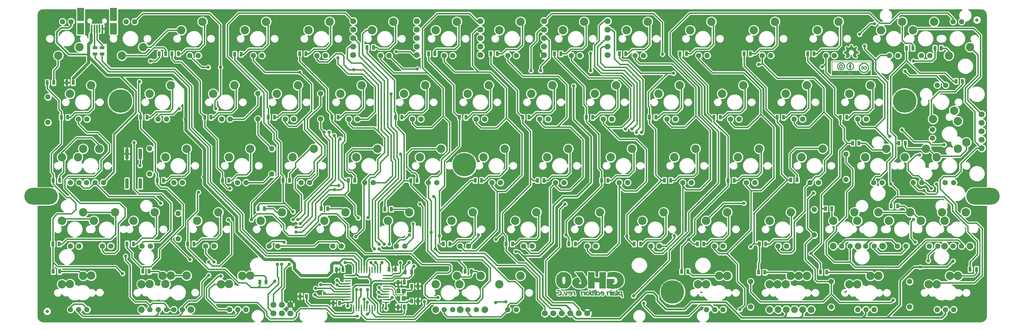
<source format=gbl>
G04 #@! TF.FileFunction,Copper,L2,Bot,Signal*
%FSLAX46Y46*%
G04 Gerber Fmt 4.6, Leading zero omitted, Abs format (unit mm)*
G04 Created by KiCad (PCBNEW 4.0.2-stable) date Mon 02 May 2016 10:51:51 AM CEST*
%MOMM*%
G01*
G04 APERTURE LIST*
%ADD10C,0.150000*%
%ADD11C,0.010000*%
%ADD12C,2.000000*%
%ADD13C,1.600200*%
%ADD14C,1.800000*%
%ADD15R,0.889000X1.397000*%
%ADD16R,1.397000X0.889000*%
%ADD17R,1.150620X1.399540*%
%ADD18C,2.499360*%
%ADD19R,2.049780X4.000500*%
%ADD20R,2.049780X3.500120*%
%ADD21O,0.500400X2.500000*%
%ADD22O,1.899920X0.406400*%
%ADD23O,0.406400X1.899920*%
%ADD24O,9.999980X5.001260*%
%ADD25C,7.000240*%
%ADD26C,7.001300*%
%ADD27C,1.000000*%
%ADD28R,1.000000X3.100000*%
%ADD29C,1.600000*%
%ADD30C,0.406400*%
%ADD31C,0.889000*%
%ADD32C,0.508000*%
%ADD33C,0.254000*%
G04 APERTURE END LIST*
D10*
D11*
G36*
X174695008Y-85003831D02*
X174620847Y-85007816D01*
X174554560Y-85015799D01*
X174495630Y-85027864D01*
X174443545Y-85044097D01*
X174397789Y-85064583D01*
X174357847Y-85089407D01*
X174323206Y-85118656D01*
X174319000Y-85122853D01*
X174288485Y-85159722D01*
X174264267Y-85202199D01*
X174246056Y-85251135D01*
X174233560Y-85307381D01*
X174226487Y-85371788D01*
X174225232Y-85396591D01*
X174225710Y-85496841D01*
X174234908Y-85591376D01*
X174252989Y-85680709D01*
X174280116Y-85765353D01*
X174316453Y-85845822D01*
X174362163Y-85922630D01*
X174415313Y-85993759D01*
X174472372Y-86055543D01*
X174534275Y-86108767D01*
X174600326Y-86152937D01*
X174669828Y-86187560D01*
X174709329Y-86202372D01*
X174778860Y-86220289D01*
X174847690Y-86227726D01*
X174915396Y-86224779D01*
X174981554Y-86211549D01*
X175045740Y-86188134D01*
X175107530Y-86154631D01*
X175166500Y-86111140D01*
X175189493Y-86090699D01*
X175208221Y-86074169D01*
X175220424Y-86065707D01*
X175226016Y-86065370D01*
X175226215Y-86065804D01*
X175227651Y-86072139D01*
X175230958Y-86087949D01*
X175235952Y-86112325D01*
X175242451Y-86144361D01*
X175250271Y-86183149D01*
X175259230Y-86227780D01*
X175269145Y-86277348D01*
X175279832Y-86330945D01*
X175291110Y-86387662D01*
X175292719Y-86395771D01*
X175304076Y-86452924D01*
X175314876Y-86507139D01*
X175324933Y-86557502D01*
X175334065Y-86603096D01*
X175342087Y-86643007D01*
X175348815Y-86676319D01*
X175354065Y-86702117D01*
X175357654Y-86719485D01*
X175359396Y-86727509D01*
X175359479Y-86727823D01*
X175360867Y-86730389D01*
X175364103Y-86732435D01*
X175370274Y-86734018D01*
X175380466Y-86735197D01*
X175395769Y-86736031D01*
X175417269Y-86736578D01*
X175446055Y-86736896D01*
X175483213Y-86737045D01*
X175529832Y-86737083D01*
X175531505Y-86737083D01*
X175578323Y-86737053D01*
X175615611Y-86736923D01*
X175644424Y-86736634D01*
X175665814Y-86736128D01*
X175680836Y-86735347D01*
X175690544Y-86734232D01*
X175695990Y-86732725D01*
X175698230Y-86730766D01*
X175698316Y-86728298D01*
X175698192Y-86727823D01*
X175696874Y-86721683D01*
X175693592Y-86705725D01*
X175688459Y-86680507D01*
X175681587Y-86646589D01*
X175673089Y-86604529D01*
X175663077Y-86554887D01*
X175651663Y-86498221D01*
X175638961Y-86435091D01*
X175625082Y-86366055D01*
X175610139Y-86291673D01*
X175594245Y-86212503D01*
X175577512Y-86129106D01*
X175560053Y-86042038D01*
X175541980Y-85951861D01*
X175530200Y-85893062D01*
X175511818Y-85801325D01*
X175503801Y-85761349D01*
X175160375Y-85761349D01*
X175155503Y-85802300D01*
X175141769Y-85843310D01*
X175120501Y-85881566D01*
X175093023Y-85914258D01*
X175084769Y-85921716D01*
X175042942Y-85950499D01*
X174997079Y-85969810D01*
X174948228Y-85979463D01*
X174897433Y-85979270D01*
X174845743Y-85969043D01*
X174836660Y-85966201D01*
X174786818Y-85944246D01*
X174740535Y-85912849D01*
X174698465Y-85872747D01*
X174661261Y-85824675D01*
X174629576Y-85769367D01*
X174604065Y-85707560D01*
X174602379Y-85702562D01*
X174594350Y-85675553D01*
X174586042Y-85642708D01*
X174577943Y-85606523D01*
X174570539Y-85569496D01*
X174564318Y-85534122D01*
X174559766Y-85502899D01*
X174557371Y-85478322D01*
X174557125Y-85470573D01*
X174561743Y-85419278D01*
X174575417Y-85373323D01*
X174597878Y-85333046D01*
X174628858Y-85298783D01*
X174668088Y-85270870D01*
X174715299Y-85249644D01*
X174739687Y-85242200D01*
X174766929Y-85237275D01*
X174801147Y-85234508D01*
X174838955Y-85233902D01*
X174876967Y-85235462D01*
X174911797Y-85239191D01*
X174927541Y-85241992D01*
X174967637Y-85251439D01*
X175003054Y-85261756D01*
X175032565Y-85272455D01*
X175054945Y-85283051D01*
X175068968Y-85293057D01*
X175073233Y-85299755D01*
X175077921Y-85320516D01*
X175083866Y-85348557D01*
X175090812Y-85382526D01*
X175098505Y-85421073D01*
X175106689Y-85462845D01*
X175115109Y-85506492D01*
X175123511Y-85550663D01*
X175131638Y-85594006D01*
X175139237Y-85635171D01*
X175146052Y-85672806D01*
X175151828Y-85705560D01*
X175156309Y-85732082D01*
X175159242Y-85751021D01*
X175160370Y-85761026D01*
X175160375Y-85761349D01*
X175503801Y-85761349D01*
X175493988Y-85712420D01*
X175476823Y-85626900D01*
X175460433Y-85545319D01*
X175444930Y-85468229D01*
X175430427Y-85396183D01*
X175417033Y-85329733D01*
X175404862Y-85269433D01*
X175394024Y-85215834D01*
X175384631Y-85169490D01*
X175376794Y-85130953D01*
X175370626Y-85100776D01*
X175366237Y-85079512D01*
X175363739Y-85067714D01*
X175363182Y-85065383D01*
X175357068Y-85063443D01*
X175341752Y-85060533D01*
X175318556Y-85056822D01*
X175288801Y-85052480D01*
X175253807Y-85047675D01*
X175214895Y-85042576D01*
X175173385Y-85037353D01*
X175130599Y-85032175D01*
X175087857Y-85027211D01*
X175046480Y-85022630D01*
X175007788Y-85018602D01*
X174973103Y-85015295D01*
X174969875Y-85015008D01*
X174869007Y-85007512D01*
X174777556Y-85003758D01*
X174695008Y-85003831D01*
X174695008Y-85003831D01*
G37*
X174695008Y-85003831D02*
X174620847Y-85007816D01*
X174554560Y-85015799D01*
X174495630Y-85027864D01*
X174443545Y-85044097D01*
X174397789Y-85064583D01*
X174357847Y-85089407D01*
X174323206Y-85118656D01*
X174319000Y-85122853D01*
X174288485Y-85159722D01*
X174264267Y-85202199D01*
X174246056Y-85251135D01*
X174233560Y-85307381D01*
X174226487Y-85371788D01*
X174225232Y-85396591D01*
X174225710Y-85496841D01*
X174234908Y-85591376D01*
X174252989Y-85680709D01*
X174280116Y-85765353D01*
X174316453Y-85845822D01*
X174362163Y-85922630D01*
X174415313Y-85993759D01*
X174472372Y-86055543D01*
X174534275Y-86108767D01*
X174600326Y-86152937D01*
X174669828Y-86187560D01*
X174709329Y-86202372D01*
X174778860Y-86220289D01*
X174847690Y-86227726D01*
X174915396Y-86224779D01*
X174981554Y-86211549D01*
X175045740Y-86188134D01*
X175107530Y-86154631D01*
X175166500Y-86111140D01*
X175189493Y-86090699D01*
X175208221Y-86074169D01*
X175220424Y-86065707D01*
X175226016Y-86065370D01*
X175226215Y-86065804D01*
X175227651Y-86072139D01*
X175230958Y-86087949D01*
X175235952Y-86112325D01*
X175242451Y-86144361D01*
X175250271Y-86183149D01*
X175259230Y-86227780D01*
X175269145Y-86277348D01*
X175279832Y-86330945D01*
X175291110Y-86387662D01*
X175292719Y-86395771D01*
X175304076Y-86452924D01*
X175314876Y-86507139D01*
X175324933Y-86557502D01*
X175334065Y-86603096D01*
X175342087Y-86643007D01*
X175348815Y-86676319D01*
X175354065Y-86702117D01*
X175357654Y-86719485D01*
X175359396Y-86727509D01*
X175359479Y-86727823D01*
X175360867Y-86730389D01*
X175364103Y-86732435D01*
X175370274Y-86734018D01*
X175380466Y-86735197D01*
X175395769Y-86736031D01*
X175417269Y-86736578D01*
X175446055Y-86736896D01*
X175483213Y-86737045D01*
X175529832Y-86737083D01*
X175531505Y-86737083D01*
X175578323Y-86737053D01*
X175615611Y-86736923D01*
X175644424Y-86736634D01*
X175665814Y-86736128D01*
X175680836Y-86735347D01*
X175690544Y-86734232D01*
X175695990Y-86732725D01*
X175698230Y-86730766D01*
X175698316Y-86728298D01*
X175698192Y-86727823D01*
X175696874Y-86721683D01*
X175693592Y-86705725D01*
X175688459Y-86680507D01*
X175681587Y-86646589D01*
X175673089Y-86604529D01*
X175663077Y-86554887D01*
X175651663Y-86498221D01*
X175638961Y-86435091D01*
X175625082Y-86366055D01*
X175610139Y-86291673D01*
X175594245Y-86212503D01*
X175577512Y-86129106D01*
X175560053Y-86042038D01*
X175541980Y-85951861D01*
X175530200Y-85893062D01*
X175511818Y-85801325D01*
X175503801Y-85761349D01*
X175160375Y-85761349D01*
X175155503Y-85802300D01*
X175141769Y-85843310D01*
X175120501Y-85881566D01*
X175093023Y-85914258D01*
X175084769Y-85921716D01*
X175042942Y-85950499D01*
X174997079Y-85969810D01*
X174948228Y-85979463D01*
X174897433Y-85979270D01*
X174845743Y-85969043D01*
X174836660Y-85966201D01*
X174786818Y-85944246D01*
X174740535Y-85912849D01*
X174698465Y-85872747D01*
X174661261Y-85824675D01*
X174629576Y-85769367D01*
X174604065Y-85707560D01*
X174602379Y-85702562D01*
X174594350Y-85675553D01*
X174586042Y-85642708D01*
X174577943Y-85606523D01*
X174570539Y-85569496D01*
X174564318Y-85534122D01*
X174559766Y-85502899D01*
X174557371Y-85478322D01*
X174557125Y-85470573D01*
X174561743Y-85419278D01*
X174575417Y-85373323D01*
X174597878Y-85333046D01*
X174628858Y-85298783D01*
X174668088Y-85270870D01*
X174715299Y-85249644D01*
X174739687Y-85242200D01*
X174766929Y-85237275D01*
X174801147Y-85234508D01*
X174838955Y-85233902D01*
X174876967Y-85235462D01*
X174911797Y-85239191D01*
X174927541Y-85241992D01*
X174967637Y-85251439D01*
X175003054Y-85261756D01*
X175032565Y-85272455D01*
X175054945Y-85283051D01*
X175068968Y-85293057D01*
X175073233Y-85299755D01*
X175077921Y-85320516D01*
X175083866Y-85348557D01*
X175090812Y-85382526D01*
X175098505Y-85421073D01*
X175106689Y-85462845D01*
X175115109Y-85506492D01*
X175123511Y-85550663D01*
X175131638Y-85594006D01*
X175139237Y-85635171D01*
X175146052Y-85672806D01*
X175151828Y-85705560D01*
X175156309Y-85732082D01*
X175159242Y-85751021D01*
X175160370Y-85761026D01*
X175160375Y-85761349D01*
X175503801Y-85761349D01*
X175493988Y-85712420D01*
X175476823Y-85626900D01*
X175460433Y-85545319D01*
X175444930Y-85468229D01*
X175430427Y-85396183D01*
X175417033Y-85329733D01*
X175404862Y-85269433D01*
X175394024Y-85215834D01*
X175384631Y-85169490D01*
X175376794Y-85130953D01*
X175370626Y-85100776D01*
X175366237Y-85079512D01*
X175363739Y-85067714D01*
X175363182Y-85065383D01*
X175357068Y-85063443D01*
X175341752Y-85060533D01*
X175318556Y-85056822D01*
X175288801Y-85052480D01*
X175253807Y-85047675D01*
X175214895Y-85042576D01*
X175173385Y-85037353D01*
X175130599Y-85032175D01*
X175087857Y-85027211D01*
X175046480Y-85022630D01*
X175007788Y-85018602D01*
X174973103Y-85015295D01*
X174969875Y-85015008D01*
X174869007Y-85007512D01*
X174777556Y-85003758D01*
X174695008Y-85003831D01*
G36*
X172934957Y-85010580D02*
X172887941Y-85012573D01*
X172847134Y-85015812D01*
X172822827Y-85018942D01*
X172757934Y-85032579D01*
X172700871Y-85051438D01*
X172652018Y-85075288D01*
X172611755Y-85103901D01*
X172580461Y-85137048D01*
X172558515Y-85174499D01*
X172556228Y-85180028D01*
X172552123Y-85190883D01*
X172548705Y-85201475D01*
X172546069Y-85212493D01*
X172544306Y-85224627D01*
X172543511Y-85238565D01*
X172543778Y-85254996D01*
X172545200Y-85274610D01*
X172547869Y-85298095D01*
X172551880Y-85326141D01*
X172557327Y-85359436D01*
X172564301Y-85398670D01*
X172572898Y-85444531D01*
X172583211Y-85497709D01*
X172595332Y-85558893D01*
X172609356Y-85628771D01*
X172625375Y-85708034D01*
X172632844Y-85744896D01*
X172646314Y-85811322D01*
X172659221Y-85874929D01*
X172671404Y-85934928D01*
X172682704Y-85990534D01*
X172692961Y-86040957D01*
X172702013Y-86085413D01*
X172709702Y-86123112D01*
X172715866Y-86153269D01*
X172720345Y-86175096D01*
X172722980Y-86187805D01*
X172723606Y-86190719D01*
X172726410Y-86202625D01*
X172887705Y-86202625D01*
X172935116Y-86202537D01*
X172972864Y-86202247D01*
X173001871Y-86201717D01*
X173023055Y-86200909D01*
X173037337Y-86199784D01*
X173045637Y-86198304D01*
X173048874Y-86196430D01*
X173049000Y-86195892D01*
X173047987Y-86189579D01*
X173045074Y-86173851D01*
X173040449Y-86149670D01*
X173034299Y-86117996D01*
X173026813Y-86079791D01*
X173018179Y-86036015D01*
X173008585Y-85987629D01*
X172998218Y-85935594D01*
X172991278Y-85900882D01*
X172980566Y-85847212D01*
X172970557Y-85796728D01*
X172961433Y-85750369D01*
X172953376Y-85709074D01*
X172946566Y-85673783D01*
X172941185Y-85645432D01*
X172937416Y-85624963D01*
X172935438Y-85613313D01*
X172935202Y-85610912D01*
X172940418Y-85612099D01*
X172951848Y-85617018D01*
X172959498Y-85620774D01*
X172975643Y-85628538D01*
X172994151Y-85636424D01*
X173016307Y-85644879D01*
X173043396Y-85654352D01*
X173076704Y-85665291D01*
X173117518Y-85678143D01*
X173167121Y-85693357D01*
X173172091Y-85694866D01*
X173235638Y-85714981D01*
X173289645Y-85734024D01*
X173335035Y-85752535D01*
X173372728Y-85771055D01*
X173403646Y-85790126D01*
X173428709Y-85810288D01*
X173448839Y-85832082D01*
X173464957Y-85856048D01*
X173473009Y-85871535D01*
X173484737Y-85903597D01*
X173487451Y-85932369D01*
X173481264Y-85959918D01*
X173478207Y-85967146D01*
X173464952Y-85989339D01*
X173446908Y-86006623D01*
X173421384Y-86021467D01*
X173416705Y-86023654D01*
X173403463Y-86029058D01*
X173390307Y-86032542D01*
X173374449Y-86034476D01*
X173353102Y-86035229D01*
X173329458Y-86035224D01*
X173278804Y-86032848D01*
X173231412Y-86026038D01*
X173182736Y-86014004D01*
X173153076Y-86004641D01*
X173134837Y-85998698D01*
X173121062Y-85994557D01*
X173114285Y-85992970D01*
X173113998Y-85993019D01*
X173115533Y-85997923D01*
X173120241Y-86010920D01*
X173127443Y-86030245D01*
X173136464Y-86054132D01*
X173146625Y-86080816D01*
X173157250Y-86108531D01*
X173167662Y-86135511D01*
X173177184Y-86159992D01*
X173185138Y-86180209D01*
X173190847Y-86194394D01*
X173193635Y-86200784D01*
X173193748Y-86200950D01*
X173199877Y-86202973D01*
X173214416Y-86206258D01*
X173235319Y-86210437D01*
X173260537Y-86215138D01*
X173288026Y-86219994D01*
X173315738Y-86224633D01*
X173341627Y-86228687D01*
X173363645Y-86231785D01*
X173366299Y-86232121D01*
X173439206Y-86238285D01*
X173504946Y-86237663D01*
X173559646Y-86231141D01*
X173620090Y-86216149D01*
X173672819Y-86194236D01*
X173717679Y-86165501D01*
X173754515Y-86130043D01*
X173783176Y-86087960D01*
X173783885Y-86086639D01*
X173803711Y-86038249D01*
X173814031Y-85985527D01*
X173814805Y-85928873D01*
X173805992Y-85868690D01*
X173805916Y-85868349D01*
X173797690Y-85835930D01*
X173787908Y-85808781D01*
X173774875Y-85783347D01*
X173756895Y-85756073D01*
X173744097Y-85738755D01*
X173704152Y-85693177D01*
X173657340Y-85653073D01*
X173602819Y-85617882D01*
X173539749Y-85587044D01*
X173485159Y-85566026D01*
X173458214Y-85556908D01*
X173431186Y-85548356D01*
X173402584Y-85539978D01*
X173370920Y-85531381D01*
X173334706Y-85522176D01*
X173292452Y-85511969D01*
X173242669Y-85500369D01*
X173189893Y-85488346D01*
X173150152Y-85479125D01*
X173111674Y-85469761D01*
X173076311Y-85460739D01*
X173045917Y-85452542D01*
X173022343Y-85445653D01*
X173008463Y-85440963D01*
X172968632Y-85422198D01*
X172936304Y-85400123D01*
X172912072Y-85375526D01*
X172896529Y-85349196D01*
X172890268Y-85321922D01*
X172893882Y-85294493D01*
X172895305Y-85290433D01*
X172905968Y-85272130D01*
X172923216Y-85252609D01*
X172943958Y-85234940D01*
X172963165Y-85223102D01*
X172973472Y-85218478D01*
X172983698Y-85215194D01*
X172995884Y-85213025D01*
X173012069Y-85211744D01*
X173034294Y-85211126D01*
X173064598Y-85210943D01*
X173072812Y-85210939D01*
X173112116Y-85211353D01*
X173145036Y-85212835D01*
X173175746Y-85215754D01*
X173208422Y-85220475D01*
X173235877Y-85225263D01*
X173372315Y-85255027D01*
X173495156Y-85290692D01*
X173518117Y-85297881D01*
X173537236Y-85303247D01*
X173550391Y-85306233D01*
X173555383Y-85306422D01*
X173554744Y-85300928D01*
X173551750Y-85287043D01*
X173546874Y-85266574D01*
X173540590Y-85241329D01*
X173533371Y-85213116D01*
X173525692Y-85183740D01*
X173518026Y-85155011D01*
X173510846Y-85128735D01*
X173504626Y-85106719D01*
X173499840Y-85090772D01*
X173496961Y-85082699D01*
X173496611Y-85082138D01*
X173489081Y-85078807D01*
X173472564Y-85074102D01*
X173448526Y-85068311D01*
X173418432Y-85061721D01*
X173383747Y-85054619D01*
X173345937Y-85047294D01*
X173306466Y-85040032D01*
X173266801Y-85033122D01*
X173228407Y-85026851D01*
X173192748Y-85021506D01*
X173176000Y-85019218D01*
X173135301Y-85015016D01*
X173088356Y-85012049D01*
X173037656Y-85010320D01*
X172985693Y-85009829D01*
X172934957Y-85010580D01*
X172934957Y-85010580D01*
G37*
X172934957Y-85010580D02*
X172887941Y-85012573D01*
X172847134Y-85015812D01*
X172822827Y-85018942D01*
X172757934Y-85032579D01*
X172700871Y-85051438D01*
X172652018Y-85075288D01*
X172611755Y-85103901D01*
X172580461Y-85137048D01*
X172558515Y-85174499D01*
X172556228Y-85180028D01*
X172552123Y-85190883D01*
X172548705Y-85201475D01*
X172546069Y-85212493D01*
X172544306Y-85224627D01*
X172543511Y-85238565D01*
X172543778Y-85254996D01*
X172545200Y-85274610D01*
X172547869Y-85298095D01*
X172551880Y-85326141D01*
X172557327Y-85359436D01*
X172564301Y-85398670D01*
X172572898Y-85444531D01*
X172583211Y-85497709D01*
X172595332Y-85558893D01*
X172609356Y-85628771D01*
X172625375Y-85708034D01*
X172632844Y-85744896D01*
X172646314Y-85811322D01*
X172659221Y-85874929D01*
X172671404Y-85934928D01*
X172682704Y-85990534D01*
X172692961Y-86040957D01*
X172702013Y-86085413D01*
X172709702Y-86123112D01*
X172715866Y-86153269D01*
X172720345Y-86175096D01*
X172722980Y-86187805D01*
X172723606Y-86190719D01*
X172726410Y-86202625D01*
X172887705Y-86202625D01*
X172935116Y-86202537D01*
X172972864Y-86202247D01*
X173001871Y-86201717D01*
X173023055Y-86200909D01*
X173037337Y-86199784D01*
X173045637Y-86198304D01*
X173048874Y-86196430D01*
X173049000Y-86195892D01*
X173047987Y-86189579D01*
X173045074Y-86173851D01*
X173040449Y-86149670D01*
X173034299Y-86117996D01*
X173026813Y-86079791D01*
X173018179Y-86036015D01*
X173008585Y-85987629D01*
X172998218Y-85935594D01*
X172991278Y-85900882D01*
X172980566Y-85847212D01*
X172970557Y-85796728D01*
X172961433Y-85750369D01*
X172953376Y-85709074D01*
X172946566Y-85673783D01*
X172941185Y-85645432D01*
X172937416Y-85624963D01*
X172935438Y-85613313D01*
X172935202Y-85610912D01*
X172940418Y-85612099D01*
X172951848Y-85617018D01*
X172959498Y-85620774D01*
X172975643Y-85628538D01*
X172994151Y-85636424D01*
X173016307Y-85644879D01*
X173043396Y-85654352D01*
X173076704Y-85665291D01*
X173117518Y-85678143D01*
X173167121Y-85693357D01*
X173172091Y-85694866D01*
X173235638Y-85714981D01*
X173289645Y-85734024D01*
X173335035Y-85752535D01*
X173372728Y-85771055D01*
X173403646Y-85790126D01*
X173428709Y-85810288D01*
X173448839Y-85832082D01*
X173464957Y-85856048D01*
X173473009Y-85871535D01*
X173484737Y-85903597D01*
X173487451Y-85932369D01*
X173481264Y-85959918D01*
X173478207Y-85967146D01*
X173464952Y-85989339D01*
X173446908Y-86006623D01*
X173421384Y-86021467D01*
X173416705Y-86023654D01*
X173403463Y-86029058D01*
X173390307Y-86032542D01*
X173374449Y-86034476D01*
X173353102Y-86035229D01*
X173329458Y-86035224D01*
X173278804Y-86032848D01*
X173231412Y-86026038D01*
X173182736Y-86014004D01*
X173153076Y-86004641D01*
X173134837Y-85998698D01*
X173121062Y-85994557D01*
X173114285Y-85992970D01*
X173113998Y-85993019D01*
X173115533Y-85997923D01*
X173120241Y-86010920D01*
X173127443Y-86030245D01*
X173136464Y-86054132D01*
X173146625Y-86080816D01*
X173157250Y-86108531D01*
X173167662Y-86135511D01*
X173177184Y-86159992D01*
X173185138Y-86180209D01*
X173190847Y-86194394D01*
X173193635Y-86200784D01*
X173193748Y-86200950D01*
X173199877Y-86202973D01*
X173214416Y-86206258D01*
X173235319Y-86210437D01*
X173260537Y-86215138D01*
X173288026Y-86219994D01*
X173315738Y-86224633D01*
X173341627Y-86228687D01*
X173363645Y-86231785D01*
X173366299Y-86232121D01*
X173439206Y-86238285D01*
X173504946Y-86237663D01*
X173559646Y-86231141D01*
X173620090Y-86216149D01*
X173672819Y-86194236D01*
X173717679Y-86165501D01*
X173754515Y-86130043D01*
X173783176Y-86087960D01*
X173783885Y-86086639D01*
X173803711Y-86038249D01*
X173814031Y-85985527D01*
X173814805Y-85928873D01*
X173805992Y-85868690D01*
X173805916Y-85868349D01*
X173797690Y-85835930D01*
X173787908Y-85808781D01*
X173774875Y-85783347D01*
X173756895Y-85756073D01*
X173744097Y-85738755D01*
X173704152Y-85693177D01*
X173657340Y-85653073D01*
X173602819Y-85617882D01*
X173539749Y-85587044D01*
X173485159Y-85566026D01*
X173458214Y-85556908D01*
X173431186Y-85548356D01*
X173402584Y-85539978D01*
X173370920Y-85531381D01*
X173334706Y-85522176D01*
X173292452Y-85511969D01*
X173242669Y-85500369D01*
X173189893Y-85488346D01*
X173150152Y-85479125D01*
X173111674Y-85469761D01*
X173076311Y-85460739D01*
X173045917Y-85452542D01*
X173022343Y-85445653D01*
X173008463Y-85440963D01*
X172968632Y-85422198D01*
X172936304Y-85400123D01*
X172912072Y-85375526D01*
X172896529Y-85349196D01*
X172890268Y-85321922D01*
X172893882Y-85294493D01*
X172895305Y-85290433D01*
X172905968Y-85272130D01*
X172923216Y-85252609D01*
X172943958Y-85234940D01*
X172963165Y-85223102D01*
X172973472Y-85218478D01*
X172983698Y-85215194D01*
X172995884Y-85213025D01*
X173012069Y-85211744D01*
X173034294Y-85211126D01*
X173064598Y-85210943D01*
X173072812Y-85210939D01*
X173112116Y-85211353D01*
X173145036Y-85212835D01*
X173175746Y-85215754D01*
X173208422Y-85220475D01*
X173235877Y-85225263D01*
X173372315Y-85255027D01*
X173495156Y-85290692D01*
X173518117Y-85297881D01*
X173537236Y-85303247D01*
X173550391Y-85306233D01*
X173555383Y-85306422D01*
X173554744Y-85300928D01*
X173551750Y-85287043D01*
X173546874Y-85266574D01*
X173540590Y-85241329D01*
X173533371Y-85213116D01*
X173525692Y-85183740D01*
X173518026Y-85155011D01*
X173510846Y-85128735D01*
X173504626Y-85106719D01*
X173499840Y-85090772D01*
X173496961Y-85082699D01*
X173496611Y-85082138D01*
X173489081Y-85078807D01*
X173472564Y-85074102D01*
X173448526Y-85068311D01*
X173418432Y-85061721D01*
X173383747Y-85054619D01*
X173345937Y-85047294D01*
X173306466Y-85040032D01*
X173266801Y-85033122D01*
X173228407Y-85026851D01*
X173192748Y-85021506D01*
X173176000Y-85019218D01*
X173135301Y-85015016D01*
X173088356Y-85012049D01*
X173037656Y-85010320D01*
X172985693Y-85009829D01*
X172934957Y-85010580D01*
G36*
X169337629Y-84997629D02*
X169294349Y-85000253D01*
X169254711Y-85004525D01*
X169221786Y-85010307D01*
X169215430Y-85011850D01*
X169147256Y-85034188D01*
X169086344Y-85063741D01*
X169032988Y-85100219D01*
X168987481Y-85143334D01*
X168950120Y-85192796D01*
X168921196Y-85248317D01*
X168901006Y-85309608D01*
X168897764Y-85323843D01*
X168891615Y-85368094D01*
X168889891Y-85418852D01*
X168892441Y-85473083D01*
X168899115Y-85527751D01*
X168909763Y-85579820D01*
X168910588Y-85583036D01*
X168915850Y-85603293D01*
X168921206Y-85623914D01*
X168921704Y-85625833D01*
X168927199Y-85647000D01*
X169787634Y-85647000D01*
X169794379Y-85661552D01*
X169799162Y-85678196D01*
X169802433Y-85702286D01*
X169804130Y-85730787D01*
X169804194Y-85760662D01*
X169802564Y-85788875D01*
X169799181Y-85812388D01*
X169797500Y-85819196D01*
X169779204Y-85865891D01*
X169753212Y-85905543D01*
X169719338Y-85938323D01*
X169677395Y-85964401D01*
X169627198Y-85983947D01*
X169612237Y-85988118D01*
X169583693Y-85993957D01*
X169548558Y-85998869D01*
X169510568Y-86002530D01*
X169473459Y-86004620D01*
X169440967Y-86004818D01*
X169427028Y-86004057D01*
X169338104Y-85993323D01*
X169250565Y-85976753D01*
X169167556Y-85955018D01*
X169116105Y-85937923D01*
X169095863Y-85930780D01*
X169079129Y-85925327D01*
X169068595Y-85922423D01*
X169066790Y-85922167D01*
X169067091Y-85926861D01*
X169070461Y-85939842D01*
X169076336Y-85959453D01*
X169084152Y-85984040D01*
X169093346Y-86011948D01*
X169103355Y-86041521D01*
X169113615Y-86071106D01*
X169123564Y-86099046D01*
X169132638Y-86123687D01*
X169140273Y-86143374D01*
X169145907Y-86156452D01*
X169147665Y-86159783D01*
X169156222Y-86166122D01*
X169174054Y-86173433D01*
X169199933Y-86181404D01*
X169232628Y-86189723D01*
X169270912Y-86198077D01*
X169313554Y-86206155D01*
X169359325Y-86213644D01*
X169360434Y-86213811D01*
X169387086Y-86217127D01*
X169420056Y-86220159D01*
X169457224Y-86222815D01*
X169496472Y-86225008D01*
X169535681Y-86226648D01*
X169572730Y-86227645D01*
X169605500Y-86227911D01*
X169631872Y-86227355D01*
X169649104Y-86225980D01*
X169662000Y-86224181D01*
X169681504Y-86221499D01*
X169703737Y-86218468D01*
X169707213Y-86217997D01*
X169777682Y-86204747D01*
X169843826Y-86184957D01*
X169904548Y-86159179D01*
X169958749Y-86127963D01*
X170005334Y-86091861D01*
X170043205Y-86051423D01*
X170045872Y-86047954D01*
X170078296Y-85996416D01*
X170102498Y-85938552D01*
X170118442Y-85874745D01*
X170126092Y-85805378D01*
X170125410Y-85730834D01*
X170116360Y-85651497D01*
X170098905Y-85567748D01*
X170093636Y-85547675D01*
X170082253Y-85507264D01*
X170071963Y-85474259D01*
X170066767Y-85459807D01*
X169747000Y-85459807D01*
X169745667Y-85461491D01*
X169741134Y-85462886D01*
X169732596Y-85464012D01*
X169719251Y-85464887D01*
X169700294Y-85465528D01*
X169674921Y-85465954D01*
X169642330Y-85466184D01*
X169601717Y-85466234D01*
X169552278Y-85466123D01*
X169493209Y-85465871D01*
X169481094Y-85465809D01*
X169215187Y-85464437D01*
X169215332Y-85406229D01*
X169216550Y-85370459D01*
X169220580Y-85342335D01*
X169228291Y-85319098D01*
X169240553Y-85297991D01*
X169255210Y-85279656D01*
X169282844Y-85253573D01*
X169313882Y-85235180D01*
X169349832Y-85223939D01*
X169392202Y-85219311D01*
X169423567Y-85219580D01*
X169483701Y-85227131D01*
X169540618Y-85243856D01*
X169593241Y-85269080D01*
X169640492Y-85302128D01*
X169681292Y-85342326D01*
X169714563Y-85388999D01*
X169724945Y-85408165D01*
X169734624Y-85428345D01*
X169742141Y-85445451D01*
X169746416Y-85456952D01*
X169747000Y-85459807D01*
X170066767Y-85459807D01*
X170061695Y-85445704D01*
X170050380Y-85418645D01*
X170036946Y-85390127D01*
X170035546Y-85387286D01*
X169996166Y-85319349D01*
X169947953Y-85256287D01*
X169891739Y-85198654D01*
X169828354Y-85147008D01*
X169758629Y-85101904D01*
X169683395Y-85063898D01*
X169603481Y-85033547D01*
X169519719Y-85011406D01*
X169458604Y-85001007D01*
X169422828Y-84997868D01*
X169381480Y-84996788D01*
X169337629Y-84997629D01*
X169337629Y-84997629D01*
G37*
X169337629Y-84997629D02*
X169294349Y-85000253D01*
X169254711Y-85004525D01*
X169221786Y-85010307D01*
X169215430Y-85011850D01*
X169147256Y-85034188D01*
X169086344Y-85063741D01*
X169032988Y-85100219D01*
X168987481Y-85143334D01*
X168950120Y-85192796D01*
X168921196Y-85248317D01*
X168901006Y-85309608D01*
X168897764Y-85323843D01*
X168891615Y-85368094D01*
X168889891Y-85418852D01*
X168892441Y-85473083D01*
X168899115Y-85527751D01*
X168909763Y-85579820D01*
X168910588Y-85583036D01*
X168915850Y-85603293D01*
X168921206Y-85623914D01*
X168921704Y-85625833D01*
X168927199Y-85647000D01*
X169787634Y-85647000D01*
X169794379Y-85661552D01*
X169799162Y-85678196D01*
X169802433Y-85702286D01*
X169804130Y-85730787D01*
X169804194Y-85760662D01*
X169802564Y-85788875D01*
X169799181Y-85812388D01*
X169797500Y-85819196D01*
X169779204Y-85865891D01*
X169753212Y-85905543D01*
X169719338Y-85938323D01*
X169677395Y-85964401D01*
X169627198Y-85983947D01*
X169612237Y-85988118D01*
X169583693Y-85993957D01*
X169548558Y-85998869D01*
X169510568Y-86002530D01*
X169473459Y-86004620D01*
X169440967Y-86004818D01*
X169427028Y-86004057D01*
X169338104Y-85993323D01*
X169250565Y-85976753D01*
X169167556Y-85955018D01*
X169116105Y-85937923D01*
X169095863Y-85930780D01*
X169079129Y-85925327D01*
X169068595Y-85922423D01*
X169066790Y-85922167D01*
X169067091Y-85926861D01*
X169070461Y-85939842D01*
X169076336Y-85959453D01*
X169084152Y-85984040D01*
X169093346Y-86011948D01*
X169103355Y-86041521D01*
X169113615Y-86071106D01*
X169123564Y-86099046D01*
X169132638Y-86123687D01*
X169140273Y-86143374D01*
X169145907Y-86156452D01*
X169147665Y-86159783D01*
X169156222Y-86166122D01*
X169174054Y-86173433D01*
X169199933Y-86181404D01*
X169232628Y-86189723D01*
X169270912Y-86198077D01*
X169313554Y-86206155D01*
X169359325Y-86213644D01*
X169360434Y-86213811D01*
X169387086Y-86217127D01*
X169420056Y-86220159D01*
X169457224Y-86222815D01*
X169496472Y-86225008D01*
X169535681Y-86226648D01*
X169572730Y-86227645D01*
X169605500Y-86227911D01*
X169631872Y-86227355D01*
X169649104Y-86225980D01*
X169662000Y-86224181D01*
X169681504Y-86221499D01*
X169703737Y-86218468D01*
X169707213Y-86217997D01*
X169777682Y-86204747D01*
X169843826Y-86184957D01*
X169904548Y-86159179D01*
X169958749Y-86127963D01*
X170005334Y-86091861D01*
X170043205Y-86051423D01*
X170045872Y-86047954D01*
X170078296Y-85996416D01*
X170102498Y-85938552D01*
X170118442Y-85874745D01*
X170126092Y-85805378D01*
X170125410Y-85730834D01*
X170116360Y-85651497D01*
X170098905Y-85567748D01*
X170093636Y-85547675D01*
X170082253Y-85507264D01*
X170071963Y-85474259D01*
X170066767Y-85459807D01*
X169747000Y-85459807D01*
X169745667Y-85461491D01*
X169741134Y-85462886D01*
X169732596Y-85464012D01*
X169719251Y-85464887D01*
X169700294Y-85465528D01*
X169674921Y-85465954D01*
X169642330Y-85466184D01*
X169601717Y-85466234D01*
X169552278Y-85466123D01*
X169493209Y-85465871D01*
X169481094Y-85465809D01*
X169215187Y-85464437D01*
X169215332Y-85406229D01*
X169216550Y-85370459D01*
X169220580Y-85342335D01*
X169228291Y-85319098D01*
X169240553Y-85297991D01*
X169255210Y-85279656D01*
X169282844Y-85253573D01*
X169313882Y-85235180D01*
X169349832Y-85223939D01*
X169392202Y-85219311D01*
X169423567Y-85219580D01*
X169483701Y-85227131D01*
X169540618Y-85243856D01*
X169593241Y-85269080D01*
X169640492Y-85302128D01*
X169681292Y-85342326D01*
X169714563Y-85388999D01*
X169724945Y-85408165D01*
X169734624Y-85428345D01*
X169742141Y-85445451D01*
X169746416Y-85456952D01*
X169747000Y-85459807D01*
X170066767Y-85459807D01*
X170061695Y-85445704D01*
X170050380Y-85418645D01*
X170036946Y-85390127D01*
X170035546Y-85387286D01*
X169996166Y-85319349D01*
X169947953Y-85256287D01*
X169891739Y-85198654D01*
X169828354Y-85147008D01*
X169758629Y-85101904D01*
X169683395Y-85063898D01*
X169603481Y-85033547D01*
X169519719Y-85011406D01*
X169458604Y-85001007D01*
X169422828Y-84997868D01*
X169381480Y-84996788D01*
X169337629Y-84997629D01*
G36*
X167684831Y-86202625D02*
X167848439Y-86202625D01*
X167894369Y-86202593D01*
X167930786Y-86202457D01*
X167958759Y-86202156D01*
X167979356Y-86201626D01*
X167993648Y-86200808D01*
X168002703Y-86199639D01*
X168007592Y-86198057D01*
X168009383Y-86196001D01*
X168009146Y-86193410D01*
X168009132Y-86193364D01*
X168006565Y-86185217D01*
X168001458Y-86169016D01*
X167994453Y-86146799D01*
X167986193Y-86120605D01*
X167982317Y-86108314D01*
X167973974Y-86081677D01*
X167966900Y-86058746D01*
X167961651Y-86041350D01*
X167958784Y-86031321D01*
X167958416Y-86029656D01*
X167961961Y-86031708D01*
X167971454Y-86039609D01*
X167985189Y-86051903D01*
X167992888Y-86059033D01*
X168050066Y-86106099D01*
X168112902Y-86146198D01*
X168179982Y-86178881D01*
X168249894Y-86203700D01*
X168321224Y-86220205D01*
X168392560Y-86227949D01*
X168462488Y-86226483D01*
X168503140Y-86221003D01*
X168565941Y-86204606D01*
X168624408Y-86179312D01*
X168677613Y-86145866D01*
X168724632Y-86105013D01*
X168764538Y-86057496D01*
X168796405Y-86004061D01*
X168809141Y-85975083D01*
X168822393Y-85937007D01*
X168831552Y-85899893D01*
X168837399Y-85859822D01*
X168840487Y-85817758D01*
X168840664Y-85751740D01*
X168839673Y-85741652D01*
X168496609Y-85741652D01*
X168495318Y-85776388D01*
X168492060Y-85804603D01*
X168491188Y-85809063D01*
X168476113Y-85858174D01*
X168453674Y-85900383D01*
X168424484Y-85935159D01*
X168389159Y-85961973D01*
X168348312Y-85980293D01*
X168302557Y-85989588D01*
X168280997Y-85990682D01*
X168255678Y-85989629D01*
X168229232Y-85986607D01*
X168209560Y-85982771D01*
X168152345Y-85962562D01*
X168099526Y-85933070D01*
X168051677Y-85894884D01*
X168009373Y-85848591D01*
X167973187Y-85794779D01*
X167943695Y-85734034D01*
X167930338Y-85697271D01*
X167925250Y-85679541D01*
X167918995Y-85654575D01*
X167911830Y-85623695D01*
X167904014Y-85588224D01*
X167895804Y-85549485D01*
X167887459Y-85508801D01*
X167879238Y-85467494D01*
X167871398Y-85426889D01*
X167864198Y-85388306D01*
X167857895Y-85353070D01*
X167852750Y-85322503D01*
X167849018Y-85297929D01*
X167846960Y-85280669D01*
X167846833Y-85272048D01*
X167847187Y-85271356D01*
X167854588Y-85269088D01*
X167870119Y-85265754D01*
X167891437Y-85261817D01*
X167913935Y-85258098D01*
X167991158Y-85250794D01*
X168065574Y-85253406D01*
X168136753Y-85265810D01*
X168204265Y-85287879D01*
X168267679Y-85319488D01*
X168326565Y-85360511D01*
X168357235Y-85387390D01*
X168394850Y-85428686D01*
X168428805Y-85476902D01*
X168457254Y-85528920D01*
X168478352Y-85581624D01*
X168484275Y-85602021D01*
X168489768Y-85630580D01*
X168493727Y-85665523D01*
X168496043Y-85703622D01*
X168496609Y-85741652D01*
X168839673Y-85741652D01*
X168834316Y-85687182D01*
X168821025Y-85622034D01*
X168800375Y-85554241D01*
X168772590Y-85483244D01*
X168730461Y-85397084D01*
X168681320Y-85318792D01*
X168625317Y-85248491D01*
X168562604Y-85186308D01*
X168493334Y-85132365D01*
X168417659Y-85086788D01*
X168335729Y-85049702D01*
X168247697Y-85021230D01*
X168193896Y-85008712D01*
X168173433Y-85005137D01*
X168151298Y-85002510D01*
X168125509Y-85000713D01*
X168094082Y-84999627D01*
X168055036Y-84999134D01*
X168032500Y-84999072D01*
X167990871Y-84999221D01*
X167957079Y-84999876D01*
X167928382Y-85001292D01*
X167902035Y-85003729D01*
X167875295Y-85007444D01*
X167845420Y-85012693D01*
X167809666Y-85019735D01*
X167807357Y-85020203D01*
X167791235Y-85023476D01*
X167752329Y-84825915D01*
X167743542Y-84781442D01*
X167735323Y-84740122D01*
X167727911Y-84703133D01*
X167721543Y-84671654D01*
X167716460Y-84646862D01*
X167712898Y-84629936D01*
X167711097Y-84622054D01*
X167710999Y-84621739D01*
X167707919Y-84619822D01*
X167699653Y-84618284D01*
X167685335Y-84617093D01*
X167664099Y-84616215D01*
X167635079Y-84615617D01*
X167597408Y-84615266D01*
X167550220Y-84615129D01*
X167537955Y-84615125D01*
X167367335Y-84615125D01*
X167684831Y-86202625D01*
X167684831Y-86202625D01*
G37*
X167684831Y-86202625D02*
X167848439Y-86202625D01*
X167894369Y-86202593D01*
X167930786Y-86202457D01*
X167958759Y-86202156D01*
X167979356Y-86201626D01*
X167993648Y-86200808D01*
X168002703Y-86199639D01*
X168007592Y-86198057D01*
X168009383Y-86196001D01*
X168009146Y-86193410D01*
X168009132Y-86193364D01*
X168006565Y-86185217D01*
X168001458Y-86169016D01*
X167994453Y-86146799D01*
X167986193Y-86120605D01*
X167982317Y-86108314D01*
X167973974Y-86081677D01*
X167966900Y-86058746D01*
X167961651Y-86041350D01*
X167958784Y-86031321D01*
X167958416Y-86029656D01*
X167961961Y-86031708D01*
X167971454Y-86039609D01*
X167985189Y-86051903D01*
X167992888Y-86059033D01*
X168050066Y-86106099D01*
X168112902Y-86146198D01*
X168179982Y-86178881D01*
X168249894Y-86203700D01*
X168321224Y-86220205D01*
X168392560Y-86227949D01*
X168462488Y-86226483D01*
X168503140Y-86221003D01*
X168565941Y-86204606D01*
X168624408Y-86179312D01*
X168677613Y-86145866D01*
X168724632Y-86105013D01*
X168764538Y-86057496D01*
X168796405Y-86004061D01*
X168809141Y-85975083D01*
X168822393Y-85937007D01*
X168831552Y-85899893D01*
X168837399Y-85859822D01*
X168840487Y-85817758D01*
X168840664Y-85751740D01*
X168839673Y-85741652D01*
X168496609Y-85741652D01*
X168495318Y-85776388D01*
X168492060Y-85804603D01*
X168491188Y-85809063D01*
X168476113Y-85858174D01*
X168453674Y-85900383D01*
X168424484Y-85935159D01*
X168389159Y-85961973D01*
X168348312Y-85980293D01*
X168302557Y-85989588D01*
X168280997Y-85990682D01*
X168255678Y-85989629D01*
X168229232Y-85986607D01*
X168209560Y-85982771D01*
X168152345Y-85962562D01*
X168099526Y-85933070D01*
X168051677Y-85894884D01*
X168009373Y-85848591D01*
X167973187Y-85794779D01*
X167943695Y-85734034D01*
X167930338Y-85697271D01*
X167925250Y-85679541D01*
X167918995Y-85654575D01*
X167911830Y-85623695D01*
X167904014Y-85588224D01*
X167895804Y-85549485D01*
X167887459Y-85508801D01*
X167879238Y-85467494D01*
X167871398Y-85426889D01*
X167864198Y-85388306D01*
X167857895Y-85353070D01*
X167852750Y-85322503D01*
X167849018Y-85297929D01*
X167846960Y-85280669D01*
X167846833Y-85272048D01*
X167847187Y-85271356D01*
X167854588Y-85269088D01*
X167870119Y-85265754D01*
X167891437Y-85261817D01*
X167913935Y-85258098D01*
X167991158Y-85250794D01*
X168065574Y-85253406D01*
X168136753Y-85265810D01*
X168204265Y-85287879D01*
X168267679Y-85319488D01*
X168326565Y-85360511D01*
X168357235Y-85387390D01*
X168394850Y-85428686D01*
X168428805Y-85476902D01*
X168457254Y-85528920D01*
X168478352Y-85581624D01*
X168484275Y-85602021D01*
X168489768Y-85630580D01*
X168493727Y-85665523D01*
X168496043Y-85703622D01*
X168496609Y-85741652D01*
X168839673Y-85741652D01*
X168834316Y-85687182D01*
X168821025Y-85622034D01*
X168800375Y-85554241D01*
X168772590Y-85483244D01*
X168730461Y-85397084D01*
X168681320Y-85318792D01*
X168625317Y-85248491D01*
X168562604Y-85186308D01*
X168493334Y-85132365D01*
X168417659Y-85086788D01*
X168335729Y-85049702D01*
X168247697Y-85021230D01*
X168193896Y-85008712D01*
X168173433Y-85005137D01*
X168151298Y-85002510D01*
X168125509Y-85000713D01*
X168094082Y-84999627D01*
X168055036Y-84999134D01*
X168032500Y-84999072D01*
X167990871Y-84999221D01*
X167957079Y-84999876D01*
X167928382Y-85001292D01*
X167902035Y-85003729D01*
X167875295Y-85007444D01*
X167845420Y-85012693D01*
X167809666Y-85019735D01*
X167807357Y-85020203D01*
X167791235Y-85023476D01*
X167752329Y-84825915D01*
X167743542Y-84781442D01*
X167735323Y-84740122D01*
X167727911Y-84703133D01*
X167721543Y-84671654D01*
X167716460Y-84646862D01*
X167712898Y-84629936D01*
X167711097Y-84622054D01*
X167710999Y-84621739D01*
X167707919Y-84619822D01*
X167699653Y-84618284D01*
X167685335Y-84617093D01*
X167664099Y-84616215D01*
X167635079Y-84615617D01*
X167597408Y-84615266D01*
X167550220Y-84615129D01*
X167537955Y-84615125D01*
X167367335Y-84615125D01*
X167684831Y-86202625D01*
G36*
X166388389Y-84750017D02*
X166390755Y-84764440D01*
X166394707Y-84786469D01*
X166399992Y-84814718D01*
X166406355Y-84847802D01*
X166412928Y-84881245D01*
X166420130Y-84917655D01*
X166426599Y-84950587D01*
X166432063Y-84978636D01*
X166436250Y-85000396D01*
X166438886Y-85014461D01*
X166439708Y-85019388D01*
X166434637Y-85020207D01*
X166420308Y-85020948D01*
X166398044Y-85021584D01*
X166369171Y-85022086D01*
X166335013Y-85022427D01*
X166296894Y-85022578D01*
X166288330Y-85022583D01*
X166242654Y-85022677D01*
X166206641Y-85022984D01*
X166179370Y-85023546D01*
X166159924Y-85024404D01*
X166147381Y-85025599D01*
X166140822Y-85027170D01*
X166139329Y-85029160D01*
X166139342Y-85029198D01*
X166141017Y-85036115D01*
X166144390Y-85051849D01*
X166149139Y-85074828D01*
X166154941Y-85103479D01*
X166161472Y-85136230D01*
X166164891Y-85153552D01*
X166188049Y-85271292D01*
X166490865Y-85271292D01*
X166544684Y-85539844D01*
X166555153Y-85592596D01*
X166564949Y-85642954D01*
X166573872Y-85689821D01*
X166581723Y-85732100D01*
X166588301Y-85768695D01*
X166593408Y-85798508D01*
X166596842Y-85820442D01*
X166598406Y-85833401D01*
X166598481Y-85835216D01*
X166594414Y-85874642D01*
X166582691Y-85908894D01*
X166563921Y-85936791D01*
X166538711Y-85957155D01*
X166534309Y-85959539D01*
X166510743Y-85968622D01*
X166483792Y-85973062D01*
X166452142Y-85972799D01*
X166414478Y-85967769D01*
X166369485Y-85957910D01*
X166341108Y-85950399D01*
X166319681Y-85944731D01*
X166302376Y-85940674D01*
X166291497Y-85938738D01*
X166288990Y-85938829D01*
X166289932Y-85944305D01*
X166293945Y-85958037D01*
X166300444Y-85978352D01*
X166308841Y-86003575D01*
X166318550Y-86032031D01*
X166328987Y-86062047D01*
X166339563Y-86091948D01*
X166349694Y-86120059D01*
X166358794Y-86144706D01*
X166366275Y-86164215D01*
X166371552Y-86176911D01*
X166373765Y-86181011D01*
X166381262Y-86184200D01*
X166397480Y-86188561D01*
X166420661Y-86193759D01*
X166449052Y-86199458D01*
X166480896Y-86205323D01*
X166514438Y-86211019D01*
X166547922Y-86216209D01*
X166579594Y-86220559D01*
X166582885Y-86220971D01*
X166633187Y-86225855D01*
X166681989Y-86228069D01*
X166726584Y-86227580D01*
X166764262Y-86224353D01*
X166771249Y-86223290D01*
X166813935Y-86212703D01*
X166853613Y-86196261D01*
X166888036Y-86175169D01*
X166914952Y-86150634D01*
X166921092Y-86142966D01*
X166936147Y-86120375D01*
X166946973Y-86098240D01*
X166954186Y-86074144D01*
X166958401Y-86045671D01*
X166960232Y-86010401D01*
X166960447Y-85988312D01*
X166960416Y-85972639D01*
X166960218Y-85958482D01*
X166959692Y-85944869D01*
X166958678Y-85930827D01*
X166957016Y-85915383D01*
X166954545Y-85897565D01*
X166951106Y-85876400D01*
X166946538Y-85850914D01*
X166940682Y-85820135D01*
X166933377Y-85783090D01*
X166924462Y-85738807D01*
X166913779Y-85686312D01*
X166901166Y-85624633D01*
X166898162Y-85609958D01*
X166886764Y-85554234D01*
X166875939Y-85501225D01*
X166865885Y-85451907D01*
X166856799Y-85407255D01*
X166848880Y-85368244D01*
X166842325Y-85335849D01*
X166837334Y-85311046D01*
X166834103Y-85294811D01*
X166832892Y-85288489D01*
X166829907Y-85271292D01*
X166912620Y-85271292D01*
X166940854Y-85271032D01*
X166964945Y-85270315D01*
X166983101Y-85269234D01*
X166993530Y-85267883D01*
X166995333Y-85266990D01*
X166994331Y-85260774D01*
X166991521Y-85245711D01*
X166987201Y-85223324D01*
X166981664Y-85195137D01*
X166975208Y-85162676D01*
X166971521Y-85144292D01*
X166964713Y-85110374D01*
X166958664Y-85080105D01*
X166953668Y-85054965D01*
X166950018Y-85036433D01*
X166948008Y-85025993D01*
X166947708Y-85024239D01*
X166942713Y-85023678D01*
X166928911Y-85023199D01*
X166908080Y-85022835D01*
X166881996Y-85022623D01*
X166863590Y-85022583D01*
X166779473Y-85022583D01*
X166762270Y-84931302D01*
X166756626Y-84901644D01*
X166751611Y-84875823D01*
X166747562Y-84855541D01*
X166744819Y-84842502D01*
X166743764Y-84838380D01*
X166738424Y-84836532D01*
X166724305Y-84832436D01*
X166702831Y-84826468D01*
X166675426Y-84819003D01*
X166643516Y-84810416D01*
X166608524Y-84801084D01*
X166571874Y-84791381D01*
X166534992Y-84781682D01*
X166499300Y-84772364D01*
X166466224Y-84763800D01*
X166437188Y-84756368D01*
X166413615Y-84750442D01*
X166396932Y-84746398D01*
X166388560Y-84744610D01*
X166387862Y-84744582D01*
X166388389Y-84750017D01*
X166388389Y-84750017D01*
G37*
X166388389Y-84750017D02*
X166390755Y-84764440D01*
X166394707Y-84786469D01*
X166399992Y-84814718D01*
X166406355Y-84847802D01*
X166412928Y-84881245D01*
X166420130Y-84917655D01*
X166426599Y-84950587D01*
X166432063Y-84978636D01*
X166436250Y-85000396D01*
X166438886Y-85014461D01*
X166439708Y-85019388D01*
X166434637Y-85020207D01*
X166420308Y-85020948D01*
X166398044Y-85021584D01*
X166369171Y-85022086D01*
X166335013Y-85022427D01*
X166296894Y-85022578D01*
X166288330Y-85022583D01*
X166242654Y-85022677D01*
X166206641Y-85022984D01*
X166179370Y-85023546D01*
X166159924Y-85024404D01*
X166147381Y-85025599D01*
X166140822Y-85027170D01*
X166139329Y-85029160D01*
X166139342Y-85029198D01*
X166141017Y-85036115D01*
X166144390Y-85051849D01*
X166149139Y-85074828D01*
X166154941Y-85103479D01*
X166161472Y-85136230D01*
X166164891Y-85153552D01*
X166188049Y-85271292D01*
X166490865Y-85271292D01*
X166544684Y-85539844D01*
X166555153Y-85592596D01*
X166564949Y-85642954D01*
X166573872Y-85689821D01*
X166581723Y-85732100D01*
X166588301Y-85768695D01*
X166593408Y-85798508D01*
X166596842Y-85820442D01*
X166598406Y-85833401D01*
X166598481Y-85835216D01*
X166594414Y-85874642D01*
X166582691Y-85908894D01*
X166563921Y-85936791D01*
X166538711Y-85957155D01*
X166534309Y-85959539D01*
X166510743Y-85968622D01*
X166483792Y-85973062D01*
X166452142Y-85972799D01*
X166414478Y-85967769D01*
X166369485Y-85957910D01*
X166341108Y-85950399D01*
X166319681Y-85944731D01*
X166302376Y-85940674D01*
X166291497Y-85938738D01*
X166288990Y-85938829D01*
X166289932Y-85944305D01*
X166293945Y-85958037D01*
X166300444Y-85978352D01*
X166308841Y-86003575D01*
X166318550Y-86032031D01*
X166328987Y-86062047D01*
X166339563Y-86091948D01*
X166349694Y-86120059D01*
X166358794Y-86144706D01*
X166366275Y-86164215D01*
X166371552Y-86176911D01*
X166373765Y-86181011D01*
X166381262Y-86184200D01*
X166397480Y-86188561D01*
X166420661Y-86193759D01*
X166449052Y-86199458D01*
X166480896Y-86205323D01*
X166514438Y-86211019D01*
X166547922Y-86216209D01*
X166579594Y-86220559D01*
X166582885Y-86220971D01*
X166633187Y-86225855D01*
X166681989Y-86228069D01*
X166726584Y-86227580D01*
X166764262Y-86224353D01*
X166771249Y-86223290D01*
X166813935Y-86212703D01*
X166853613Y-86196261D01*
X166888036Y-86175169D01*
X166914952Y-86150634D01*
X166921092Y-86142966D01*
X166936147Y-86120375D01*
X166946973Y-86098240D01*
X166954186Y-86074144D01*
X166958401Y-86045671D01*
X166960232Y-86010401D01*
X166960447Y-85988312D01*
X166960416Y-85972639D01*
X166960218Y-85958482D01*
X166959692Y-85944869D01*
X166958678Y-85930827D01*
X166957016Y-85915383D01*
X166954545Y-85897565D01*
X166951106Y-85876400D01*
X166946538Y-85850914D01*
X166940682Y-85820135D01*
X166933377Y-85783090D01*
X166924462Y-85738807D01*
X166913779Y-85686312D01*
X166901166Y-85624633D01*
X166898162Y-85609958D01*
X166886764Y-85554234D01*
X166875939Y-85501225D01*
X166865885Y-85451907D01*
X166856799Y-85407255D01*
X166848880Y-85368244D01*
X166842325Y-85335849D01*
X166837334Y-85311046D01*
X166834103Y-85294811D01*
X166832892Y-85288489D01*
X166829907Y-85271292D01*
X166912620Y-85271292D01*
X166940854Y-85271032D01*
X166964945Y-85270315D01*
X166983101Y-85269234D01*
X166993530Y-85267883D01*
X166995333Y-85266990D01*
X166994331Y-85260774D01*
X166991521Y-85245711D01*
X166987201Y-85223324D01*
X166981664Y-85195137D01*
X166975208Y-85162676D01*
X166971521Y-85144292D01*
X166964713Y-85110374D01*
X166958664Y-85080105D01*
X166953668Y-85054965D01*
X166950018Y-85036433D01*
X166948008Y-85025993D01*
X166947708Y-85024239D01*
X166942713Y-85023678D01*
X166928911Y-85023199D01*
X166908080Y-85022835D01*
X166881996Y-85022623D01*
X166863590Y-85022583D01*
X166779473Y-85022583D01*
X166762270Y-84931302D01*
X166756626Y-84901644D01*
X166751611Y-84875823D01*
X166747562Y-84855541D01*
X166744819Y-84842502D01*
X166743764Y-84838380D01*
X166738424Y-84836532D01*
X166724305Y-84832436D01*
X166702831Y-84826468D01*
X166675426Y-84819003D01*
X166643516Y-84810416D01*
X166608524Y-84801084D01*
X166571874Y-84791381D01*
X166534992Y-84781682D01*
X166499300Y-84772364D01*
X166466224Y-84763800D01*
X166437188Y-84756368D01*
X166413615Y-84750442D01*
X166396932Y-84746398D01*
X166388560Y-84744610D01*
X166387862Y-84744582D01*
X166388389Y-84750017D01*
G36*
X159672660Y-85001437D02*
X159604033Y-85013466D01*
X159540826Y-85032764D01*
X159517421Y-85042522D01*
X159458197Y-85074536D01*
X159407333Y-85113021D01*
X159364914Y-85157850D01*
X159331025Y-85208894D01*
X159305752Y-85266028D01*
X159289179Y-85329123D01*
X159281553Y-85394846D01*
X159280627Y-85432970D01*
X159282210Y-85470041D01*
X159286622Y-85508466D01*
X159294182Y-85550653D01*
X159305209Y-85599008D01*
X159312358Y-85627156D01*
X159317533Y-85647000D01*
X160177968Y-85647000D01*
X160184867Y-85661552D01*
X160189518Y-85677610D01*
X160192720Y-85701242D01*
X160194413Y-85729530D01*
X160194541Y-85759559D01*
X160193044Y-85788410D01*
X160189866Y-85813166D01*
X160188048Y-85821515D01*
X160171815Y-85864757D01*
X160147003Y-85902399D01*
X160114080Y-85934329D01*
X160073518Y-85960434D01*
X160025785Y-85980601D01*
X159971351Y-85994718D01*
X159910686Y-86002671D01*
X159844261Y-86004349D01*
X159772544Y-85999638D01*
X159696007Y-85988426D01*
X159615118Y-85970600D01*
X159591951Y-85964463D01*
X159563374Y-85956165D01*
X159533296Y-85946687D01*
X159506398Y-85937534D01*
X159495378Y-85933461D01*
X159473463Y-85925627D01*
X159460220Y-85922428D01*
X159454894Y-85923697D01*
X159454708Y-85924601D01*
X159456438Y-85931338D01*
X159461289Y-85946528D01*
X159468755Y-85968682D01*
X159478329Y-85996311D01*
X159489505Y-86027924D01*
X159496403Y-86047170D01*
X159538098Y-86162937D01*
X159563872Y-86172661D01*
X159590879Y-86181315D01*
X159626786Y-86190429D01*
X159669941Y-86199640D01*
X159718693Y-86208584D01*
X159751041Y-86213842D01*
X159775622Y-86216942D01*
X159806898Y-86219820D01*
X159842768Y-86222388D01*
X159881128Y-86224557D01*
X159919877Y-86226240D01*
X159956914Y-86227347D01*
X159990136Y-86227790D01*
X160017441Y-86227481D01*
X160036728Y-86226330D01*
X160039437Y-86225992D01*
X160052333Y-86224187D01*
X160071837Y-86221501D01*
X160094070Y-86218468D01*
X160097546Y-86217997D01*
X160174024Y-86203605D01*
X160243792Y-86182196D01*
X160306467Y-86154010D01*
X160361665Y-86119281D01*
X160409004Y-86078247D01*
X160448100Y-86031146D01*
X160475756Y-85984102D01*
X160495517Y-85933483D01*
X160509165Y-85875878D01*
X160516522Y-85813066D01*
X160517410Y-85746822D01*
X160511651Y-85678926D01*
X160508449Y-85657583D01*
X160491389Y-85573322D01*
X160469244Y-85494458D01*
X160457151Y-85461899D01*
X160137333Y-85461899D01*
X160132096Y-85463170D01*
X160116602Y-85464275D01*
X160091175Y-85465206D01*
X160056140Y-85465958D01*
X160011822Y-85466523D01*
X159958546Y-85466896D01*
X159896636Y-85467070D01*
X159872851Y-85467083D01*
X159608368Y-85467083D01*
X159604986Y-85453608D01*
X159602783Y-85435069D01*
X159602982Y-85409990D01*
X159605226Y-85382045D01*
X159609155Y-85354909D01*
X159614410Y-85332258D01*
X159617735Y-85323046D01*
X159638343Y-85289047D01*
X159667020Y-85259936D01*
X159701609Y-85237857D01*
X159704753Y-85236373D01*
X159743708Y-85223761D01*
X159788147Y-85218468D01*
X159836078Y-85220318D01*
X159885512Y-85229136D01*
X159934457Y-85244748D01*
X159966974Y-85259425D01*
X160010176Y-85286441D01*
X160050451Y-85320949D01*
X160085737Y-85360718D01*
X160113973Y-85403518D01*
X160128451Y-85434117D01*
X160133808Y-85448801D01*
X160136970Y-85459511D01*
X160137333Y-85461899D01*
X160457151Y-85461899D01*
X160442492Y-85422433D01*
X160411610Y-85358689D01*
X160406146Y-85349059D01*
X160364465Y-85287238D01*
X160313666Y-85228961D01*
X160254886Y-85175162D01*
X160189263Y-85126773D01*
X160117935Y-85084729D01*
X160042039Y-85049961D01*
X160041021Y-85049559D01*
X159969328Y-85025571D01*
X159895042Y-85008743D01*
X159819767Y-84999097D01*
X159745106Y-84996654D01*
X159672660Y-85001437D01*
X159672660Y-85001437D01*
G37*
X159672660Y-85001437D02*
X159604033Y-85013466D01*
X159540826Y-85032764D01*
X159517421Y-85042522D01*
X159458197Y-85074536D01*
X159407333Y-85113021D01*
X159364914Y-85157850D01*
X159331025Y-85208894D01*
X159305752Y-85266028D01*
X159289179Y-85329123D01*
X159281553Y-85394846D01*
X159280627Y-85432970D01*
X159282210Y-85470041D01*
X159286622Y-85508466D01*
X159294182Y-85550653D01*
X159305209Y-85599008D01*
X159312358Y-85627156D01*
X159317533Y-85647000D01*
X160177968Y-85647000D01*
X160184867Y-85661552D01*
X160189518Y-85677610D01*
X160192720Y-85701242D01*
X160194413Y-85729530D01*
X160194541Y-85759559D01*
X160193044Y-85788410D01*
X160189866Y-85813166D01*
X160188048Y-85821515D01*
X160171815Y-85864757D01*
X160147003Y-85902399D01*
X160114080Y-85934329D01*
X160073518Y-85960434D01*
X160025785Y-85980601D01*
X159971351Y-85994718D01*
X159910686Y-86002671D01*
X159844261Y-86004349D01*
X159772544Y-85999638D01*
X159696007Y-85988426D01*
X159615118Y-85970600D01*
X159591951Y-85964463D01*
X159563374Y-85956165D01*
X159533296Y-85946687D01*
X159506398Y-85937534D01*
X159495378Y-85933461D01*
X159473463Y-85925627D01*
X159460220Y-85922428D01*
X159454894Y-85923697D01*
X159454708Y-85924601D01*
X159456438Y-85931338D01*
X159461289Y-85946528D01*
X159468755Y-85968682D01*
X159478329Y-85996311D01*
X159489505Y-86027924D01*
X159496403Y-86047170D01*
X159538098Y-86162937D01*
X159563872Y-86172661D01*
X159590879Y-86181315D01*
X159626786Y-86190429D01*
X159669941Y-86199640D01*
X159718693Y-86208584D01*
X159751041Y-86213842D01*
X159775622Y-86216942D01*
X159806898Y-86219820D01*
X159842768Y-86222388D01*
X159881128Y-86224557D01*
X159919877Y-86226240D01*
X159956914Y-86227347D01*
X159990136Y-86227790D01*
X160017441Y-86227481D01*
X160036728Y-86226330D01*
X160039437Y-86225992D01*
X160052333Y-86224187D01*
X160071837Y-86221501D01*
X160094070Y-86218468D01*
X160097546Y-86217997D01*
X160174024Y-86203605D01*
X160243792Y-86182196D01*
X160306467Y-86154010D01*
X160361665Y-86119281D01*
X160409004Y-86078247D01*
X160448100Y-86031146D01*
X160475756Y-85984102D01*
X160495517Y-85933483D01*
X160509165Y-85875878D01*
X160516522Y-85813066D01*
X160517410Y-85746822D01*
X160511651Y-85678926D01*
X160508449Y-85657583D01*
X160491389Y-85573322D01*
X160469244Y-85494458D01*
X160457151Y-85461899D01*
X160137333Y-85461899D01*
X160132096Y-85463170D01*
X160116602Y-85464275D01*
X160091175Y-85465206D01*
X160056140Y-85465958D01*
X160011822Y-85466523D01*
X159958546Y-85466896D01*
X159896636Y-85467070D01*
X159872851Y-85467083D01*
X159608368Y-85467083D01*
X159604986Y-85453608D01*
X159602783Y-85435069D01*
X159602982Y-85409990D01*
X159605226Y-85382045D01*
X159609155Y-85354909D01*
X159614410Y-85332258D01*
X159617735Y-85323046D01*
X159638343Y-85289047D01*
X159667020Y-85259936D01*
X159701609Y-85237857D01*
X159704753Y-85236373D01*
X159743708Y-85223761D01*
X159788147Y-85218468D01*
X159836078Y-85220318D01*
X159885512Y-85229136D01*
X159934457Y-85244748D01*
X159966974Y-85259425D01*
X160010176Y-85286441D01*
X160050451Y-85320949D01*
X160085737Y-85360718D01*
X160113973Y-85403518D01*
X160128451Y-85434117D01*
X160133808Y-85448801D01*
X160136970Y-85459511D01*
X160137333Y-85461899D01*
X160457151Y-85461899D01*
X160442492Y-85422433D01*
X160411610Y-85358689D01*
X160406146Y-85349059D01*
X160364465Y-85287238D01*
X160313666Y-85228961D01*
X160254886Y-85175162D01*
X160189263Y-85126773D01*
X160117935Y-85084729D01*
X160042039Y-85049961D01*
X160041021Y-85049559D01*
X159969328Y-85025571D01*
X159895042Y-85008743D01*
X159819767Y-84999097D01*
X159745106Y-84996654D01*
X159672660Y-85001437D01*
G36*
X156163220Y-84589135D02*
X156097348Y-84593654D01*
X156035314Y-84600964D01*
X155980123Y-84610918D01*
X155972791Y-84612589D01*
X155948181Y-84618888D01*
X155922545Y-84626306D01*
X155898080Y-84634104D01*
X155876982Y-84641542D01*
X155861446Y-84647881D01*
X155853668Y-84652382D01*
X155853341Y-84652795D01*
X155852952Y-84658985D01*
X155853219Y-84673985D01*
X155854039Y-84696080D01*
X155855312Y-84723554D01*
X155856935Y-84754692D01*
X155858808Y-84787779D01*
X155860828Y-84821098D01*
X155862893Y-84852936D01*
X155864903Y-84881577D01*
X155866756Y-84905304D01*
X155868350Y-84922404D01*
X155869584Y-84931161D01*
X155869868Y-84931904D01*
X155875297Y-84931073D01*
X155888324Y-84927240D01*
X155906637Y-84921115D01*
X155917021Y-84917426D01*
X156003326Y-84890527D01*
X156090980Y-84871508D01*
X156178625Y-84860423D01*
X156264904Y-84857325D01*
X156348462Y-84862266D01*
X156427940Y-84875300D01*
X156496932Y-84894706D01*
X156574310Y-84926908D01*
X156646937Y-84967943D01*
X156714124Y-85017008D01*
X156775181Y-85073297D01*
X156829416Y-85136006D01*
X156876140Y-85204330D01*
X156914662Y-85277466D01*
X156944293Y-85354607D01*
X156964342Y-85434950D01*
X156965397Y-85440832D01*
X156970462Y-85483422D01*
X156972064Y-85530387D01*
X156970335Y-85578125D01*
X156965413Y-85623035D01*
X156957432Y-85661518D01*
X156957050Y-85662875D01*
X156934050Y-85725676D01*
X156902827Y-85782074D01*
X156863746Y-85831850D01*
X156817173Y-85874784D01*
X156763473Y-85910659D01*
X156703012Y-85939255D01*
X156636156Y-85960353D01*
X156563270Y-85973733D01*
X156484719Y-85979178D01*
X156430521Y-85978345D01*
X156350391Y-85971436D01*
X156265746Y-85957907D01*
X156175432Y-85937542D01*
X156099251Y-85916460D01*
X156077144Y-85910066D01*
X156059193Y-85905203D01*
X156047551Y-85902433D01*
X156044238Y-85902082D01*
X156045463Y-85907313D01*
X156049595Y-85921302D01*
X156056230Y-85942754D01*
X156064961Y-85970377D01*
X156075384Y-86002875D01*
X156087091Y-86038956D01*
X156088628Y-86043664D01*
X156134372Y-86183683D01*
X156176613Y-86190369D01*
X156239493Y-86199284D01*
X156306441Y-86206905D01*
X156375509Y-86213129D01*
X156444751Y-86217855D01*
X156512219Y-86220978D01*
X156575967Y-86222396D01*
X156634048Y-86222006D01*
X156684515Y-86219707D01*
X156703041Y-86218140D01*
X156797563Y-86204898D01*
X156885886Y-86184628D01*
X156967391Y-86157527D01*
X157041455Y-86123791D01*
X157089507Y-86095710D01*
X157133502Y-86062575D01*
X157176402Y-86021542D01*
X157215891Y-85975228D01*
X157249653Y-85926247D01*
X157266681Y-85895708D01*
X157293689Y-85831238D01*
X157313338Y-85760287D01*
X157325632Y-85683975D01*
X157330578Y-85603422D01*
X157328179Y-85519748D01*
X157318442Y-85434073D01*
X157301371Y-85347517D01*
X157276970Y-85261200D01*
X157263639Y-85222837D01*
X157228121Y-85141523D01*
X157183197Y-85064076D01*
X157129464Y-84990907D01*
X157067521Y-84922432D01*
X156997964Y-84859062D01*
X156921393Y-84801212D01*
X156838404Y-84749295D01*
X156749596Y-84703724D01*
X156655567Y-84664912D01*
X156556914Y-84633273D01*
X156454235Y-84609220D01*
X156353791Y-84593806D01*
X156294448Y-84589062D01*
X156229922Y-84587555D01*
X156163220Y-84589135D01*
X156163220Y-84589135D01*
G37*
X156163220Y-84589135D02*
X156097348Y-84593654D01*
X156035314Y-84600964D01*
X155980123Y-84610918D01*
X155972791Y-84612589D01*
X155948181Y-84618888D01*
X155922545Y-84626306D01*
X155898080Y-84634104D01*
X155876982Y-84641542D01*
X155861446Y-84647881D01*
X155853668Y-84652382D01*
X155853341Y-84652795D01*
X155852952Y-84658985D01*
X155853219Y-84673985D01*
X155854039Y-84696080D01*
X155855312Y-84723554D01*
X155856935Y-84754692D01*
X155858808Y-84787779D01*
X155860828Y-84821098D01*
X155862893Y-84852936D01*
X155864903Y-84881577D01*
X155866756Y-84905304D01*
X155868350Y-84922404D01*
X155869584Y-84931161D01*
X155869868Y-84931904D01*
X155875297Y-84931073D01*
X155888324Y-84927240D01*
X155906637Y-84921115D01*
X155917021Y-84917426D01*
X156003326Y-84890527D01*
X156090980Y-84871508D01*
X156178625Y-84860423D01*
X156264904Y-84857325D01*
X156348462Y-84862266D01*
X156427940Y-84875300D01*
X156496932Y-84894706D01*
X156574310Y-84926908D01*
X156646937Y-84967943D01*
X156714124Y-85017008D01*
X156775181Y-85073297D01*
X156829416Y-85136006D01*
X156876140Y-85204330D01*
X156914662Y-85277466D01*
X156944293Y-85354607D01*
X156964342Y-85434950D01*
X156965397Y-85440832D01*
X156970462Y-85483422D01*
X156972064Y-85530387D01*
X156970335Y-85578125D01*
X156965413Y-85623035D01*
X156957432Y-85661518D01*
X156957050Y-85662875D01*
X156934050Y-85725676D01*
X156902827Y-85782074D01*
X156863746Y-85831850D01*
X156817173Y-85874784D01*
X156763473Y-85910659D01*
X156703012Y-85939255D01*
X156636156Y-85960353D01*
X156563270Y-85973733D01*
X156484719Y-85979178D01*
X156430521Y-85978345D01*
X156350391Y-85971436D01*
X156265746Y-85957907D01*
X156175432Y-85937542D01*
X156099251Y-85916460D01*
X156077144Y-85910066D01*
X156059193Y-85905203D01*
X156047551Y-85902433D01*
X156044238Y-85902082D01*
X156045463Y-85907313D01*
X156049595Y-85921302D01*
X156056230Y-85942754D01*
X156064961Y-85970377D01*
X156075384Y-86002875D01*
X156087091Y-86038956D01*
X156088628Y-86043664D01*
X156134372Y-86183683D01*
X156176613Y-86190369D01*
X156239493Y-86199284D01*
X156306441Y-86206905D01*
X156375509Y-86213129D01*
X156444751Y-86217855D01*
X156512219Y-86220978D01*
X156575967Y-86222396D01*
X156634048Y-86222006D01*
X156684515Y-86219707D01*
X156703041Y-86218140D01*
X156797563Y-86204898D01*
X156885886Y-86184628D01*
X156967391Y-86157527D01*
X157041455Y-86123791D01*
X157089507Y-86095710D01*
X157133502Y-86062575D01*
X157176402Y-86021542D01*
X157215891Y-85975228D01*
X157249653Y-85926247D01*
X157266681Y-85895708D01*
X157293689Y-85831238D01*
X157313338Y-85760287D01*
X157325632Y-85683975D01*
X157330578Y-85603422D01*
X157328179Y-85519748D01*
X157318442Y-85434073D01*
X157301371Y-85347517D01*
X157276970Y-85261200D01*
X157263639Y-85222837D01*
X157228121Y-85141523D01*
X157183197Y-85064076D01*
X157129464Y-84990907D01*
X157067521Y-84922432D01*
X156997964Y-84859062D01*
X156921393Y-84801212D01*
X156838404Y-84749295D01*
X156749596Y-84703724D01*
X156655567Y-84664912D01*
X156556914Y-84633273D01*
X156454235Y-84609220D01*
X156353791Y-84593806D01*
X156294448Y-84589062D01*
X156229922Y-84587555D01*
X156163220Y-84589135D01*
G36*
X164829487Y-84973485D02*
X164756369Y-84988071D01*
X164689090Y-85010964D01*
X164627929Y-85042042D01*
X164573165Y-85081185D01*
X164525076Y-85128270D01*
X164483943Y-85183177D01*
X164477385Y-85193740D01*
X164447055Y-85254009D01*
X164425049Y-85319687D01*
X164411370Y-85389645D01*
X164406019Y-85462754D01*
X164408998Y-85537887D01*
X164420309Y-85613913D01*
X164439953Y-85689705D01*
X164467932Y-85764134D01*
X164476467Y-85782900D01*
X164519761Y-85862997D01*
X164570402Y-85935529D01*
X164628125Y-86000289D01*
X164692667Y-86057065D01*
X164763764Y-86105649D01*
X164841150Y-86145829D01*
X164924561Y-86177397D01*
X164997729Y-86196809D01*
X165048742Y-86205995D01*
X165104771Y-86212745D01*
X165162756Y-86216905D01*
X165219638Y-86218322D01*
X165272355Y-86216842D01*
X165315229Y-86212696D01*
X165386083Y-86199078D01*
X165449092Y-86179263D01*
X165505318Y-86152767D01*
X165555823Y-86119108D01*
X165593321Y-86086208D01*
X165632380Y-86043132D01*
X165663545Y-85997655D01*
X165688161Y-85947402D01*
X165707574Y-85889996D01*
X165710522Y-85879090D01*
X165716863Y-85846002D01*
X165720999Y-85805572D01*
X165722908Y-85760815D01*
X165722565Y-85714743D01*
X165719945Y-85670373D01*
X165719787Y-85669092D01*
X165393534Y-85669092D01*
X165393516Y-85719904D01*
X165388850Y-85769858D01*
X165379701Y-85816280D01*
X165366236Y-85856494D01*
X165360915Y-85867865D01*
X165334743Y-85909193D01*
X165302441Y-85942049D01*
X165263266Y-85967070D01*
X165228987Y-85981057D01*
X165199047Y-85987548D01*
X165162566Y-85990219D01*
X165122822Y-85989200D01*
X165083092Y-85984624D01*
X165046652Y-85976623D01*
X165036017Y-85973291D01*
X164987677Y-85952764D01*
X164939694Y-85925063D01*
X164902257Y-85897533D01*
X164866024Y-85862326D01*
X164831506Y-85818774D01*
X164800086Y-85769109D01*
X164773147Y-85715562D01*
X164752070Y-85660368D01*
X164748774Y-85649646D01*
X164739444Y-85608898D01*
X164733393Y-85563045D01*
X164730787Y-85515629D01*
X164731795Y-85470192D01*
X164736583Y-85430276D01*
X164738080Y-85422946D01*
X164754471Y-85370278D01*
X164778156Y-85324818D01*
X164808380Y-85286897D01*
X164844393Y-85256846D01*
X164885442Y-85234997D01*
X164930774Y-85221680D01*
X164979639Y-85217226D01*
X165031283Y-85221967D01*
X165084954Y-85236234D01*
X165124729Y-85252733D01*
X165181042Y-85285462D01*
X165232333Y-85327137D01*
X165278117Y-85377139D01*
X165317908Y-85434852D01*
X165351219Y-85499658D01*
X165377564Y-85570940D01*
X165378967Y-85575591D01*
X165388740Y-85620096D01*
X165393534Y-85669092D01*
X165719787Y-85669092D01*
X165715025Y-85630717D01*
X165712627Y-85617896D01*
X165688610Y-85528461D01*
X165654761Y-85442658D01*
X165611361Y-85361006D01*
X165558694Y-85284022D01*
X165497041Y-85212225D01*
X165484628Y-85199506D01*
X165422734Y-85142179D01*
X165360255Y-85094354D01*
X165295558Y-85055002D01*
X165227012Y-85023094D01*
X165175425Y-85004493D01*
X165139415Y-84993438D01*
X165107768Y-84985193D01*
X165076978Y-84979093D01*
X165043535Y-84974472D01*
X165003935Y-84970665D01*
X164992122Y-84969720D01*
X164908164Y-84967328D01*
X164829487Y-84973485D01*
X164829487Y-84973485D01*
G37*
X164829487Y-84973485D02*
X164756369Y-84988071D01*
X164689090Y-85010964D01*
X164627929Y-85042042D01*
X164573165Y-85081185D01*
X164525076Y-85128270D01*
X164483943Y-85183177D01*
X164477385Y-85193740D01*
X164447055Y-85254009D01*
X164425049Y-85319687D01*
X164411370Y-85389645D01*
X164406019Y-85462754D01*
X164408998Y-85537887D01*
X164420309Y-85613913D01*
X164439953Y-85689705D01*
X164467932Y-85764134D01*
X164476467Y-85782900D01*
X164519761Y-85862997D01*
X164570402Y-85935529D01*
X164628125Y-86000289D01*
X164692667Y-86057065D01*
X164763764Y-86105649D01*
X164841150Y-86145829D01*
X164924561Y-86177397D01*
X164997729Y-86196809D01*
X165048742Y-86205995D01*
X165104771Y-86212745D01*
X165162756Y-86216905D01*
X165219638Y-86218322D01*
X165272355Y-86216842D01*
X165315229Y-86212696D01*
X165386083Y-86199078D01*
X165449092Y-86179263D01*
X165505318Y-86152767D01*
X165555823Y-86119108D01*
X165593321Y-86086208D01*
X165632380Y-86043132D01*
X165663545Y-85997655D01*
X165688161Y-85947402D01*
X165707574Y-85889996D01*
X165710522Y-85879090D01*
X165716863Y-85846002D01*
X165720999Y-85805572D01*
X165722908Y-85760815D01*
X165722565Y-85714743D01*
X165719945Y-85670373D01*
X165719787Y-85669092D01*
X165393534Y-85669092D01*
X165393516Y-85719904D01*
X165388850Y-85769858D01*
X165379701Y-85816280D01*
X165366236Y-85856494D01*
X165360915Y-85867865D01*
X165334743Y-85909193D01*
X165302441Y-85942049D01*
X165263266Y-85967070D01*
X165228987Y-85981057D01*
X165199047Y-85987548D01*
X165162566Y-85990219D01*
X165122822Y-85989200D01*
X165083092Y-85984624D01*
X165046652Y-85976623D01*
X165036017Y-85973291D01*
X164987677Y-85952764D01*
X164939694Y-85925063D01*
X164902257Y-85897533D01*
X164866024Y-85862326D01*
X164831506Y-85818774D01*
X164800086Y-85769109D01*
X164773147Y-85715562D01*
X164752070Y-85660368D01*
X164748774Y-85649646D01*
X164739444Y-85608898D01*
X164733393Y-85563045D01*
X164730787Y-85515629D01*
X164731795Y-85470192D01*
X164736583Y-85430276D01*
X164738080Y-85422946D01*
X164754471Y-85370278D01*
X164778156Y-85324818D01*
X164808380Y-85286897D01*
X164844393Y-85256846D01*
X164885442Y-85234997D01*
X164930774Y-85221680D01*
X164979639Y-85217226D01*
X165031283Y-85221967D01*
X165084954Y-85236234D01*
X165124729Y-85252733D01*
X165181042Y-85285462D01*
X165232333Y-85327137D01*
X165278117Y-85377139D01*
X165317908Y-85434852D01*
X165351219Y-85499658D01*
X165377564Y-85570940D01*
X165378967Y-85575591D01*
X165388740Y-85620096D01*
X165393534Y-85669092D01*
X165719787Y-85669092D01*
X165715025Y-85630717D01*
X165712627Y-85617896D01*
X165688610Y-85528461D01*
X165654761Y-85442658D01*
X165611361Y-85361006D01*
X165558694Y-85284022D01*
X165497041Y-85212225D01*
X165484628Y-85199506D01*
X165422734Y-85142179D01*
X165360255Y-85094354D01*
X165295558Y-85055002D01*
X165227012Y-85023094D01*
X165175425Y-85004493D01*
X165139415Y-84993438D01*
X165107768Y-84985193D01*
X165076978Y-84979093D01*
X165043535Y-84974472D01*
X165003935Y-84970665D01*
X164992122Y-84969720D01*
X164908164Y-84967328D01*
X164829487Y-84973485D01*
G36*
X173737006Y-84593990D02*
X173699770Y-84594127D01*
X173670971Y-84594427D01*
X173649534Y-84594950D01*
X173634386Y-84595754D01*
X173624453Y-84596900D01*
X173618663Y-84598447D01*
X173615940Y-84600454D01*
X173615213Y-84602980D01*
X173615208Y-84603269D01*
X173616230Y-84609432D01*
X173619220Y-84625402D01*
X173624065Y-84650608D01*
X173630653Y-84684479D01*
X173638871Y-84726445D01*
X173648607Y-84775936D01*
X173659746Y-84832381D01*
X173672177Y-84895209D01*
X173685787Y-84963850D01*
X173700463Y-85037734D01*
X173716092Y-85116291D01*
X173732562Y-85198949D01*
X173749759Y-85285138D01*
X173767571Y-85374289D01*
X173773958Y-85406229D01*
X173791941Y-85496139D01*
X173809349Y-85583197D01*
X173826072Y-85666840D01*
X173841995Y-85746504D01*
X173857008Y-85821628D01*
X173870997Y-85891648D01*
X173883849Y-85956001D01*
X173895454Y-86014123D01*
X173905698Y-86065453D01*
X173914468Y-86109426D01*
X173921653Y-86145481D01*
X173927140Y-86173053D01*
X173930816Y-86191581D01*
X173932569Y-86200500D01*
X173932708Y-86201252D01*
X173937791Y-86201585D01*
X173952205Y-86201890D01*
X173974697Y-86202154D01*
X174004016Y-86202370D01*
X174038908Y-86202525D01*
X174078122Y-86202611D01*
X174102041Y-86202625D01*
X174150957Y-86202537D01*
X174190165Y-86202252D01*
X174220538Y-86201736D01*
X174242949Y-86200953D01*
X174258273Y-86199870D01*
X174267384Y-86198453D01*
X174271154Y-86196668D01*
X174271375Y-86196010D01*
X174270355Y-86190158D01*
X174267367Y-86174495D01*
X174262525Y-86149588D01*
X174255940Y-86116003D01*
X174247726Y-86074306D01*
X174237995Y-86025065D01*
X174226858Y-85968845D01*
X174214428Y-85906213D01*
X174200819Y-85837736D01*
X174186141Y-85763979D01*
X174170507Y-85685510D01*
X174154030Y-85602894D01*
X174136823Y-85516699D01*
X174118996Y-85427490D01*
X174111835Y-85391677D01*
X173952294Y-84593958D01*
X173783751Y-84593958D01*
X173737006Y-84593990D01*
X173737006Y-84593990D01*
G37*
X173737006Y-84593990D02*
X173699770Y-84594127D01*
X173670971Y-84594427D01*
X173649534Y-84594950D01*
X173634386Y-84595754D01*
X173624453Y-84596900D01*
X173618663Y-84598447D01*
X173615940Y-84600454D01*
X173615213Y-84602980D01*
X173615208Y-84603269D01*
X173616230Y-84609432D01*
X173619220Y-84625402D01*
X173624065Y-84650608D01*
X173630653Y-84684479D01*
X173638871Y-84726445D01*
X173648607Y-84775936D01*
X173659746Y-84832381D01*
X173672177Y-84895209D01*
X173685787Y-84963850D01*
X173700463Y-85037734D01*
X173716092Y-85116291D01*
X173732562Y-85198949D01*
X173749759Y-85285138D01*
X173767571Y-85374289D01*
X173773958Y-85406229D01*
X173791941Y-85496139D01*
X173809349Y-85583197D01*
X173826072Y-85666840D01*
X173841995Y-85746504D01*
X173857008Y-85821628D01*
X173870997Y-85891648D01*
X173883849Y-85956001D01*
X173895454Y-86014123D01*
X173905698Y-86065453D01*
X173914468Y-86109426D01*
X173921653Y-86145481D01*
X173927140Y-86173053D01*
X173930816Y-86191581D01*
X173932569Y-86200500D01*
X173932708Y-86201252D01*
X173937791Y-86201585D01*
X173952205Y-86201890D01*
X173974697Y-86202154D01*
X174004016Y-86202370D01*
X174038908Y-86202525D01*
X174078122Y-86202611D01*
X174102041Y-86202625D01*
X174150957Y-86202537D01*
X174190165Y-86202252D01*
X174220538Y-86201736D01*
X174242949Y-86200953D01*
X174258273Y-86199870D01*
X174267384Y-86198453D01*
X174271154Y-86196668D01*
X174271375Y-86196010D01*
X174270355Y-86190158D01*
X174267367Y-86174495D01*
X174262525Y-86149588D01*
X174255940Y-86116003D01*
X174247726Y-86074306D01*
X174237995Y-86025065D01*
X174226858Y-85968845D01*
X174214428Y-85906213D01*
X174200819Y-85837736D01*
X174186141Y-85763979D01*
X174170507Y-85685510D01*
X174154030Y-85602894D01*
X174136823Y-85516699D01*
X174118996Y-85427490D01*
X174111835Y-85391677D01*
X173952294Y-84593958D01*
X173783751Y-84593958D01*
X173737006Y-84593990D01*
G36*
X172140291Y-85023649D02*
X172107528Y-85023914D01*
X172080868Y-85024391D01*
X172061559Y-85025062D01*
X172050848Y-85025905D01*
X172049065Y-85026479D01*
X172050116Y-85032097D01*
X172053129Y-85047428D01*
X172057972Y-85071814D01*
X172064513Y-85104593D01*
X172072618Y-85145106D01*
X172082156Y-85192693D01*
X172092995Y-85246692D01*
X172105001Y-85306446D01*
X172118042Y-85371292D01*
X172131986Y-85440571D01*
X172146701Y-85513623D01*
X172162053Y-85589789D01*
X172167188Y-85615250D01*
X172285119Y-86199979D01*
X172455393Y-86201375D01*
X172504159Y-86201694D01*
X172543244Y-86201748D01*
X172573549Y-86201509D01*
X172595973Y-86200949D01*
X172611416Y-86200040D01*
X172620779Y-86198754D01*
X172624962Y-86197063D01*
X172625393Y-86196084D01*
X172624326Y-86190111D01*
X172621289Y-86174432D01*
X172616414Y-86149711D01*
X172609835Y-86116615D01*
X172601686Y-86075808D01*
X172592100Y-86027957D01*
X172581211Y-85973726D01*
X172569153Y-85913782D01*
X172556058Y-85848788D01*
X172542060Y-85779412D01*
X172527293Y-85706318D01*
X172511890Y-85630171D01*
X172507263Y-85607312D01*
X172389406Y-85025229D01*
X172219140Y-85023833D01*
X172177911Y-85023615D01*
X172140291Y-85023649D01*
X172140291Y-85023649D01*
G37*
X172140291Y-85023649D02*
X172107528Y-85023914D01*
X172080868Y-85024391D01*
X172061559Y-85025062D01*
X172050848Y-85025905D01*
X172049065Y-85026479D01*
X172050116Y-85032097D01*
X172053129Y-85047428D01*
X172057972Y-85071814D01*
X172064513Y-85104593D01*
X172072618Y-85145106D01*
X172082156Y-85192693D01*
X172092995Y-85246692D01*
X172105001Y-85306446D01*
X172118042Y-85371292D01*
X172131986Y-85440571D01*
X172146701Y-85513623D01*
X172162053Y-85589789D01*
X172167188Y-85615250D01*
X172285119Y-86199979D01*
X172455393Y-86201375D01*
X172504159Y-86201694D01*
X172543244Y-86201748D01*
X172573549Y-86201509D01*
X172595973Y-86200949D01*
X172611416Y-86200040D01*
X172620779Y-86198754D01*
X172624962Y-86197063D01*
X172625393Y-86196084D01*
X172624326Y-86190111D01*
X172621289Y-86174432D01*
X172616414Y-86149711D01*
X172609835Y-86116615D01*
X172601686Y-86075808D01*
X172592100Y-86027957D01*
X172581211Y-85973726D01*
X172569153Y-85913782D01*
X172556058Y-85848788D01*
X172542060Y-85779412D01*
X172527293Y-85706318D01*
X172511890Y-85630171D01*
X172507263Y-85607312D01*
X172389406Y-85025229D01*
X172219140Y-85023833D01*
X172177911Y-85023615D01*
X172140291Y-85023649D01*
G36*
X171144720Y-84988179D02*
X171091623Y-84993487D01*
X171041698Y-85001414D01*
X170998037Y-85011707D01*
X170985435Y-85015612D01*
X170930871Y-85038261D01*
X170884443Y-85066898D01*
X170846458Y-85101138D01*
X170817224Y-85140595D01*
X170797049Y-85184884D01*
X170786239Y-85233617D01*
X170784384Y-85268045D01*
X170785449Y-85277237D01*
X170788477Y-85295996D01*
X170793314Y-85323517D01*
X170799806Y-85358997D01*
X170807802Y-85401634D01*
X170817148Y-85450622D01*
X170827691Y-85505159D01*
X170839277Y-85564442D01*
X170851755Y-85627666D01*
X170864970Y-85694028D01*
X170875710Y-85747542D01*
X170966818Y-86199979D01*
X171137430Y-86201375D01*
X171185337Y-86201705D01*
X171223659Y-86201805D01*
X171253390Y-86201639D01*
X171275526Y-86201172D01*
X171291063Y-86200370D01*
X171300995Y-86199198D01*
X171306319Y-86197620D01*
X171308031Y-86195602D01*
X171308041Y-86195393D01*
X171307017Y-86189104D01*
X171304056Y-86173288D01*
X171299325Y-86148788D01*
X171292991Y-86116448D01*
X171285222Y-86077114D01*
X171276185Y-86031630D01*
X171266046Y-85980839D01*
X171254974Y-85925587D01*
X171243135Y-85866717D01*
X171233366Y-85818289D01*
X171220961Y-85756479D01*
X171209194Y-85697093D01*
X171198236Y-85641042D01*
X171188259Y-85589235D01*
X171179432Y-85542583D01*
X171171928Y-85501996D01*
X171165916Y-85468384D01*
X171161568Y-85442657D01*
X171159055Y-85425725D01*
X171158477Y-85419458D01*
X171163129Y-85382905D01*
X171176944Y-85349665D01*
X171198867Y-85320287D01*
X171227845Y-85295317D01*
X171262825Y-85275304D01*
X171302754Y-85260794D01*
X171346577Y-85252336D01*
X171393242Y-85250477D01*
X171441696Y-85255764D01*
X171463977Y-85260665D01*
X171524766Y-85281462D01*
X171580099Y-85311135D01*
X171629502Y-85349224D01*
X171672497Y-85395265D01*
X171708609Y-85448797D01*
X171737362Y-85509358D01*
X171746496Y-85534838D01*
X171749494Y-85545999D01*
X171754311Y-85566510D01*
X171760726Y-85595336D01*
X171768522Y-85631440D01*
X171777478Y-85673788D01*
X171787374Y-85721344D01*
X171797993Y-85773073D01*
X171809115Y-85827939D01*
X171818732Y-85875929D01*
X171829874Y-85931754D01*
X171840454Y-85984632D01*
X171850284Y-86033625D01*
X171859174Y-86077796D01*
X171866934Y-86116205D01*
X171873375Y-86147915D01*
X171878307Y-86171987D01*
X171881540Y-86187483D01*
X171882854Y-86193364D01*
X171884244Y-86195933D01*
X171887481Y-86197979D01*
X171893656Y-86199563D01*
X171903855Y-86200742D01*
X171919169Y-86201575D01*
X171940684Y-86202121D01*
X171969490Y-86202439D01*
X172006676Y-86202588D01*
X172053328Y-86202625D01*
X172223701Y-86202625D01*
X172220860Y-86190719D01*
X172219468Y-86184106D01*
X172216169Y-86168025D01*
X172211125Y-86143275D01*
X172204497Y-86110657D01*
X172196447Y-86070974D01*
X172187137Y-86025027D01*
X172176729Y-85973616D01*
X172165384Y-85917543D01*
X172153265Y-85857610D01*
X172140532Y-85794617D01*
X172127348Y-85729366D01*
X172113874Y-85662658D01*
X172100273Y-85595294D01*
X172086706Y-85528076D01*
X172073335Y-85461805D01*
X172060321Y-85397283D01*
X172047826Y-85335309D01*
X172036012Y-85276687D01*
X172025042Y-85222217D01*
X172015076Y-85172700D01*
X172006276Y-85128937D01*
X171998804Y-85091731D01*
X171992822Y-85061882D01*
X171988492Y-85040191D01*
X171985975Y-85027460D01*
X171985375Y-85024268D01*
X171980292Y-85023859D01*
X171965878Y-85023486D01*
X171943386Y-85023161D01*
X171914067Y-85022896D01*
X171879175Y-85022705D01*
X171839961Y-85022600D01*
X171816041Y-85022583D01*
X171774917Y-85022658D01*
X171737397Y-85022869D01*
X171704733Y-85023199D01*
X171678178Y-85023629D01*
X171658984Y-85024140D01*
X171648404Y-85024715D01*
X171646708Y-85025066D01*
X171647778Y-85030856D01*
X171650717Y-85045051D01*
X171655116Y-85065721D01*
X171660567Y-85090934D01*
X171662583Y-85100180D01*
X171668314Y-85126695D01*
X171673124Y-85149518D01*
X171676602Y-85166653D01*
X171678338Y-85176105D01*
X171678458Y-85177193D01*
X171674658Y-85175848D01*
X171664335Y-85168892D01*
X171649103Y-85157483D01*
X171632156Y-85144057D01*
X171560267Y-85091966D01*
X171485755Y-85050102D01*
X171408490Y-85018406D01*
X171328343Y-84996819D01*
X171292108Y-84990505D01*
X171248056Y-84986435D01*
X171197896Y-84985745D01*
X171144720Y-84988179D01*
X171144720Y-84988179D01*
G37*
X171144720Y-84988179D02*
X171091623Y-84993487D01*
X171041698Y-85001414D01*
X170998037Y-85011707D01*
X170985435Y-85015612D01*
X170930871Y-85038261D01*
X170884443Y-85066898D01*
X170846458Y-85101138D01*
X170817224Y-85140595D01*
X170797049Y-85184884D01*
X170786239Y-85233617D01*
X170784384Y-85268045D01*
X170785449Y-85277237D01*
X170788477Y-85295996D01*
X170793314Y-85323517D01*
X170799806Y-85358997D01*
X170807802Y-85401634D01*
X170817148Y-85450622D01*
X170827691Y-85505159D01*
X170839277Y-85564442D01*
X170851755Y-85627666D01*
X170864970Y-85694028D01*
X170875710Y-85747542D01*
X170966818Y-86199979D01*
X171137430Y-86201375D01*
X171185337Y-86201705D01*
X171223659Y-86201805D01*
X171253390Y-86201639D01*
X171275526Y-86201172D01*
X171291063Y-86200370D01*
X171300995Y-86199198D01*
X171306319Y-86197620D01*
X171308031Y-86195602D01*
X171308041Y-86195393D01*
X171307017Y-86189104D01*
X171304056Y-86173288D01*
X171299325Y-86148788D01*
X171292991Y-86116448D01*
X171285222Y-86077114D01*
X171276185Y-86031630D01*
X171266046Y-85980839D01*
X171254974Y-85925587D01*
X171243135Y-85866717D01*
X171233366Y-85818289D01*
X171220961Y-85756479D01*
X171209194Y-85697093D01*
X171198236Y-85641042D01*
X171188259Y-85589235D01*
X171179432Y-85542583D01*
X171171928Y-85501996D01*
X171165916Y-85468384D01*
X171161568Y-85442657D01*
X171159055Y-85425725D01*
X171158477Y-85419458D01*
X171163129Y-85382905D01*
X171176944Y-85349665D01*
X171198867Y-85320287D01*
X171227845Y-85295317D01*
X171262825Y-85275304D01*
X171302754Y-85260794D01*
X171346577Y-85252336D01*
X171393242Y-85250477D01*
X171441696Y-85255764D01*
X171463977Y-85260665D01*
X171524766Y-85281462D01*
X171580099Y-85311135D01*
X171629502Y-85349224D01*
X171672497Y-85395265D01*
X171708609Y-85448797D01*
X171737362Y-85509358D01*
X171746496Y-85534838D01*
X171749494Y-85545999D01*
X171754311Y-85566510D01*
X171760726Y-85595336D01*
X171768522Y-85631440D01*
X171777478Y-85673788D01*
X171787374Y-85721344D01*
X171797993Y-85773073D01*
X171809115Y-85827939D01*
X171818732Y-85875929D01*
X171829874Y-85931754D01*
X171840454Y-85984632D01*
X171850284Y-86033625D01*
X171859174Y-86077796D01*
X171866934Y-86116205D01*
X171873375Y-86147915D01*
X171878307Y-86171987D01*
X171881540Y-86187483D01*
X171882854Y-86193364D01*
X171884244Y-86195933D01*
X171887481Y-86197979D01*
X171893656Y-86199563D01*
X171903855Y-86200742D01*
X171919169Y-86201575D01*
X171940684Y-86202121D01*
X171969490Y-86202439D01*
X172006676Y-86202588D01*
X172053328Y-86202625D01*
X172223701Y-86202625D01*
X172220860Y-86190719D01*
X172219468Y-86184106D01*
X172216169Y-86168025D01*
X172211125Y-86143275D01*
X172204497Y-86110657D01*
X172196447Y-86070974D01*
X172187137Y-86025027D01*
X172176729Y-85973616D01*
X172165384Y-85917543D01*
X172153265Y-85857610D01*
X172140532Y-85794617D01*
X172127348Y-85729366D01*
X172113874Y-85662658D01*
X172100273Y-85595294D01*
X172086706Y-85528076D01*
X172073335Y-85461805D01*
X172060321Y-85397283D01*
X172047826Y-85335309D01*
X172036012Y-85276687D01*
X172025042Y-85222217D01*
X172015076Y-85172700D01*
X172006276Y-85128937D01*
X171998804Y-85091731D01*
X171992822Y-85061882D01*
X171988492Y-85040191D01*
X171985975Y-85027460D01*
X171985375Y-85024268D01*
X171980292Y-85023859D01*
X171965878Y-85023486D01*
X171943386Y-85023161D01*
X171914067Y-85022896D01*
X171879175Y-85022705D01*
X171839961Y-85022600D01*
X171816041Y-85022583D01*
X171774917Y-85022658D01*
X171737397Y-85022869D01*
X171704733Y-85023199D01*
X171678178Y-85023629D01*
X171658984Y-85024140D01*
X171648404Y-85024715D01*
X171646708Y-85025066D01*
X171647778Y-85030856D01*
X171650717Y-85045051D01*
X171655116Y-85065721D01*
X171660567Y-85090934D01*
X171662583Y-85100180D01*
X171668314Y-85126695D01*
X171673124Y-85149518D01*
X171676602Y-85166653D01*
X171678338Y-85176105D01*
X171678458Y-85177193D01*
X171674658Y-85175848D01*
X171664335Y-85168892D01*
X171649103Y-85157483D01*
X171632156Y-85144057D01*
X171560267Y-85091966D01*
X171485755Y-85050102D01*
X171408490Y-85018406D01*
X171328343Y-84996819D01*
X171292108Y-84990505D01*
X171248056Y-84986435D01*
X171197896Y-84985745D01*
X171144720Y-84988179D01*
G36*
X167144343Y-85022608D02*
X167107067Y-85022723D01*
X167078220Y-85022994D01*
X167056725Y-85023482D01*
X167041506Y-85024253D01*
X167031484Y-85025368D01*
X167025584Y-85026893D01*
X167022727Y-85028890D01*
X167021838Y-85031422D01*
X167021791Y-85032569D01*
X167022818Y-85038990D01*
X167025809Y-85055110D01*
X167030630Y-85080259D01*
X167037150Y-85113761D01*
X167045233Y-85154945D01*
X167054748Y-85203137D01*
X167065561Y-85257664D01*
X167077538Y-85317853D01*
X167090547Y-85383031D01*
X167104454Y-85452525D01*
X167119125Y-85525663D01*
X167134428Y-85601770D01*
X167138208Y-85620542D01*
X167153622Y-85697085D01*
X167168438Y-85770697D01*
X167182524Y-85840717D01*
X167195748Y-85906483D01*
X167207975Y-85967334D01*
X167219075Y-86022610D01*
X167228914Y-86071649D01*
X167237360Y-86113790D01*
X167244280Y-86148372D01*
X167249540Y-86174735D01*
X167253010Y-86192217D01*
X167254555Y-86200157D01*
X167254625Y-86200576D01*
X167259708Y-86201074D01*
X167274122Y-86201528D01*
X167296614Y-86201923D01*
X167325933Y-86202244D01*
X167360825Y-86202476D01*
X167400039Y-86202604D01*
X167423958Y-86202625D01*
X167470981Y-86202584D01*
X167508480Y-86202425D01*
X167537514Y-86202095D01*
X167559143Y-86201538D01*
X167574425Y-86200701D01*
X167584419Y-86199530D01*
X167590186Y-86197971D01*
X167592783Y-86195969D01*
X167593291Y-86193977D01*
X167592264Y-86187736D01*
X167589269Y-86171794D01*
X167584442Y-86146822D01*
X167577915Y-86113492D01*
X167569822Y-86072475D01*
X167560296Y-86024444D01*
X167549471Y-85970069D01*
X167537481Y-85910022D01*
X167524459Y-85844975D01*
X167510539Y-85775599D01*
X167495853Y-85702566D01*
X167480536Y-85626548D01*
X167476875Y-85608400D01*
X167461441Y-85531876D01*
X167446607Y-85458246D01*
X167432504Y-85388176D01*
X167419268Y-85322330D01*
X167407030Y-85261375D01*
X167395924Y-85205974D01*
X167386084Y-85156794D01*
X167377641Y-85114499D01*
X167370731Y-85079755D01*
X167365485Y-85053227D01*
X167362037Y-85035580D01*
X167360520Y-85027480D01*
X167360458Y-85027028D01*
X167355375Y-85025948D01*
X167340962Y-85024963D01*
X167318470Y-85024106D01*
X167289151Y-85023409D01*
X167254259Y-85022905D01*
X167215046Y-85022628D01*
X167191125Y-85022583D01*
X167144343Y-85022608D01*
X167144343Y-85022608D01*
G37*
X167144343Y-85022608D02*
X167107067Y-85022723D01*
X167078220Y-85022994D01*
X167056725Y-85023482D01*
X167041506Y-85024253D01*
X167031484Y-85025368D01*
X167025584Y-85026893D01*
X167022727Y-85028890D01*
X167021838Y-85031422D01*
X167021791Y-85032569D01*
X167022818Y-85038990D01*
X167025809Y-85055110D01*
X167030630Y-85080259D01*
X167037150Y-85113761D01*
X167045233Y-85154945D01*
X167054748Y-85203137D01*
X167065561Y-85257664D01*
X167077538Y-85317853D01*
X167090547Y-85383031D01*
X167104454Y-85452525D01*
X167119125Y-85525663D01*
X167134428Y-85601770D01*
X167138208Y-85620542D01*
X167153622Y-85697085D01*
X167168438Y-85770697D01*
X167182524Y-85840717D01*
X167195748Y-85906483D01*
X167207975Y-85967334D01*
X167219075Y-86022610D01*
X167228914Y-86071649D01*
X167237360Y-86113790D01*
X167244280Y-86148372D01*
X167249540Y-86174735D01*
X167253010Y-86192217D01*
X167254555Y-86200157D01*
X167254625Y-86200576D01*
X167259708Y-86201074D01*
X167274122Y-86201528D01*
X167296614Y-86201923D01*
X167325933Y-86202244D01*
X167360825Y-86202476D01*
X167400039Y-86202604D01*
X167423958Y-86202625D01*
X167470981Y-86202584D01*
X167508480Y-86202425D01*
X167537514Y-86202095D01*
X167559143Y-86201538D01*
X167574425Y-86200701D01*
X167584419Y-86199530D01*
X167590186Y-86197971D01*
X167592783Y-86195969D01*
X167593291Y-86193977D01*
X167592264Y-86187736D01*
X167589269Y-86171794D01*
X167584442Y-86146822D01*
X167577915Y-86113492D01*
X167569822Y-86072475D01*
X167560296Y-86024444D01*
X167549471Y-85970069D01*
X167537481Y-85910022D01*
X167524459Y-85844975D01*
X167510539Y-85775599D01*
X167495853Y-85702566D01*
X167480536Y-85626548D01*
X167476875Y-85608400D01*
X167461441Y-85531876D01*
X167446607Y-85458246D01*
X167432504Y-85388176D01*
X167419268Y-85322330D01*
X167407030Y-85261375D01*
X167395924Y-85205974D01*
X167386084Y-85156794D01*
X167377641Y-85114499D01*
X167370731Y-85079755D01*
X167365485Y-85053227D01*
X167362037Y-85035580D01*
X167360520Y-85027480D01*
X167360458Y-85027028D01*
X167355375Y-85025948D01*
X167340962Y-85024963D01*
X167318470Y-85024106D01*
X167289151Y-85023409D01*
X167254259Y-85022905D01*
X167215046Y-85022628D01*
X167191125Y-85022583D01*
X167144343Y-85022608D01*
G36*
X165807795Y-85022681D02*
X165772965Y-85022891D01*
X165741270Y-85023285D01*
X165714232Y-85023867D01*
X165693376Y-85024639D01*
X165680227Y-85025605D01*
X165676259Y-85026552D01*
X165677011Y-85032164D01*
X165679742Y-85047478D01*
X165684320Y-85071825D01*
X165690612Y-85104536D01*
X165698487Y-85144941D01*
X165707813Y-85192372D01*
X165718457Y-85246160D01*
X165730288Y-85305636D01*
X165743173Y-85370130D01*
X165756980Y-85438974D01*
X165771578Y-85511500D01*
X165786834Y-85587037D01*
X165789331Y-85599375D01*
X165804769Y-85675653D01*
X165819658Y-85749235D01*
X165833858Y-85819433D01*
X165847230Y-85885556D01*
X165859635Y-85946915D01*
X165870934Y-86002818D01*
X165880986Y-86052576D01*
X165889653Y-86095499D01*
X165896794Y-86130898D01*
X165902271Y-86158082D01*
X165905945Y-86176361D01*
X165907675Y-86185045D01*
X165907748Y-86185427D01*
X165911021Y-86202625D01*
X166080115Y-86202625D01*
X166127589Y-86202567D01*
X166165499Y-86202363D01*
X166194864Y-86201967D01*
X166216701Y-86201331D01*
X166232030Y-86200411D01*
X166241868Y-86199159D01*
X166247235Y-86197530D01*
X166249149Y-86195477D01*
X166249208Y-86194946D01*
X166248182Y-86188837D01*
X166245192Y-86173023D01*
X166240372Y-86148175D01*
X166233855Y-86114963D01*
X166225774Y-86074056D01*
X166216262Y-86026124D01*
X166205452Y-85971836D01*
X166193478Y-85911863D01*
X166180473Y-85846875D01*
X166166570Y-85777540D01*
X166151902Y-85704528D01*
X166136602Y-85628510D01*
X166132791Y-85609598D01*
X166117367Y-85533017D01*
X166102540Y-85459327D01*
X166088445Y-85389192D01*
X166075214Y-85323278D01*
X166062980Y-85262250D01*
X166051877Y-85206773D01*
X166042037Y-85157513D01*
X166033593Y-85115134D01*
X166026679Y-85080302D01*
X166021427Y-85053682D01*
X166017969Y-85035939D01*
X166016440Y-85027738D01*
X166016375Y-85027256D01*
X166011338Y-85026105D01*
X165997242Y-85025114D01*
X165975613Y-85024284D01*
X165947974Y-85023620D01*
X165915848Y-85023125D01*
X165880760Y-85022801D01*
X165844235Y-85022652D01*
X165807795Y-85022681D01*
X165807795Y-85022681D01*
G37*
X165807795Y-85022681D02*
X165772965Y-85022891D01*
X165741270Y-85023285D01*
X165714232Y-85023867D01*
X165693376Y-85024639D01*
X165680227Y-85025605D01*
X165676259Y-85026552D01*
X165677011Y-85032164D01*
X165679742Y-85047478D01*
X165684320Y-85071825D01*
X165690612Y-85104536D01*
X165698487Y-85144941D01*
X165707813Y-85192372D01*
X165718457Y-85246160D01*
X165730288Y-85305636D01*
X165743173Y-85370130D01*
X165756980Y-85438974D01*
X165771578Y-85511500D01*
X165786834Y-85587037D01*
X165789331Y-85599375D01*
X165804769Y-85675653D01*
X165819658Y-85749235D01*
X165833858Y-85819433D01*
X165847230Y-85885556D01*
X165859635Y-85946915D01*
X165870934Y-86002818D01*
X165880986Y-86052576D01*
X165889653Y-86095499D01*
X165896794Y-86130898D01*
X165902271Y-86158082D01*
X165905945Y-86176361D01*
X165907675Y-86185045D01*
X165907748Y-86185427D01*
X165911021Y-86202625D01*
X166080115Y-86202625D01*
X166127589Y-86202567D01*
X166165499Y-86202363D01*
X166194864Y-86201967D01*
X166216701Y-86201331D01*
X166232030Y-86200411D01*
X166241868Y-86199159D01*
X166247235Y-86197530D01*
X166249149Y-86195477D01*
X166249208Y-86194946D01*
X166248182Y-86188837D01*
X166245192Y-86173023D01*
X166240372Y-86148175D01*
X166233855Y-86114963D01*
X166225774Y-86074056D01*
X166216262Y-86026124D01*
X166205452Y-85971836D01*
X166193478Y-85911863D01*
X166180473Y-85846875D01*
X166166570Y-85777540D01*
X166151902Y-85704528D01*
X166136602Y-85628510D01*
X166132791Y-85609598D01*
X166117367Y-85533017D01*
X166102540Y-85459327D01*
X166088445Y-85389192D01*
X166075214Y-85323278D01*
X166062980Y-85262250D01*
X166051877Y-85206773D01*
X166042037Y-85157513D01*
X166033593Y-85115134D01*
X166026679Y-85080302D01*
X166021427Y-85053682D01*
X166017969Y-85035939D01*
X166016440Y-85027738D01*
X166016375Y-85027256D01*
X166011338Y-85026105D01*
X165997242Y-85025114D01*
X165975613Y-85024284D01*
X165947974Y-85023620D01*
X165915848Y-85023125D01*
X165880760Y-85022801D01*
X165844235Y-85022652D01*
X165807795Y-85022681D01*
G36*
X163369073Y-84988685D02*
X163297853Y-84998047D01*
X163234340Y-85013525D01*
X163178767Y-85035019D01*
X163131371Y-85062426D01*
X163092388Y-85095645D01*
X163062054Y-85134574D01*
X163049640Y-85157325D01*
X163039350Y-85180702D01*
X163033097Y-85200579D01*
X163029621Y-85221972D01*
X163027988Y-85243694D01*
X163027631Y-85252166D01*
X163027588Y-85260937D01*
X163027981Y-85270713D01*
X163028936Y-85282200D01*
X163030577Y-85296103D01*
X163033029Y-85313129D01*
X163036417Y-85333984D01*
X163040865Y-85359372D01*
X163046498Y-85390001D01*
X163053440Y-85426575D01*
X163061817Y-85469801D01*
X163071752Y-85520384D01*
X163083371Y-85579031D01*
X163096798Y-85646446D01*
X163112158Y-85723336D01*
X163116734Y-85746219D01*
X163208018Y-86202625D01*
X163379238Y-86202625D01*
X163420600Y-86202495D01*
X163458364Y-86202128D01*
X163491286Y-86201556D01*
X163518120Y-86200808D01*
X163537620Y-86199919D01*
X163548541Y-86198918D01*
X163550458Y-86198268D01*
X163549440Y-86192496D01*
X163546496Y-86177170D01*
X163541787Y-86153110D01*
X163535477Y-86121135D01*
X163527730Y-86082067D01*
X163518707Y-86036725D01*
X163508572Y-85985929D01*
X163497488Y-85930501D01*
X163485618Y-85871261D01*
X163473451Y-85810653D01*
X163458200Y-85734529D01*
X163445000Y-85668133D01*
X163433738Y-85610833D01*
X163424298Y-85562000D01*
X163416566Y-85521001D01*
X163410429Y-85487205D01*
X163405772Y-85459982D01*
X163402480Y-85438699D01*
X163400440Y-85422727D01*
X163399537Y-85411432D01*
X163399656Y-85404186D01*
X163399730Y-85403583D01*
X163409977Y-85366278D01*
X163429300Y-85333053D01*
X163456768Y-85304536D01*
X163491450Y-85281357D01*
X163532418Y-85264145D01*
X163578740Y-85253528D01*
X163626601Y-85250125D01*
X163684511Y-85255278D01*
X163740550Y-85270265D01*
X163793794Y-85294381D01*
X163843315Y-85326920D01*
X163888189Y-85367175D01*
X163927491Y-85414440D01*
X163960295Y-85468008D01*
X163984220Y-85523031D01*
X163987300Y-85533911D01*
X163992215Y-85554171D01*
X163998749Y-85582808D01*
X164006686Y-85618819D01*
X164015810Y-85661200D01*
X164025907Y-85708949D01*
X164036759Y-85761063D01*
X164048150Y-85816539D01*
X164059866Y-85874374D01*
X164060510Y-85877573D01*
X164125327Y-86199979D01*
X164292976Y-86201376D01*
X164339554Y-86201734D01*
X164376629Y-86201913D01*
X164405277Y-86201860D01*
X164426578Y-86201524D01*
X164441610Y-86200853D01*
X164451452Y-86199797D01*
X164457181Y-86198303D01*
X164459876Y-86196320D01*
X164460616Y-86193796D01*
X164460625Y-86193360D01*
X164459596Y-86187015D01*
X164456598Y-86170971D01*
X164451765Y-86145901D01*
X164445231Y-86112478D01*
X164437129Y-86071374D01*
X164427593Y-86023264D01*
X164416758Y-85968819D01*
X164404755Y-85908712D01*
X164391721Y-85843618D01*
X164377787Y-85774209D01*
X164363089Y-85701158D01*
X164347759Y-85625137D01*
X164344208Y-85607553D01*
X164328768Y-85531069D01*
X164313928Y-85457483D01*
X164299821Y-85387459D01*
X164286580Y-85321662D01*
X164274339Y-85260758D01*
X164263231Y-85205412D01*
X164253390Y-85156288D01*
X164244949Y-85114054D01*
X164238041Y-85079372D01*
X164232800Y-85052910D01*
X164229359Y-85035332D01*
X164227851Y-85027303D01*
X164227791Y-85026872D01*
X164222709Y-85025830D01*
X164208295Y-85024880D01*
X164185803Y-85024053D01*
X164156485Y-85023380D01*
X164121593Y-85022894D01*
X164082379Y-85022626D01*
X164058458Y-85022583D01*
X164017334Y-85022704D01*
X163979813Y-85023048D01*
X163947150Y-85023585D01*
X163920595Y-85024284D01*
X163901401Y-85025116D01*
X163890821Y-85026051D01*
X163889125Y-85026622D01*
X163890182Y-85032994D01*
X163893085Y-85047736D01*
X163897434Y-85068878D01*
X163902827Y-85094449D01*
X163904934Y-85104299D01*
X163910471Y-85130719D01*
X163914922Y-85153179D01*
X163917932Y-85169791D01*
X163919147Y-85178665D01*
X163919067Y-85179613D01*
X163914608Y-85177182D01*
X163904188Y-85169245D01*
X163889763Y-85157321D01*
X163884223Y-85152567D01*
X163817400Y-85101306D01*
X163745954Y-85058968D01*
X163670787Y-85025898D01*
X163592798Y-85002441D01*
X163512889Y-84988941D01*
X163447762Y-84985542D01*
X163369073Y-84988685D01*
X163369073Y-84988685D01*
G37*
X163369073Y-84988685D02*
X163297853Y-84998047D01*
X163234340Y-85013525D01*
X163178767Y-85035019D01*
X163131371Y-85062426D01*
X163092388Y-85095645D01*
X163062054Y-85134574D01*
X163049640Y-85157325D01*
X163039350Y-85180702D01*
X163033097Y-85200579D01*
X163029621Y-85221972D01*
X163027988Y-85243694D01*
X163027631Y-85252166D01*
X163027588Y-85260937D01*
X163027981Y-85270713D01*
X163028936Y-85282200D01*
X163030577Y-85296103D01*
X163033029Y-85313129D01*
X163036417Y-85333984D01*
X163040865Y-85359372D01*
X163046498Y-85390001D01*
X163053440Y-85426575D01*
X163061817Y-85469801D01*
X163071752Y-85520384D01*
X163083371Y-85579031D01*
X163096798Y-85646446D01*
X163112158Y-85723336D01*
X163116734Y-85746219D01*
X163208018Y-86202625D01*
X163379238Y-86202625D01*
X163420600Y-86202495D01*
X163458364Y-86202128D01*
X163491286Y-86201556D01*
X163518120Y-86200808D01*
X163537620Y-86199919D01*
X163548541Y-86198918D01*
X163550458Y-86198268D01*
X163549440Y-86192496D01*
X163546496Y-86177170D01*
X163541787Y-86153110D01*
X163535477Y-86121135D01*
X163527730Y-86082067D01*
X163518707Y-86036725D01*
X163508572Y-85985929D01*
X163497488Y-85930501D01*
X163485618Y-85871261D01*
X163473451Y-85810653D01*
X163458200Y-85734529D01*
X163445000Y-85668133D01*
X163433738Y-85610833D01*
X163424298Y-85562000D01*
X163416566Y-85521001D01*
X163410429Y-85487205D01*
X163405772Y-85459982D01*
X163402480Y-85438699D01*
X163400440Y-85422727D01*
X163399537Y-85411432D01*
X163399656Y-85404186D01*
X163399730Y-85403583D01*
X163409977Y-85366278D01*
X163429300Y-85333053D01*
X163456768Y-85304536D01*
X163491450Y-85281357D01*
X163532418Y-85264145D01*
X163578740Y-85253528D01*
X163626601Y-85250125D01*
X163684511Y-85255278D01*
X163740550Y-85270265D01*
X163793794Y-85294381D01*
X163843315Y-85326920D01*
X163888189Y-85367175D01*
X163927491Y-85414440D01*
X163960295Y-85468008D01*
X163984220Y-85523031D01*
X163987300Y-85533911D01*
X163992215Y-85554171D01*
X163998749Y-85582808D01*
X164006686Y-85618819D01*
X164015810Y-85661200D01*
X164025907Y-85708949D01*
X164036759Y-85761063D01*
X164048150Y-85816539D01*
X164059866Y-85874374D01*
X164060510Y-85877573D01*
X164125327Y-86199979D01*
X164292976Y-86201376D01*
X164339554Y-86201734D01*
X164376629Y-86201913D01*
X164405277Y-86201860D01*
X164426578Y-86201524D01*
X164441610Y-86200853D01*
X164451452Y-86199797D01*
X164457181Y-86198303D01*
X164459876Y-86196320D01*
X164460616Y-86193796D01*
X164460625Y-86193360D01*
X164459596Y-86187015D01*
X164456598Y-86170971D01*
X164451765Y-86145901D01*
X164445231Y-86112478D01*
X164437129Y-86071374D01*
X164427593Y-86023264D01*
X164416758Y-85968819D01*
X164404755Y-85908712D01*
X164391721Y-85843618D01*
X164377787Y-85774209D01*
X164363089Y-85701158D01*
X164347759Y-85625137D01*
X164344208Y-85607553D01*
X164328768Y-85531069D01*
X164313928Y-85457483D01*
X164299821Y-85387459D01*
X164286580Y-85321662D01*
X164274339Y-85260758D01*
X164263231Y-85205412D01*
X164253390Y-85156288D01*
X164244949Y-85114054D01*
X164238041Y-85079372D01*
X164232800Y-85052910D01*
X164229359Y-85035332D01*
X164227851Y-85027303D01*
X164227791Y-85026872D01*
X164222709Y-85025830D01*
X164208295Y-85024880D01*
X164185803Y-85024053D01*
X164156485Y-85023380D01*
X164121593Y-85022894D01*
X164082379Y-85022626D01*
X164058458Y-85022583D01*
X164017334Y-85022704D01*
X163979813Y-85023048D01*
X163947150Y-85023585D01*
X163920595Y-85024284D01*
X163901401Y-85025116D01*
X163890821Y-85026051D01*
X163889125Y-85026622D01*
X163890182Y-85032994D01*
X163893085Y-85047736D01*
X163897434Y-85068878D01*
X163902827Y-85094449D01*
X163904934Y-85104299D01*
X163910471Y-85130719D01*
X163914922Y-85153179D01*
X163917932Y-85169791D01*
X163919147Y-85178665D01*
X163919067Y-85179613D01*
X163914608Y-85177182D01*
X163904188Y-85169245D01*
X163889763Y-85157321D01*
X163884223Y-85152567D01*
X163817400Y-85101306D01*
X163745954Y-85058968D01*
X163670787Y-85025898D01*
X163592798Y-85002441D01*
X163512889Y-84988941D01*
X163447762Y-84985542D01*
X163369073Y-84988685D01*
G36*
X160583670Y-84998922D02*
X160555753Y-84999289D01*
X160533271Y-84999853D01*
X160517901Y-85000572D01*
X160511317Y-85001403D01*
X160511227Y-85001466D01*
X160510606Y-85007392D01*
X160510563Y-85022120D01*
X160511016Y-85043889D01*
X160511882Y-85070939D01*
X160513078Y-85101508D01*
X160514520Y-85133837D01*
X160516128Y-85166165D01*
X160517817Y-85196730D01*
X160519506Y-85223772D01*
X160521111Y-85245531D01*
X160522549Y-85260245D01*
X160523659Y-85266054D01*
X160530469Y-85268730D01*
X160545729Y-85267382D01*
X160555384Y-85265503D01*
X160579576Y-85262318D01*
X160611183Y-85261024D01*
X160647235Y-85261472D01*
X160684761Y-85263513D01*
X160720792Y-85266998D01*
X160752357Y-85271777D01*
X160772296Y-85276403D01*
X160828210Y-85297661D01*
X160877532Y-85326839D01*
X160919752Y-85363472D01*
X160954367Y-85407096D01*
X160980868Y-85457247D01*
X160987083Y-85473278D01*
X160989098Y-85481057D01*
X160992986Y-85498073D01*
X160998530Y-85523287D01*
X161005515Y-85555660D01*
X161013726Y-85594151D01*
X161022947Y-85637722D01*
X161032964Y-85685333D01*
X161043559Y-85735943D01*
X161054518Y-85788514D01*
X161065625Y-85842005D01*
X161076665Y-85895378D01*
X161087421Y-85947592D01*
X161097680Y-85997609D01*
X161107224Y-86044387D01*
X161115840Y-86086888D01*
X161123310Y-86124073D01*
X161129420Y-86154900D01*
X161133953Y-86178332D01*
X161136696Y-86193328D01*
X161137457Y-86198656D01*
X161142541Y-86199614D01*
X161156964Y-86200490D01*
X161179480Y-86201253D01*
X161208844Y-86201874D01*
X161243811Y-86202327D01*
X161283136Y-86202580D01*
X161308803Y-86202625D01*
X161480147Y-86202625D01*
X161382907Y-85719760D01*
X161368254Y-85647025D01*
X161353784Y-85575241D01*
X161339689Y-85505359D01*
X161326161Y-85438328D01*
X161313390Y-85375095D01*
X161301569Y-85316611D01*
X161290891Y-85263824D01*
X161281545Y-85217683D01*
X161273725Y-85179138D01*
X161267623Y-85149136D01*
X161263657Y-85129739D01*
X161241648Y-85022583D01*
X161084602Y-85022583D01*
X161044896Y-85022671D01*
X161008698Y-85022920D01*
X160977338Y-85023307D01*
X160952147Y-85023810D01*
X160934457Y-85024405D01*
X160925596Y-85025072D01*
X160924844Y-85025294D01*
X160924815Y-85031257D01*
X160926861Y-85045247D01*
X160930607Y-85064995D01*
X160934296Y-85082180D01*
X160939343Y-85104857D01*
X160943418Y-85123536D01*
X160946022Y-85135908D01*
X160946708Y-85139644D01*
X160943331Y-85137708D01*
X160934062Y-85129789D01*
X160920549Y-85117330D01*
X160912241Y-85109392D01*
X160864116Y-85069272D01*
X160810924Y-85036374D01*
X160759104Y-85013696D01*
X160743887Y-85008510D01*
X160730697Y-85004693D01*
X160717510Y-85002035D01*
X160702301Y-85000327D01*
X160683044Y-84999358D01*
X160657715Y-84998919D01*
X160624289Y-84998800D01*
X160615345Y-84998795D01*
X160583670Y-84998922D01*
X160583670Y-84998922D01*
G37*
X160583670Y-84998922D02*
X160555753Y-84999289D01*
X160533271Y-84999853D01*
X160517901Y-85000572D01*
X160511317Y-85001403D01*
X160511227Y-85001466D01*
X160510606Y-85007392D01*
X160510563Y-85022120D01*
X160511016Y-85043889D01*
X160511882Y-85070939D01*
X160513078Y-85101508D01*
X160514520Y-85133837D01*
X160516128Y-85166165D01*
X160517817Y-85196730D01*
X160519506Y-85223772D01*
X160521111Y-85245531D01*
X160522549Y-85260245D01*
X160523659Y-85266054D01*
X160530469Y-85268730D01*
X160545729Y-85267382D01*
X160555384Y-85265503D01*
X160579576Y-85262318D01*
X160611183Y-85261024D01*
X160647235Y-85261472D01*
X160684761Y-85263513D01*
X160720792Y-85266998D01*
X160752357Y-85271777D01*
X160772296Y-85276403D01*
X160828210Y-85297661D01*
X160877532Y-85326839D01*
X160919752Y-85363472D01*
X160954367Y-85407096D01*
X160980868Y-85457247D01*
X160987083Y-85473278D01*
X160989098Y-85481057D01*
X160992986Y-85498073D01*
X160998530Y-85523287D01*
X161005515Y-85555660D01*
X161013726Y-85594151D01*
X161022947Y-85637722D01*
X161032964Y-85685333D01*
X161043559Y-85735943D01*
X161054518Y-85788514D01*
X161065625Y-85842005D01*
X161076665Y-85895378D01*
X161087421Y-85947592D01*
X161097680Y-85997609D01*
X161107224Y-86044387D01*
X161115840Y-86086888D01*
X161123310Y-86124073D01*
X161129420Y-86154900D01*
X161133953Y-86178332D01*
X161136696Y-86193328D01*
X161137457Y-86198656D01*
X161142541Y-86199614D01*
X161156964Y-86200490D01*
X161179480Y-86201253D01*
X161208844Y-86201874D01*
X161243811Y-86202327D01*
X161283136Y-86202580D01*
X161308803Y-86202625D01*
X161480147Y-86202625D01*
X161382907Y-85719760D01*
X161368254Y-85647025D01*
X161353784Y-85575241D01*
X161339689Y-85505359D01*
X161326161Y-85438328D01*
X161313390Y-85375095D01*
X161301569Y-85316611D01*
X161290891Y-85263824D01*
X161281545Y-85217683D01*
X161273725Y-85179138D01*
X161267623Y-85149136D01*
X161263657Y-85129739D01*
X161241648Y-85022583D01*
X161084602Y-85022583D01*
X161044896Y-85022671D01*
X161008698Y-85022920D01*
X160977338Y-85023307D01*
X160952147Y-85023810D01*
X160934457Y-85024405D01*
X160925596Y-85025072D01*
X160924844Y-85025294D01*
X160924815Y-85031257D01*
X160926861Y-85045247D01*
X160930607Y-85064995D01*
X160934296Y-85082180D01*
X160939343Y-85104857D01*
X160943418Y-85123536D01*
X160946022Y-85135908D01*
X160946708Y-85139644D01*
X160943331Y-85137708D01*
X160934062Y-85129789D01*
X160920549Y-85117330D01*
X160912241Y-85109392D01*
X160864116Y-85069272D01*
X160810924Y-85036374D01*
X160759104Y-85013696D01*
X160743887Y-85008510D01*
X160730697Y-85004693D01*
X160717510Y-85002035D01*
X160702301Y-85000327D01*
X160683044Y-84999358D01*
X160657715Y-84998919D01*
X160624289Y-84998800D01*
X160615345Y-84998795D01*
X160583670Y-84998922D01*
G36*
X158903496Y-85022705D02*
X158866117Y-85023049D01*
X158833526Y-85023586D01*
X158807008Y-85024286D01*
X158787850Y-85025118D01*
X158777339Y-85026051D01*
X158775725Y-85026552D01*
X158774535Y-85032266D01*
X158771763Y-85047643D01*
X158767543Y-85071904D01*
X158762005Y-85104268D01*
X158755280Y-85143955D01*
X158747501Y-85190185D01*
X158738798Y-85242176D01*
X158729304Y-85299150D01*
X158719149Y-85360326D01*
X158708466Y-85424923D01*
X158702653Y-85460170D01*
X158691745Y-85526047D01*
X158681261Y-85588754D01*
X158671334Y-85647529D01*
X158662098Y-85701610D01*
X158653685Y-85750235D01*
X158646230Y-85792642D01*
X158639865Y-85828068D01*
X158634725Y-85855752D01*
X158630942Y-85874932D01*
X158628650Y-85884846D01*
X158628074Y-85886073D01*
X158625076Y-85880962D01*
X158617440Y-85867180D01*
X158605522Y-85845385D01*
X158589678Y-85816238D01*
X158570264Y-85780397D01*
X158547638Y-85738521D01*
X158522155Y-85691271D01*
X158494170Y-85639305D01*
X158464041Y-85583283D01*
X158432124Y-85523864D01*
X158398775Y-85461708D01*
X158394523Y-85453779D01*
X158164751Y-85025229D01*
X157994813Y-85023833D01*
X157943953Y-85023531D01*
X157903036Y-85023557D01*
X157871426Y-85023928D01*
X157848489Y-85024662D01*
X157833588Y-85025775D01*
X157826087Y-85027284D01*
X157824875Y-85028408D01*
X157827549Y-85033600D01*
X157835357Y-85047319D01*
X157847976Y-85069022D01*
X157865085Y-85098167D01*
X157886361Y-85134211D01*
X157911482Y-85176614D01*
X157940126Y-85224831D01*
X157971970Y-85278322D01*
X158006693Y-85336544D01*
X158043973Y-85398955D01*
X158083486Y-85465012D01*
X158124912Y-85534174D01*
X158167928Y-85605898D01*
X158175448Y-85618428D01*
X158526021Y-86202476D01*
X158705984Y-86202550D01*
X158885947Y-86202625D01*
X158998439Y-85619219D01*
X159013288Y-85542146D01*
X159027562Y-85467937D01*
X159041134Y-85397257D01*
X159053878Y-85330773D01*
X159065666Y-85269151D01*
X159076371Y-85213058D01*
X159085866Y-85163160D01*
X159094025Y-85120123D01*
X159100720Y-85084614D01*
X159105825Y-85057299D01*
X159109213Y-85038844D01*
X159110756Y-85029916D01*
X159110840Y-85029198D01*
X159108563Y-85027271D01*
X159101202Y-85025730D01*
X159087879Y-85024540D01*
X159067712Y-85023666D01*
X159039821Y-85023072D01*
X159003327Y-85022725D01*
X158957350Y-85022588D01*
X158944375Y-85022583D01*
X158903496Y-85022705D01*
X158903496Y-85022705D01*
G37*
X158903496Y-85022705D02*
X158866117Y-85023049D01*
X158833526Y-85023586D01*
X158807008Y-85024286D01*
X158787850Y-85025118D01*
X158777339Y-85026051D01*
X158775725Y-85026552D01*
X158774535Y-85032266D01*
X158771763Y-85047643D01*
X158767543Y-85071904D01*
X158762005Y-85104268D01*
X158755280Y-85143955D01*
X158747501Y-85190185D01*
X158738798Y-85242176D01*
X158729304Y-85299150D01*
X158719149Y-85360326D01*
X158708466Y-85424923D01*
X158702653Y-85460170D01*
X158691745Y-85526047D01*
X158681261Y-85588754D01*
X158671334Y-85647529D01*
X158662098Y-85701610D01*
X158653685Y-85750235D01*
X158646230Y-85792642D01*
X158639865Y-85828068D01*
X158634725Y-85855752D01*
X158630942Y-85874932D01*
X158628650Y-85884846D01*
X158628074Y-85886073D01*
X158625076Y-85880962D01*
X158617440Y-85867180D01*
X158605522Y-85845385D01*
X158589678Y-85816238D01*
X158570264Y-85780397D01*
X158547638Y-85738521D01*
X158522155Y-85691271D01*
X158494170Y-85639305D01*
X158464041Y-85583283D01*
X158432124Y-85523864D01*
X158398775Y-85461708D01*
X158394523Y-85453779D01*
X158164751Y-85025229D01*
X157994813Y-85023833D01*
X157943953Y-85023531D01*
X157903036Y-85023557D01*
X157871426Y-85023928D01*
X157848489Y-85024662D01*
X157833588Y-85025775D01*
X157826087Y-85027284D01*
X157824875Y-85028408D01*
X157827549Y-85033600D01*
X157835357Y-85047319D01*
X157847976Y-85069022D01*
X157865085Y-85098167D01*
X157886361Y-85134211D01*
X157911482Y-85176614D01*
X157940126Y-85224831D01*
X157971970Y-85278322D01*
X158006693Y-85336544D01*
X158043973Y-85398955D01*
X158083486Y-85465012D01*
X158124912Y-85534174D01*
X158167928Y-85605898D01*
X158175448Y-85618428D01*
X158526021Y-86202476D01*
X158705984Y-86202550D01*
X158885947Y-86202625D01*
X158998439Y-85619219D01*
X159013288Y-85542146D01*
X159027562Y-85467937D01*
X159041134Y-85397257D01*
X159053878Y-85330773D01*
X159065666Y-85269151D01*
X159076371Y-85213058D01*
X159085866Y-85163160D01*
X159094025Y-85120123D01*
X159100720Y-85084614D01*
X159105825Y-85057299D01*
X159109213Y-85038844D01*
X159110756Y-85029916D01*
X159110840Y-85029198D01*
X159108563Y-85027271D01*
X159101202Y-85025730D01*
X159087879Y-85024540D01*
X159067712Y-85023666D01*
X159039821Y-85023072D01*
X159003327Y-85022725D01*
X158957350Y-85022588D01*
X158944375Y-85022583D01*
X158903496Y-85022705D01*
G36*
X157652231Y-85864035D02*
X157611692Y-85864285D01*
X157580031Y-85864741D01*
X157556396Y-85865434D01*
X157539933Y-85866396D01*
X157529792Y-85867659D01*
X157525120Y-85869254D01*
X157524642Y-85870573D01*
X157526292Y-85877225D01*
X157529770Y-85892942D01*
X157534802Y-85916415D01*
X157541108Y-85946338D01*
X157548415Y-85981402D01*
X157556444Y-86020301D01*
X157560464Y-86039906D01*
X157593761Y-86202625D01*
X157772818Y-86202625D01*
X157815152Y-86202557D01*
X157853916Y-86202365D01*
X157887892Y-86202064D01*
X157915863Y-86201670D01*
X157936611Y-86201201D01*
X157948917Y-86200672D01*
X157951875Y-86200240D01*
X157950860Y-86194688D01*
X157948022Y-86180302D01*
X157943675Y-86158611D01*
X157938131Y-86131149D01*
X157931702Y-86099445D01*
X157924701Y-86065031D01*
X157917440Y-86029437D01*
X157910231Y-85994196D01*
X157903387Y-85960839D01*
X157897221Y-85930896D01*
X157892045Y-85905898D01*
X157888171Y-85887377D01*
X157885912Y-85876864D01*
X157885683Y-85875864D01*
X157882882Y-85863958D01*
X157702500Y-85863958D01*
X157652231Y-85864035D01*
X157652231Y-85864035D01*
G37*
X157652231Y-85864035D02*
X157611692Y-85864285D01*
X157580031Y-85864741D01*
X157556396Y-85865434D01*
X157539933Y-85866396D01*
X157529792Y-85867659D01*
X157525120Y-85869254D01*
X157524642Y-85870573D01*
X157526292Y-85877225D01*
X157529770Y-85892942D01*
X157534802Y-85916415D01*
X157541108Y-85946338D01*
X157548415Y-85981402D01*
X157556444Y-86020301D01*
X157560464Y-86039906D01*
X157593761Y-86202625D01*
X157772818Y-86202625D01*
X157815152Y-86202557D01*
X157853916Y-86202365D01*
X157887892Y-86202064D01*
X157915863Y-86201670D01*
X157936611Y-86201201D01*
X157948917Y-86200672D01*
X157951875Y-86200240D01*
X157950860Y-86194688D01*
X157948022Y-86180302D01*
X157943675Y-86158611D01*
X157938131Y-86131149D01*
X157931702Y-86099445D01*
X157924701Y-86065031D01*
X157917440Y-86029437D01*
X157910231Y-85994196D01*
X157903387Y-85960839D01*
X157897221Y-85930896D01*
X157892045Y-85905898D01*
X157888171Y-85887377D01*
X157885912Y-85876864D01*
X157885683Y-85875864D01*
X157882882Y-85863958D01*
X157702500Y-85863958D01*
X157652231Y-85864035D01*
G36*
X172082438Y-84578113D02*
X172044848Y-84578241D01*
X172015747Y-84578525D01*
X171994086Y-84579021D01*
X171978819Y-84579789D01*
X171968899Y-84580884D01*
X171963276Y-84582365D01*
X171960905Y-84584290D01*
X171960738Y-84586714D01*
X171960900Y-84587344D01*
X171962692Y-84595112D01*
X171966179Y-84611603D01*
X171971021Y-84635155D01*
X171976877Y-84664105D01*
X171983407Y-84696791D01*
X171985838Y-84709052D01*
X172008079Y-84821500D01*
X172179646Y-84821500D01*
X172226804Y-84821470D01*
X172264425Y-84821342D01*
X172293558Y-84821059D01*
X172315249Y-84820563D01*
X172330545Y-84819796D01*
X172340493Y-84818702D01*
X172346140Y-84817223D01*
X172348534Y-84815302D01*
X172348721Y-84812881D01*
X172348560Y-84812239D01*
X172346770Y-84804474D01*
X172343264Y-84787989D01*
X172338385Y-84764446D01*
X172332476Y-84735506D01*
X172325880Y-84702830D01*
X172323415Y-84690531D01*
X172300923Y-84578083D01*
X172129563Y-84578083D01*
X172082438Y-84578113D01*
X172082438Y-84578113D01*
G37*
X172082438Y-84578113D02*
X172044848Y-84578241D01*
X172015747Y-84578525D01*
X171994086Y-84579021D01*
X171978819Y-84579789D01*
X171968899Y-84580884D01*
X171963276Y-84582365D01*
X171960905Y-84584290D01*
X171960738Y-84586714D01*
X171960900Y-84587344D01*
X171962692Y-84595112D01*
X171966179Y-84611603D01*
X171971021Y-84635155D01*
X171976877Y-84664105D01*
X171983407Y-84696791D01*
X171985838Y-84709052D01*
X172008079Y-84821500D01*
X172179646Y-84821500D01*
X172226804Y-84821470D01*
X172264425Y-84821342D01*
X172293558Y-84821059D01*
X172315249Y-84820563D01*
X172330545Y-84819796D01*
X172340493Y-84818702D01*
X172346140Y-84817223D01*
X172348534Y-84815302D01*
X172348721Y-84812881D01*
X172348560Y-84812239D01*
X172346770Y-84804474D01*
X172343264Y-84787989D01*
X172338385Y-84764446D01*
X172332476Y-84735506D01*
X172325880Y-84702830D01*
X172323415Y-84690531D01*
X172300923Y-84578083D01*
X172129563Y-84578083D01*
X172082438Y-84578113D01*
G36*
X167054298Y-84578116D02*
X167016943Y-84578252D01*
X166988035Y-84578551D01*
X166966502Y-84579071D01*
X166951278Y-84579871D01*
X166941293Y-84581009D01*
X166935478Y-84582543D01*
X166932765Y-84584533D01*
X166932084Y-84587037D01*
X166932087Y-84587344D01*
X166933179Y-84595115D01*
X166936086Y-84611584D01*
X166940494Y-84635080D01*
X166946088Y-84663932D01*
X166952551Y-84696473D01*
X166954820Y-84707729D01*
X166977298Y-84818854D01*
X167147711Y-84820250D01*
X167199546Y-84820514D01*
X167242454Y-84820390D01*
X167276095Y-84819887D01*
X167300130Y-84819010D01*
X167314220Y-84817769D01*
X167318125Y-84816411D01*
X167317092Y-84809905D01*
X167314200Y-84794604D01*
X167309760Y-84772070D01*
X167304080Y-84743866D01*
X167297470Y-84711555D01*
X167294312Y-84696273D01*
X167287411Y-84662901D01*
X167281295Y-84633190D01*
X167276271Y-84608643D01*
X167272645Y-84590760D01*
X167270726Y-84581043D01*
X167270500Y-84579727D01*
X167265417Y-84579328D01*
X167251003Y-84578964D01*
X167228511Y-84578647D01*
X167199192Y-84578389D01*
X167164300Y-84578202D01*
X167125086Y-84578100D01*
X167101166Y-84578083D01*
X167054298Y-84578116D01*
X167054298Y-84578116D01*
G37*
X167054298Y-84578116D02*
X167016943Y-84578252D01*
X166988035Y-84578551D01*
X166966502Y-84579071D01*
X166951278Y-84579871D01*
X166941293Y-84581009D01*
X166935478Y-84582543D01*
X166932765Y-84584533D01*
X166932084Y-84587037D01*
X166932087Y-84587344D01*
X166933179Y-84595115D01*
X166936086Y-84611584D01*
X166940494Y-84635080D01*
X166946088Y-84663932D01*
X166952551Y-84696473D01*
X166954820Y-84707729D01*
X166977298Y-84818854D01*
X167147711Y-84820250D01*
X167199546Y-84820514D01*
X167242454Y-84820390D01*
X167276095Y-84819887D01*
X167300130Y-84819010D01*
X167314220Y-84817769D01*
X167318125Y-84816411D01*
X167317092Y-84809905D01*
X167314200Y-84794604D01*
X167309760Y-84772070D01*
X167304080Y-84743866D01*
X167297470Y-84711555D01*
X167294312Y-84696273D01*
X167287411Y-84662901D01*
X167281295Y-84633190D01*
X167276271Y-84608643D01*
X167272645Y-84590760D01*
X167270726Y-84581043D01*
X167270500Y-84579727D01*
X167265417Y-84579328D01*
X167251003Y-84578964D01*
X167228511Y-84578647D01*
X167199192Y-84578389D01*
X167164300Y-84578202D01*
X167125086Y-84578100D01*
X167101166Y-84578083D01*
X167054298Y-84578116D01*
G36*
X165710214Y-84578116D02*
X165672860Y-84578252D01*
X165643951Y-84578551D01*
X165622419Y-84579071D01*
X165607195Y-84579871D01*
X165597210Y-84581009D01*
X165591395Y-84582543D01*
X165588682Y-84584533D01*
X165588001Y-84587037D01*
X165588004Y-84587344D01*
X165589096Y-84595115D01*
X165592003Y-84611584D01*
X165596411Y-84635080D01*
X165602004Y-84663932D01*
X165608468Y-84696473D01*
X165610736Y-84707729D01*
X165633215Y-84818854D01*
X165803628Y-84820250D01*
X165844887Y-84820506D01*
X165882547Y-84820580D01*
X165915358Y-84820483D01*
X165942073Y-84820225D01*
X165961442Y-84819816D01*
X165972219Y-84819266D01*
X165974041Y-84818877D01*
X165973030Y-84813113D01*
X165970195Y-84798490D01*
X165965837Y-84776515D01*
X165960256Y-84748696D01*
X165953753Y-84716542D01*
X165950229Y-84699212D01*
X165943379Y-84665495D01*
X165937299Y-84635399D01*
X165932290Y-84610423D01*
X165928651Y-84592063D01*
X165926682Y-84581817D01*
X165926416Y-84580201D01*
X165921334Y-84579686D01*
X165906920Y-84579217D01*
X165884427Y-84578809D01*
X165855109Y-84578477D01*
X165820216Y-84578237D01*
X165781003Y-84578104D01*
X165757083Y-84578083D01*
X165710214Y-84578116D01*
X165710214Y-84578116D01*
G37*
X165710214Y-84578116D02*
X165672860Y-84578252D01*
X165643951Y-84578551D01*
X165622419Y-84579071D01*
X165607195Y-84579871D01*
X165597210Y-84581009D01*
X165591395Y-84582543D01*
X165588682Y-84584533D01*
X165588001Y-84587037D01*
X165588004Y-84587344D01*
X165589096Y-84595115D01*
X165592003Y-84611584D01*
X165596411Y-84635080D01*
X165602004Y-84663932D01*
X165608468Y-84696473D01*
X165610736Y-84707729D01*
X165633215Y-84818854D01*
X165803628Y-84820250D01*
X165844887Y-84820506D01*
X165882547Y-84820580D01*
X165915358Y-84820483D01*
X165942073Y-84820225D01*
X165961442Y-84819816D01*
X165972219Y-84819266D01*
X165974041Y-84818877D01*
X165973030Y-84813113D01*
X165970195Y-84798490D01*
X165965837Y-84776515D01*
X165960256Y-84748696D01*
X165953753Y-84716542D01*
X165950229Y-84699212D01*
X165943379Y-84665495D01*
X165937299Y-84635399D01*
X165932290Y-84610423D01*
X165928651Y-84592063D01*
X165926682Y-84581817D01*
X165926416Y-84580201D01*
X165921334Y-84579686D01*
X165906920Y-84579217D01*
X165884427Y-84578809D01*
X165855109Y-84578477D01*
X165820216Y-84578237D01*
X165781003Y-84578104D01*
X165757083Y-84578083D01*
X165710214Y-84578116D01*
G36*
X172630030Y-79165387D02*
X172448050Y-79172922D01*
X172265995Y-79185558D01*
X172082278Y-79203461D01*
X171895312Y-79226794D01*
X171703512Y-79255722D01*
X171505289Y-79290409D01*
X171413875Y-79307882D01*
X171349245Y-79320623D01*
X171294315Y-79331649D01*
X171248371Y-79341132D01*
X171210698Y-79349246D01*
X171180583Y-79356163D01*
X171157313Y-79362056D01*
X171140172Y-79367099D01*
X171128448Y-79371463D01*
X171121426Y-79375323D01*
X171118393Y-79378851D01*
X171118208Y-79379501D01*
X171117257Y-79387627D01*
X171115645Y-79405361D01*
X171113425Y-79431974D01*
X171110649Y-79466733D01*
X171107369Y-79508910D01*
X171103637Y-79557772D01*
X171099506Y-79612590D01*
X171095028Y-79672633D01*
X171090255Y-79737171D01*
X171085240Y-79805472D01*
X171080034Y-79876806D01*
X171074691Y-79950443D01*
X171069262Y-80025651D01*
X171063799Y-80101701D01*
X171058356Y-80177862D01*
X171052983Y-80253402D01*
X171047734Y-80327592D01*
X171042660Y-80399702D01*
X171037815Y-80468999D01*
X171033249Y-80534754D01*
X171029017Y-80596236D01*
X171025168Y-80652715D01*
X171021757Y-80703459D01*
X171018836Y-80747739D01*
X171016456Y-80784823D01*
X171014669Y-80813982D01*
X171013529Y-80834484D01*
X171013088Y-80845599D01*
X171013179Y-80847458D01*
X171019545Y-80845079D01*
X171032659Y-80838753D01*
X171050030Y-80829700D01*
X171055614Y-80826681D01*
X171103484Y-80803052D01*
X171160776Y-80779009D01*
X171226356Y-80754863D01*
X171299088Y-80730923D01*
X171377834Y-80707496D01*
X171461461Y-80684892D01*
X171548831Y-80663421D01*
X171638809Y-80643391D01*
X171730260Y-80625111D01*
X171822047Y-80608890D01*
X171900708Y-80596776D01*
X172068454Y-80576164D01*
X172232395Y-80562749D01*
X172391943Y-80556517D01*
X172546510Y-80557451D01*
X172695505Y-80565535D01*
X172838341Y-80580753D01*
X172974428Y-80603090D01*
X173088687Y-80628764D01*
X173198274Y-80660549D01*
X173303451Y-80698567D01*
X173403076Y-80742277D01*
X173496009Y-80791137D01*
X173581109Y-80844605D01*
X173646958Y-80893697D01*
X173726241Y-80964553D01*
X173797187Y-81041895D01*
X173859746Y-81125627D01*
X173913869Y-81215653D01*
X173959505Y-81311875D01*
X173996606Y-81414198D01*
X174025121Y-81522525D01*
X174045000Y-81636760D01*
X174049358Y-81672958D01*
X174052088Y-81705856D01*
X174054061Y-81745634D01*
X174055290Y-81790172D01*
X174055788Y-81837345D01*
X174055568Y-81885030D01*
X174054645Y-81931105D01*
X174053030Y-81973447D01*
X174050737Y-82009933D01*
X174047780Y-82038440D01*
X174047050Y-82043375D01*
X174026086Y-82148948D01*
X173997743Y-82247347D01*
X173961693Y-82339292D01*
X173917605Y-82425504D01*
X173865150Y-82506701D01*
X173803998Y-82583606D01*
X173795394Y-82593324D01*
X173724378Y-82664738D01*
X173646644Y-82728110D01*
X173562554Y-82783262D01*
X173472473Y-82830015D01*
X173376765Y-82868192D01*
X173275793Y-82897615D01*
X173169921Y-82918104D01*
X173119071Y-82924544D01*
X173075732Y-82928576D01*
X173034759Y-82931039D01*
X172994647Y-82931818D01*
X172953889Y-82930796D01*
X172910980Y-82927860D01*
X172864416Y-82922895D01*
X172812690Y-82915784D01*
X172754297Y-82906412D01*
X172687731Y-82894666D01*
X172658739Y-82889324D01*
X172599208Y-82878252D01*
X172599208Y-82487875D01*
X173049000Y-82487875D01*
X173049000Y-81233750D01*
X170837083Y-81233750D01*
X170837083Y-83946831D01*
X170986573Y-83971338D01*
X171197962Y-84004731D01*
X171400925Y-84034170D01*
X171596793Y-84059800D01*
X171786895Y-84081768D01*
X171972563Y-84100221D01*
X172155127Y-84115306D01*
X172335916Y-84127168D01*
X172458979Y-84133490D01*
X172488869Y-84134555D01*
X172527674Y-84135475D01*
X172573723Y-84136246D01*
X172625349Y-84136862D01*
X172680883Y-84137319D01*
X172738656Y-84137611D01*
X172796999Y-84137734D01*
X172854245Y-84137683D01*
X172908724Y-84137453D01*
X172958768Y-84137039D01*
X173002707Y-84136435D01*
X173038875Y-84135638D01*
X173051646Y-84135234D01*
X173085660Y-84133696D01*
X173127826Y-84131281D01*
X173175763Y-84128167D01*
X173227094Y-84124531D01*
X173279438Y-84120550D01*
X173330417Y-84116401D01*
X173377650Y-84112261D01*
X173418759Y-84108308D01*
X173432646Y-84106852D01*
X173630688Y-84081661D01*
X173820891Y-84049719D01*
X174003215Y-84011045D01*
X174177625Y-83965657D01*
X174344083Y-83913576D01*
X174502553Y-83854820D01*
X174652996Y-83789408D01*
X174795377Y-83717360D01*
X174929657Y-83638694D01*
X175055800Y-83553429D01*
X175173769Y-83461584D01*
X175283527Y-83363179D01*
X175385036Y-83258233D01*
X175478259Y-83146764D01*
X175563160Y-83028792D01*
X175579530Y-83003812D01*
X175651130Y-82883558D01*
X175714356Y-82757795D01*
X175769299Y-82626256D01*
X175816048Y-82488675D01*
X175854694Y-82344785D01*
X175885327Y-82194318D01*
X175908038Y-82037007D01*
X175908832Y-82030146D01*
X175914125Y-81975400D01*
X175918354Y-81914039D01*
X175921525Y-81847711D01*
X175923642Y-81778063D01*
X175924709Y-81706744D01*
X175924730Y-81635403D01*
X175923710Y-81565686D01*
X175921654Y-81499244D01*
X175918565Y-81437722D01*
X175914449Y-81382771D01*
X175909309Y-81336038D01*
X175906935Y-81319811D01*
X175875898Y-81154192D01*
X175836783Y-80995379D01*
X175789534Y-80843273D01*
X175734093Y-80697778D01*
X175670404Y-80558794D01*
X175598410Y-80426225D01*
X175518056Y-80299972D01*
X175429285Y-80179937D01*
X175332039Y-80066023D01*
X175226264Y-79958133D01*
X175111901Y-79856167D01*
X175019172Y-79782548D01*
X174893947Y-79694251D01*
X174760481Y-79612247D01*
X174619137Y-79536671D01*
X174470280Y-79467657D01*
X174314273Y-79405337D01*
X174151480Y-79349847D01*
X173982267Y-79301318D01*
X173806996Y-79259886D01*
X173626031Y-79225683D01*
X173439738Y-79198844D01*
X173424708Y-79197030D01*
X173340863Y-79187546D01*
X173262716Y-79179827D01*
X173187815Y-79173736D01*
X173113704Y-79169135D01*
X173037931Y-79165887D01*
X172958040Y-79163855D01*
X172871577Y-79162900D01*
X172813521Y-79162790D01*
X172630030Y-79165387D01*
X172630030Y-79165387D01*
G37*
X172630030Y-79165387D02*
X172448050Y-79172922D01*
X172265995Y-79185558D01*
X172082278Y-79203461D01*
X171895312Y-79226794D01*
X171703512Y-79255722D01*
X171505289Y-79290409D01*
X171413875Y-79307882D01*
X171349245Y-79320623D01*
X171294315Y-79331649D01*
X171248371Y-79341132D01*
X171210698Y-79349246D01*
X171180583Y-79356163D01*
X171157313Y-79362056D01*
X171140172Y-79367099D01*
X171128448Y-79371463D01*
X171121426Y-79375323D01*
X171118393Y-79378851D01*
X171118208Y-79379501D01*
X171117257Y-79387627D01*
X171115645Y-79405361D01*
X171113425Y-79431974D01*
X171110649Y-79466733D01*
X171107369Y-79508910D01*
X171103637Y-79557772D01*
X171099506Y-79612590D01*
X171095028Y-79672633D01*
X171090255Y-79737171D01*
X171085240Y-79805472D01*
X171080034Y-79876806D01*
X171074691Y-79950443D01*
X171069262Y-80025651D01*
X171063799Y-80101701D01*
X171058356Y-80177862D01*
X171052983Y-80253402D01*
X171047734Y-80327592D01*
X171042660Y-80399702D01*
X171037815Y-80468999D01*
X171033249Y-80534754D01*
X171029017Y-80596236D01*
X171025168Y-80652715D01*
X171021757Y-80703459D01*
X171018836Y-80747739D01*
X171016456Y-80784823D01*
X171014669Y-80813982D01*
X171013529Y-80834484D01*
X171013088Y-80845599D01*
X171013179Y-80847458D01*
X171019545Y-80845079D01*
X171032659Y-80838753D01*
X171050030Y-80829700D01*
X171055614Y-80826681D01*
X171103484Y-80803052D01*
X171160776Y-80779009D01*
X171226356Y-80754863D01*
X171299088Y-80730923D01*
X171377834Y-80707496D01*
X171461461Y-80684892D01*
X171548831Y-80663421D01*
X171638809Y-80643391D01*
X171730260Y-80625111D01*
X171822047Y-80608890D01*
X171900708Y-80596776D01*
X172068454Y-80576164D01*
X172232395Y-80562749D01*
X172391943Y-80556517D01*
X172546510Y-80557451D01*
X172695505Y-80565535D01*
X172838341Y-80580753D01*
X172974428Y-80603090D01*
X173088687Y-80628764D01*
X173198274Y-80660549D01*
X173303451Y-80698567D01*
X173403076Y-80742277D01*
X173496009Y-80791137D01*
X173581109Y-80844605D01*
X173646958Y-80893697D01*
X173726241Y-80964553D01*
X173797187Y-81041895D01*
X173859746Y-81125627D01*
X173913869Y-81215653D01*
X173959505Y-81311875D01*
X173996606Y-81414198D01*
X174025121Y-81522525D01*
X174045000Y-81636760D01*
X174049358Y-81672958D01*
X174052088Y-81705856D01*
X174054061Y-81745634D01*
X174055290Y-81790172D01*
X174055788Y-81837345D01*
X174055568Y-81885030D01*
X174054645Y-81931105D01*
X174053030Y-81973447D01*
X174050737Y-82009933D01*
X174047780Y-82038440D01*
X174047050Y-82043375D01*
X174026086Y-82148948D01*
X173997743Y-82247347D01*
X173961693Y-82339292D01*
X173917605Y-82425504D01*
X173865150Y-82506701D01*
X173803998Y-82583606D01*
X173795394Y-82593324D01*
X173724378Y-82664738D01*
X173646644Y-82728110D01*
X173562554Y-82783262D01*
X173472473Y-82830015D01*
X173376765Y-82868192D01*
X173275793Y-82897615D01*
X173169921Y-82918104D01*
X173119071Y-82924544D01*
X173075732Y-82928576D01*
X173034759Y-82931039D01*
X172994647Y-82931818D01*
X172953889Y-82930796D01*
X172910980Y-82927860D01*
X172864416Y-82922895D01*
X172812690Y-82915784D01*
X172754297Y-82906412D01*
X172687731Y-82894666D01*
X172658739Y-82889324D01*
X172599208Y-82878252D01*
X172599208Y-82487875D01*
X173049000Y-82487875D01*
X173049000Y-81233750D01*
X170837083Y-81233750D01*
X170837083Y-83946831D01*
X170986573Y-83971338D01*
X171197962Y-84004731D01*
X171400925Y-84034170D01*
X171596793Y-84059800D01*
X171786895Y-84081768D01*
X171972563Y-84100221D01*
X172155127Y-84115306D01*
X172335916Y-84127168D01*
X172458979Y-84133490D01*
X172488869Y-84134555D01*
X172527674Y-84135475D01*
X172573723Y-84136246D01*
X172625349Y-84136862D01*
X172680883Y-84137319D01*
X172738656Y-84137611D01*
X172796999Y-84137734D01*
X172854245Y-84137683D01*
X172908724Y-84137453D01*
X172958768Y-84137039D01*
X173002707Y-84136435D01*
X173038875Y-84135638D01*
X173051646Y-84135234D01*
X173085660Y-84133696D01*
X173127826Y-84131281D01*
X173175763Y-84128167D01*
X173227094Y-84124531D01*
X173279438Y-84120550D01*
X173330417Y-84116401D01*
X173377650Y-84112261D01*
X173418759Y-84108308D01*
X173432646Y-84106852D01*
X173630688Y-84081661D01*
X173820891Y-84049719D01*
X174003215Y-84011045D01*
X174177625Y-83965657D01*
X174344083Y-83913576D01*
X174502553Y-83854820D01*
X174652996Y-83789408D01*
X174795377Y-83717360D01*
X174929657Y-83638694D01*
X175055800Y-83553429D01*
X175173769Y-83461584D01*
X175283527Y-83363179D01*
X175385036Y-83258233D01*
X175478259Y-83146764D01*
X175563160Y-83028792D01*
X175579530Y-83003812D01*
X175651130Y-82883558D01*
X175714356Y-82757795D01*
X175769299Y-82626256D01*
X175816048Y-82488675D01*
X175854694Y-82344785D01*
X175885327Y-82194318D01*
X175908038Y-82037007D01*
X175908832Y-82030146D01*
X175914125Y-81975400D01*
X175918354Y-81914039D01*
X175921525Y-81847711D01*
X175923642Y-81778063D01*
X175924709Y-81706744D01*
X175924730Y-81635403D01*
X175923710Y-81565686D01*
X175921654Y-81499244D01*
X175918565Y-81437722D01*
X175914449Y-81382771D01*
X175909309Y-81336038D01*
X175906935Y-81319811D01*
X175875898Y-81154192D01*
X175836783Y-80995379D01*
X175789534Y-80843273D01*
X175734093Y-80697778D01*
X175670404Y-80558794D01*
X175598410Y-80426225D01*
X175518056Y-80299972D01*
X175429285Y-80179937D01*
X175332039Y-80066023D01*
X175226264Y-79958133D01*
X175111901Y-79856167D01*
X175019172Y-79782548D01*
X174893947Y-79694251D01*
X174760481Y-79612247D01*
X174619137Y-79536671D01*
X174470280Y-79467657D01*
X174314273Y-79405337D01*
X174151480Y-79349847D01*
X173982267Y-79301318D01*
X173806996Y-79259886D01*
X173626031Y-79225683D01*
X173439738Y-79198844D01*
X173424708Y-79197030D01*
X173340863Y-79187546D01*
X173262716Y-79179827D01*
X173187815Y-79173736D01*
X173113704Y-79169135D01*
X173037931Y-79165887D01*
X172958040Y-79163855D01*
X172871577Y-79162900D01*
X172813521Y-79162790D01*
X172630030Y-79165387D01*
G36*
X162374962Y-79259972D02*
X162272043Y-79260014D01*
X162172471Y-79260081D01*
X162076743Y-79260173D01*
X161985356Y-79260289D01*
X161898808Y-79260426D01*
X161817597Y-79260584D01*
X161742220Y-79260762D01*
X161673174Y-79260957D01*
X161610956Y-79261169D01*
X161556065Y-79261396D01*
X161508997Y-79261637D01*
X161470250Y-79261890D01*
X161440322Y-79262155D01*
X161419709Y-79262429D01*
X161408910Y-79262712D01*
X161407333Y-79262870D01*
X161410719Y-79267405D01*
X161420299Y-79278823D01*
X161435205Y-79296127D01*
X161454567Y-79318316D01*
X161477519Y-79344394D01*
X161503191Y-79373361D01*
X161511997Y-79383256D01*
X161689162Y-79585048D01*
X161857096Y-79782366D01*
X162015774Y-79975178D01*
X162165171Y-80163449D01*
X162305261Y-80347146D01*
X162436019Y-80526236D01*
X162557420Y-80700683D01*
X162669438Y-80870456D01*
X162772049Y-81035520D01*
X162835711Y-81143792D01*
X162861882Y-81190524D01*
X162890426Y-81243494D01*
X162920362Y-81300737D01*
X162950713Y-81360284D01*
X162980496Y-81420171D01*
X163008733Y-81478431D01*
X163034444Y-81533099D01*
X163056649Y-81582207D01*
X163071739Y-81617396D01*
X163122295Y-81747868D01*
X163163657Y-81873178D01*
X163195836Y-81993382D01*
X163218845Y-82108537D01*
X163232696Y-82218699D01*
X163237401Y-82323924D01*
X163236764Y-82363521D01*
X163230316Y-82449356D01*
X163216570Y-82530457D01*
X163194885Y-82609337D01*
X163164619Y-82688509D01*
X163140772Y-82739844D01*
X163126310Y-82768531D01*
X163114581Y-82789910D01*
X163103977Y-82806324D01*
X163092889Y-82820117D01*
X163079709Y-82833632D01*
X163070501Y-82842242D01*
X163026190Y-82878016D01*
X162978862Y-82907403D01*
X162930488Y-82929427D01*
X162883041Y-82943115D01*
X162859098Y-82946643D01*
X162810221Y-82946035D01*
X162761308Y-82935654D01*
X162713228Y-82916273D01*
X162666850Y-82888663D01*
X162623042Y-82853597D01*
X162582675Y-82811846D01*
X162546616Y-82764183D01*
X162515735Y-82711380D01*
X162490900Y-82654208D01*
X162476116Y-82606414D01*
X162464322Y-82542204D01*
X162462594Y-82480217D01*
X162470985Y-82419249D01*
X162486740Y-82365597D01*
X162512763Y-82309453D01*
X162547807Y-82258198D01*
X162591150Y-82212591D01*
X162642067Y-82173395D01*
X162699834Y-82141372D01*
X162699960Y-82141314D01*
X162746214Y-82123183D01*
X162799266Y-82107793D01*
X162855518Y-82095908D01*
X162911372Y-82088293D01*
X162961621Y-82085708D01*
X162978796Y-82085009D01*
X162990795Y-82083183D01*
X162994833Y-82080886D01*
X162992242Y-82075165D01*
X162984725Y-82060989D01*
X162972664Y-82039022D01*
X162956442Y-82009926D01*
X162936441Y-81974367D01*
X162913043Y-81933007D01*
X162886632Y-81886510D01*
X162857590Y-81835540D01*
X162826299Y-81780761D01*
X162793142Y-81722837D01*
X162758501Y-81662430D01*
X162722759Y-81600205D01*
X162686299Y-81536826D01*
X162649502Y-81472956D01*
X162612753Y-81409259D01*
X162576432Y-81346398D01*
X162540923Y-81285038D01*
X162506608Y-81225842D01*
X162473869Y-81169473D01*
X162443090Y-81116596D01*
X162414653Y-81067874D01*
X162388940Y-81023972D01*
X162366333Y-80985551D01*
X162347216Y-80953277D01*
X162331971Y-80927813D01*
X162320980Y-80909823D01*
X162314626Y-80899970D01*
X162313208Y-80898243D01*
X162295139Y-80894687D01*
X162268025Y-80891727D01*
X162233388Y-80889365D01*
X162192748Y-80887603D01*
X162147629Y-80886446D01*
X162099551Y-80885895D01*
X162050036Y-80885953D01*
X162000606Y-80886625D01*
X161952783Y-80887912D01*
X161908088Y-80889817D01*
X161868042Y-80892344D01*
X161834169Y-80895494D01*
X161820083Y-80897296D01*
X161704593Y-80917389D01*
X161596459Y-80943581D01*
X161494053Y-80976382D01*
X161395744Y-81016301D01*
X161317435Y-81054499D01*
X161213492Y-81114891D01*
X161116031Y-81183232D01*
X161025248Y-81258955D01*
X160941342Y-81341494D01*
X160864511Y-81430281D01*
X160794953Y-81524749D01*
X160732865Y-81624332D01*
X160678445Y-81728462D01*
X160631892Y-81836572D01*
X160593402Y-81948096D01*
X160563175Y-82062466D01*
X160541407Y-82179116D01*
X160528296Y-82297478D01*
X160524041Y-82416985D01*
X160528839Y-82537071D01*
X160542889Y-82657169D01*
X160566387Y-82776711D01*
X160599532Y-82895130D01*
X160638134Y-83001167D01*
X160690716Y-83116758D01*
X160752403Y-83227189D01*
X160822925Y-83332206D01*
X160902013Y-83431558D01*
X160989394Y-83524992D01*
X161084800Y-83612257D01*
X161187960Y-83693101D01*
X161298603Y-83767272D01*
X161416459Y-83834518D01*
X161541258Y-83894587D01*
X161640166Y-83935126D01*
X161737915Y-83970006D01*
X161837052Y-84000569D01*
X161939204Y-84027181D01*
X162045997Y-84050213D01*
X162159056Y-84070031D01*
X162280009Y-84087004D01*
X162343958Y-84094540D01*
X162368448Y-84096600D01*
X162402259Y-84098465D01*
X162444132Y-84100127D01*
X162492807Y-84101580D01*
X162547023Y-84102815D01*
X162605520Y-84103826D01*
X162667039Y-84104605D01*
X162730319Y-84105145D01*
X162794100Y-84105439D01*
X162857123Y-84105479D01*
X162918127Y-84105259D01*
X162975852Y-84104770D01*
X163029038Y-84104005D01*
X163076426Y-84102958D01*
X163116754Y-84101621D01*
X163148763Y-84099987D01*
X163158875Y-84099255D01*
X163326359Y-84081582D01*
X163486570Y-84056299D01*
X163639492Y-84023413D01*
X163785108Y-83982929D01*
X163923403Y-83934852D01*
X164054362Y-83879188D01*
X164177968Y-83815943D01*
X164294207Y-83745122D01*
X164403061Y-83666731D01*
X164423893Y-83650185D01*
X164483425Y-83598509D01*
X164543987Y-83539213D01*
X164603392Y-83474761D01*
X164659455Y-83407619D01*
X164709988Y-83340249D01*
X164743885Y-83289562D01*
X164764699Y-83254341D01*
X164787608Y-83211899D01*
X164811266Y-83165025D01*
X164834330Y-83116507D01*
X164855454Y-83069135D01*
X164873296Y-83025696D01*
X164880906Y-83005374D01*
X164920036Y-82880680D01*
X164949690Y-82751277D01*
X164969868Y-82617171D01*
X164980570Y-82478366D01*
X164981796Y-82334866D01*
X164973546Y-82186676D01*
X164955821Y-82033799D01*
X164928621Y-81876241D01*
X164891946Y-81714005D01*
X164845795Y-81547097D01*
X164827459Y-81487750D01*
X164767507Y-81312228D01*
X164697854Y-81133018D01*
X164618633Y-80950352D01*
X164529973Y-80764464D01*
X164432005Y-80575586D01*
X164324859Y-80383950D01*
X164208666Y-80189791D01*
X164083555Y-79993340D01*
X163949659Y-79794831D01*
X163807107Y-79594497D01*
X163656029Y-79392569D01*
X163646647Y-79380344D01*
X163554127Y-79259958D01*
X162480730Y-79259958D01*
X162374962Y-79259972D01*
X162374962Y-79259972D01*
G37*
X162374962Y-79259972D02*
X162272043Y-79260014D01*
X162172471Y-79260081D01*
X162076743Y-79260173D01*
X161985356Y-79260289D01*
X161898808Y-79260426D01*
X161817597Y-79260584D01*
X161742220Y-79260762D01*
X161673174Y-79260957D01*
X161610956Y-79261169D01*
X161556065Y-79261396D01*
X161508997Y-79261637D01*
X161470250Y-79261890D01*
X161440322Y-79262155D01*
X161419709Y-79262429D01*
X161408910Y-79262712D01*
X161407333Y-79262870D01*
X161410719Y-79267405D01*
X161420299Y-79278823D01*
X161435205Y-79296127D01*
X161454567Y-79318316D01*
X161477519Y-79344394D01*
X161503191Y-79373361D01*
X161511997Y-79383256D01*
X161689162Y-79585048D01*
X161857096Y-79782366D01*
X162015774Y-79975178D01*
X162165171Y-80163449D01*
X162305261Y-80347146D01*
X162436019Y-80526236D01*
X162557420Y-80700683D01*
X162669438Y-80870456D01*
X162772049Y-81035520D01*
X162835711Y-81143792D01*
X162861882Y-81190524D01*
X162890426Y-81243494D01*
X162920362Y-81300737D01*
X162950713Y-81360284D01*
X162980496Y-81420171D01*
X163008733Y-81478431D01*
X163034444Y-81533099D01*
X163056649Y-81582207D01*
X163071739Y-81617396D01*
X163122295Y-81747868D01*
X163163657Y-81873178D01*
X163195836Y-81993382D01*
X163218845Y-82108537D01*
X163232696Y-82218699D01*
X163237401Y-82323924D01*
X163236764Y-82363521D01*
X163230316Y-82449356D01*
X163216570Y-82530457D01*
X163194885Y-82609337D01*
X163164619Y-82688509D01*
X163140772Y-82739844D01*
X163126310Y-82768531D01*
X163114581Y-82789910D01*
X163103977Y-82806324D01*
X163092889Y-82820117D01*
X163079709Y-82833632D01*
X163070501Y-82842242D01*
X163026190Y-82878016D01*
X162978862Y-82907403D01*
X162930488Y-82929427D01*
X162883041Y-82943115D01*
X162859098Y-82946643D01*
X162810221Y-82946035D01*
X162761308Y-82935654D01*
X162713228Y-82916273D01*
X162666850Y-82888663D01*
X162623042Y-82853597D01*
X162582675Y-82811846D01*
X162546616Y-82764183D01*
X162515735Y-82711380D01*
X162490900Y-82654208D01*
X162476116Y-82606414D01*
X162464322Y-82542204D01*
X162462594Y-82480217D01*
X162470985Y-82419249D01*
X162486740Y-82365597D01*
X162512763Y-82309453D01*
X162547807Y-82258198D01*
X162591150Y-82212591D01*
X162642067Y-82173395D01*
X162699834Y-82141372D01*
X162699960Y-82141314D01*
X162746214Y-82123183D01*
X162799266Y-82107793D01*
X162855518Y-82095908D01*
X162911372Y-82088293D01*
X162961621Y-82085708D01*
X162978796Y-82085009D01*
X162990795Y-82083183D01*
X162994833Y-82080886D01*
X162992242Y-82075165D01*
X162984725Y-82060989D01*
X162972664Y-82039022D01*
X162956442Y-82009926D01*
X162936441Y-81974367D01*
X162913043Y-81933007D01*
X162886632Y-81886510D01*
X162857590Y-81835540D01*
X162826299Y-81780761D01*
X162793142Y-81722837D01*
X162758501Y-81662430D01*
X162722759Y-81600205D01*
X162686299Y-81536826D01*
X162649502Y-81472956D01*
X162612753Y-81409259D01*
X162576432Y-81346398D01*
X162540923Y-81285038D01*
X162506608Y-81225842D01*
X162473869Y-81169473D01*
X162443090Y-81116596D01*
X162414653Y-81067874D01*
X162388940Y-81023972D01*
X162366333Y-80985551D01*
X162347216Y-80953277D01*
X162331971Y-80927813D01*
X162320980Y-80909823D01*
X162314626Y-80899970D01*
X162313208Y-80898243D01*
X162295139Y-80894687D01*
X162268025Y-80891727D01*
X162233388Y-80889365D01*
X162192748Y-80887603D01*
X162147629Y-80886446D01*
X162099551Y-80885895D01*
X162050036Y-80885953D01*
X162000606Y-80886625D01*
X161952783Y-80887912D01*
X161908088Y-80889817D01*
X161868042Y-80892344D01*
X161834169Y-80895494D01*
X161820083Y-80897296D01*
X161704593Y-80917389D01*
X161596459Y-80943581D01*
X161494053Y-80976382D01*
X161395744Y-81016301D01*
X161317435Y-81054499D01*
X161213492Y-81114891D01*
X161116031Y-81183232D01*
X161025248Y-81258955D01*
X160941342Y-81341494D01*
X160864511Y-81430281D01*
X160794953Y-81524749D01*
X160732865Y-81624332D01*
X160678445Y-81728462D01*
X160631892Y-81836572D01*
X160593402Y-81948096D01*
X160563175Y-82062466D01*
X160541407Y-82179116D01*
X160528296Y-82297478D01*
X160524041Y-82416985D01*
X160528839Y-82537071D01*
X160542889Y-82657169D01*
X160566387Y-82776711D01*
X160599532Y-82895130D01*
X160638134Y-83001167D01*
X160690716Y-83116758D01*
X160752403Y-83227189D01*
X160822925Y-83332206D01*
X160902013Y-83431558D01*
X160989394Y-83524992D01*
X161084800Y-83612257D01*
X161187960Y-83693101D01*
X161298603Y-83767272D01*
X161416459Y-83834518D01*
X161541258Y-83894587D01*
X161640166Y-83935126D01*
X161737915Y-83970006D01*
X161837052Y-84000569D01*
X161939204Y-84027181D01*
X162045997Y-84050213D01*
X162159056Y-84070031D01*
X162280009Y-84087004D01*
X162343958Y-84094540D01*
X162368448Y-84096600D01*
X162402259Y-84098465D01*
X162444132Y-84100127D01*
X162492807Y-84101580D01*
X162547023Y-84102815D01*
X162605520Y-84103826D01*
X162667039Y-84104605D01*
X162730319Y-84105145D01*
X162794100Y-84105439D01*
X162857123Y-84105479D01*
X162918127Y-84105259D01*
X162975852Y-84104770D01*
X163029038Y-84104005D01*
X163076426Y-84102958D01*
X163116754Y-84101621D01*
X163148763Y-84099987D01*
X163158875Y-84099255D01*
X163326359Y-84081582D01*
X163486570Y-84056299D01*
X163639492Y-84023413D01*
X163785108Y-83982929D01*
X163923403Y-83934852D01*
X164054362Y-83879188D01*
X164177968Y-83815943D01*
X164294207Y-83745122D01*
X164403061Y-83666731D01*
X164423893Y-83650185D01*
X164483425Y-83598509D01*
X164543987Y-83539213D01*
X164603392Y-83474761D01*
X164659455Y-83407619D01*
X164709988Y-83340249D01*
X164743885Y-83289562D01*
X164764699Y-83254341D01*
X164787608Y-83211899D01*
X164811266Y-83165025D01*
X164834330Y-83116507D01*
X164855454Y-83069135D01*
X164873296Y-83025696D01*
X164880906Y-83005374D01*
X164920036Y-82880680D01*
X164949690Y-82751277D01*
X164969868Y-82617171D01*
X164980570Y-82478366D01*
X164981796Y-82334866D01*
X164973546Y-82186676D01*
X164955821Y-82033799D01*
X164928621Y-81876241D01*
X164891946Y-81714005D01*
X164845795Y-81547097D01*
X164827459Y-81487750D01*
X164767507Y-81312228D01*
X164697854Y-81133018D01*
X164618633Y-80950352D01*
X164529973Y-80764464D01*
X164432005Y-80575586D01*
X164324859Y-80383950D01*
X164208666Y-80189791D01*
X164083555Y-79993340D01*
X163949659Y-79794831D01*
X163807107Y-79594497D01*
X163656029Y-79392569D01*
X163646647Y-79380344D01*
X163554127Y-79259958D01*
X162480730Y-79259958D01*
X162374962Y-79259972D01*
G36*
X157778280Y-79208869D02*
X157677145Y-79213969D01*
X157582590Y-79222105D01*
X157549708Y-79225898D01*
X157406105Y-79248550D01*
X157265847Y-79280287D01*
X157129603Y-79320857D01*
X156998040Y-79370008D01*
X156871824Y-79427487D01*
X156751624Y-79493043D01*
X156638106Y-79566424D01*
X156626312Y-79574778D01*
X156527992Y-79650487D01*
X156431968Y-79735072D01*
X156339869Y-79826847D01*
X156253324Y-79924128D01*
X156173959Y-80025229D01*
X156127961Y-80090750D01*
X156044894Y-80224259D01*
X155970464Y-80363786D01*
X155904726Y-80509152D01*
X155847737Y-80660181D01*
X155799552Y-80816694D01*
X155760227Y-80978515D01*
X155729818Y-81145466D01*
X155708381Y-81317370D01*
X155697712Y-81458646D01*
X155691883Y-81639448D01*
X155694437Y-81814056D01*
X155705437Y-81982815D01*
X155724947Y-82146075D01*
X155753030Y-82304180D01*
X155789749Y-82457480D01*
X155835169Y-82606320D01*
X155889353Y-82751049D01*
X155952364Y-82892012D01*
X155964393Y-82916500D01*
X156038688Y-83054784D01*
X156119894Y-83185127D01*
X156207977Y-83307488D01*
X156302902Y-83421827D01*
X156404634Y-83528103D01*
X156513138Y-83626276D01*
X156628380Y-83716304D01*
X156687166Y-83757345D01*
X156809950Y-83833950D01*
X156936242Y-83900941D01*
X157066414Y-83958445D01*
X157200839Y-84006592D01*
X157339889Y-84045508D01*
X157483937Y-84075322D01*
X157633355Y-84096162D01*
X157689937Y-84101611D01*
X157713023Y-84103033D01*
X157745045Y-84104209D01*
X157784653Y-84105144D01*
X157830501Y-84105845D01*
X157881240Y-84106316D01*
X157935522Y-84106563D01*
X157992000Y-84106592D01*
X158049326Y-84106408D01*
X158106152Y-84106017D01*
X158161129Y-84105424D01*
X158212911Y-84104635D01*
X158260148Y-84103655D01*
X158301494Y-84102489D01*
X158335600Y-84101144D01*
X158361119Y-84099625D01*
X158369916Y-84098836D01*
X158510258Y-84078818D01*
X158646510Y-84049046D01*
X158778613Y-84009546D01*
X158906510Y-83960342D01*
X159030140Y-83901459D01*
X159149446Y-83832923D01*
X159264369Y-83754757D01*
X159364750Y-83675566D01*
X159468793Y-83581010D01*
X159567258Y-83477748D01*
X159659871Y-83366234D01*
X159746356Y-83246921D01*
X159826438Y-83120263D01*
X159899844Y-82986712D01*
X159966298Y-82846723D01*
X160025526Y-82700747D01*
X160077252Y-82549240D01*
X160105024Y-82454224D01*
X160145124Y-82289344D01*
X160176621Y-82118702D01*
X160199426Y-81942828D01*
X160206720Y-81863458D01*
X160208961Y-81827589D01*
X160210682Y-81783485D01*
X160211508Y-81749009D01*
X158470501Y-81749009D01*
X158469118Y-81828720D01*
X158465111Y-81912219D01*
X158458584Y-81997378D01*
X158449639Y-82082070D01*
X158438380Y-82164170D01*
X158437827Y-82167729D01*
X158416739Y-82282296D01*
X158390469Y-82389589D01*
X158359188Y-82489106D01*
X158323068Y-82580347D01*
X158282280Y-82662811D01*
X158250165Y-82716397D01*
X158231561Y-82741974D01*
X158207955Y-82769938D01*
X158181420Y-82798214D01*
X158154033Y-82824727D01*
X158127869Y-82847401D01*
X158105002Y-82864162D01*
X158098514Y-82868052D01*
X158052040Y-82888698D01*
X158005717Y-82898820D01*
X157959214Y-82898465D01*
X157929085Y-82892731D01*
X157879280Y-82874425D01*
X157830771Y-82846035D01*
X157783884Y-82808017D01*
X157738949Y-82760826D01*
X157696293Y-82704918D01*
X157656245Y-82640748D01*
X157619132Y-82568772D01*
X157585284Y-82489445D01*
X157555027Y-82403222D01*
X157539918Y-82352604D01*
X157520361Y-82278505D01*
X157503661Y-82205094D01*
X157489686Y-82131069D01*
X157478299Y-82055128D01*
X157469368Y-81975968D01*
X157462757Y-81892287D01*
X157458333Y-81802784D01*
X157455960Y-81706155D01*
X157455505Y-81601100D01*
X157456022Y-81539386D01*
X157457182Y-81465867D01*
X157458834Y-81401435D01*
X157461137Y-81344600D01*
X157464250Y-81293871D01*
X157468330Y-81247757D01*
X157473538Y-81204768D01*
X157480031Y-81163414D01*
X157487968Y-81122202D01*
X157497507Y-81079644D01*
X157508808Y-81034248D01*
X157510435Y-81027984D01*
X157537720Y-80936169D01*
X157569457Y-80852663D01*
X157605473Y-80777716D01*
X157645596Y-80711577D01*
X157689653Y-80654497D01*
X157737473Y-80606726D01*
X157788882Y-80568514D01*
X157843708Y-80540112D01*
X157847790Y-80538450D01*
X157883936Y-80527457D01*
X157927059Y-80519877D01*
X157974075Y-80515846D01*
X158021896Y-80515502D01*
X158067438Y-80518981D01*
X158107614Y-80526421D01*
X158109222Y-80526844D01*
X158156773Y-80544983D01*
X158201579Y-80573041D01*
X158243409Y-80610658D01*
X158282031Y-80657475D01*
X158317214Y-80713128D01*
X158348726Y-80777260D01*
X158376336Y-80849507D01*
X158399812Y-80929510D01*
X158416900Y-81006208D01*
X158425273Y-81051904D01*
X158432272Y-81095701D01*
X158438076Y-81139465D01*
X158442864Y-81185062D01*
X158446815Y-81234357D01*
X158450108Y-81289213D01*
X158452922Y-81351498D01*
X158454681Y-81399862D01*
X158456232Y-81442586D01*
X158457981Y-81484878D01*
X158459828Y-81524715D01*
X158461673Y-81560073D01*
X158463417Y-81588926D01*
X158464960Y-81609252D01*
X158464979Y-81609458D01*
X158469155Y-81675213D01*
X158470501Y-81749009D01*
X160211508Y-81749009D01*
X160211885Y-81733312D01*
X160212569Y-81679235D01*
X160212735Y-81623421D01*
X160212384Y-81568033D01*
X160211515Y-81515239D01*
X160210130Y-81467204D01*
X160208228Y-81426093D01*
X160206631Y-81403083D01*
X160187361Y-81227902D01*
X160159155Y-81058218D01*
X160122030Y-80894080D01*
X160076002Y-80735537D01*
X160021087Y-80582639D01*
X159957303Y-80435435D01*
X159884665Y-80293976D01*
X159803190Y-80158310D01*
X159784877Y-80130437D01*
X159708217Y-80023486D01*
X159623857Y-79920468D01*
X159533023Y-79822589D01*
X159436940Y-79731057D01*
X159336834Y-79647078D01*
X159233933Y-79571859D01*
X159184737Y-79539741D01*
X159059618Y-79466950D01*
X158930903Y-79403508D01*
X158798059Y-79349229D01*
X158660551Y-79303926D01*
X158517846Y-79267414D01*
X158369410Y-79239507D01*
X158291874Y-79228595D01*
X158196743Y-79218651D01*
X158095225Y-79211697D01*
X157989913Y-79207743D01*
X157883400Y-79206797D01*
X157778280Y-79208869D01*
X157778280Y-79208869D01*
G37*
X157778280Y-79208869D02*
X157677145Y-79213969D01*
X157582590Y-79222105D01*
X157549708Y-79225898D01*
X157406105Y-79248550D01*
X157265847Y-79280287D01*
X157129603Y-79320857D01*
X156998040Y-79370008D01*
X156871824Y-79427487D01*
X156751624Y-79493043D01*
X156638106Y-79566424D01*
X156626312Y-79574778D01*
X156527992Y-79650487D01*
X156431968Y-79735072D01*
X156339869Y-79826847D01*
X156253324Y-79924128D01*
X156173959Y-80025229D01*
X156127961Y-80090750D01*
X156044894Y-80224259D01*
X155970464Y-80363786D01*
X155904726Y-80509152D01*
X155847737Y-80660181D01*
X155799552Y-80816694D01*
X155760227Y-80978515D01*
X155729818Y-81145466D01*
X155708381Y-81317370D01*
X155697712Y-81458646D01*
X155691883Y-81639448D01*
X155694437Y-81814056D01*
X155705437Y-81982815D01*
X155724947Y-82146075D01*
X155753030Y-82304180D01*
X155789749Y-82457480D01*
X155835169Y-82606320D01*
X155889353Y-82751049D01*
X155952364Y-82892012D01*
X155964393Y-82916500D01*
X156038688Y-83054784D01*
X156119894Y-83185127D01*
X156207977Y-83307488D01*
X156302902Y-83421827D01*
X156404634Y-83528103D01*
X156513138Y-83626276D01*
X156628380Y-83716304D01*
X156687166Y-83757345D01*
X156809950Y-83833950D01*
X156936242Y-83900941D01*
X157066414Y-83958445D01*
X157200839Y-84006592D01*
X157339889Y-84045508D01*
X157483937Y-84075322D01*
X157633355Y-84096162D01*
X157689937Y-84101611D01*
X157713023Y-84103033D01*
X157745045Y-84104209D01*
X157784653Y-84105144D01*
X157830501Y-84105845D01*
X157881240Y-84106316D01*
X157935522Y-84106563D01*
X157992000Y-84106592D01*
X158049326Y-84106408D01*
X158106152Y-84106017D01*
X158161129Y-84105424D01*
X158212911Y-84104635D01*
X158260148Y-84103655D01*
X158301494Y-84102489D01*
X158335600Y-84101144D01*
X158361119Y-84099625D01*
X158369916Y-84098836D01*
X158510258Y-84078818D01*
X158646510Y-84049046D01*
X158778613Y-84009546D01*
X158906510Y-83960342D01*
X159030140Y-83901459D01*
X159149446Y-83832923D01*
X159264369Y-83754757D01*
X159364750Y-83675566D01*
X159468793Y-83581010D01*
X159567258Y-83477748D01*
X159659871Y-83366234D01*
X159746356Y-83246921D01*
X159826438Y-83120263D01*
X159899844Y-82986712D01*
X159966298Y-82846723D01*
X160025526Y-82700747D01*
X160077252Y-82549240D01*
X160105024Y-82454224D01*
X160145124Y-82289344D01*
X160176621Y-82118702D01*
X160199426Y-81942828D01*
X160206720Y-81863458D01*
X160208961Y-81827589D01*
X160210682Y-81783485D01*
X160211508Y-81749009D01*
X158470501Y-81749009D01*
X158469118Y-81828720D01*
X158465111Y-81912219D01*
X158458584Y-81997378D01*
X158449639Y-82082070D01*
X158438380Y-82164170D01*
X158437827Y-82167729D01*
X158416739Y-82282296D01*
X158390469Y-82389589D01*
X158359188Y-82489106D01*
X158323068Y-82580347D01*
X158282280Y-82662811D01*
X158250165Y-82716397D01*
X158231561Y-82741974D01*
X158207955Y-82769938D01*
X158181420Y-82798214D01*
X158154033Y-82824727D01*
X158127869Y-82847401D01*
X158105002Y-82864162D01*
X158098514Y-82868052D01*
X158052040Y-82888698D01*
X158005717Y-82898820D01*
X157959214Y-82898465D01*
X157929085Y-82892731D01*
X157879280Y-82874425D01*
X157830771Y-82846035D01*
X157783884Y-82808017D01*
X157738949Y-82760826D01*
X157696293Y-82704918D01*
X157656245Y-82640748D01*
X157619132Y-82568772D01*
X157585284Y-82489445D01*
X157555027Y-82403222D01*
X157539918Y-82352604D01*
X157520361Y-82278505D01*
X157503661Y-82205094D01*
X157489686Y-82131069D01*
X157478299Y-82055128D01*
X157469368Y-81975968D01*
X157462757Y-81892287D01*
X157458333Y-81802784D01*
X157455960Y-81706155D01*
X157455505Y-81601100D01*
X157456022Y-81539386D01*
X157457182Y-81465867D01*
X157458834Y-81401435D01*
X157461137Y-81344600D01*
X157464250Y-81293871D01*
X157468330Y-81247757D01*
X157473538Y-81204768D01*
X157480031Y-81163414D01*
X157487968Y-81122202D01*
X157497507Y-81079644D01*
X157508808Y-81034248D01*
X157510435Y-81027984D01*
X157537720Y-80936169D01*
X157569457Y-80852663D01*
X157605473Y-80777716D01*
X157645596Y-80711577D01*
X157689653Y-80654497D01*
X157737473Y-80606726D01*
X157788882Y-80568514D01*
X157843708Y-80540112D01*
X157847790Y-80538450D01*
X157883936Y-80527457D01*
X157927059Y-80519877D01*
X157974075Y-80515846D01*
X158021896Y-80515502D01*
X158067438Y-80518981D01*
X158107614Y-80526421D01*
X158109222Y-80526844D01*
X158156773Y-80544983D01*
X158201579Y-80573041D01*
X158243409Y-80610658D01*
X158282031Y-80657475D01*
X158317214Y-80713128D01*
X158348726Y-80777260D01*
X158376336Y-80849507D01*
X158399812Y-80929510D01*
X158416900Y-81006208D01*
X158425273Y-81051904D01*
X158432272Y-81095701D01*
X158438076Y-81139465D01*
X158442864Y-81185062D01*
X158446815Y-81234357D01*
X158450108Y-81289213D01*
X158452922Y-81351498D01*
X158454681Y-81399862D01*
X158456232Y-81442586D01*
X158457981Y-81484878D01*
X158459828Y-81524715D01*
X158461673Y-81560073D01*
X158463417Y-81588926D01*
X158464960Y-81609252D01*
X158464979Y-81609458D01*
X158469155Y-81675213D01*
X158470501Y-81749009D01*
X160211508Y-81749009D01*
X160211885Y-81733312D01*
X160212569Y-81679235D01*
X160212735Y-81623421D01*
X160212384Y-81568033D01*
X160211515Y-81515239D01*
X160210130Y-81467204D01*
X160208228Y-81426093D01*
X160206631Y-81403083D01*
X160187361Y-81227902D01*
X160159155Y-81058218D01*
X160122030Y-80894080D01*
X160076002Y-80735537D01*
X160021087Y-80582639D01*
X159957303Y-80435435D01*
X159884665Y-80293976D01*
X159803190Y-80158310D01*
X159784877Y-80130437D01*
X159708217Y-80023486D01*
X159623857Y-79920468D01*
X159533023Y-79822589D01*
X159436940Y-79731057D01*
X159336834Y-79647078D01*
X159233933Y-79571859D01*
X159184737Y-79539741D01*
X159059618Y-79466950D01*
X158930903Y-79403508D01*
X158798059Y-79349229D01*
X158660551Y-79303926D01*
X158517846Y-79267414D01*
X158369410Y-79239507D01*
X158291874Y-79228595D01*
X158196743Y-79218651D01*
X158095225Y-79211697D01*
X157989913Y-79207743D01*
X157883400Y-79206797D01*
X157778280Y-79208869D01*
G36*
X168609291Y-80953292D02*
X167138208Y-80953292D01*
X167138208Y-79259958D01*
X165270250Y-79259958D01*
X165270250Y-84054208D01*
X167138208Y-84054208D01*
X167138208Y-82244458D01*
X168609291Y-82244458D01*
X168609291Y-84054208D01*
X170477250Y-84054208D01*
X170477250Y-79259958D01*
X168609291Y-79259958D01*
X168609291Y-80953292D01*
X168609291Y-80953292D01*
G37*
X168609291Y-80953292D02*
X167138208Y-80953292D01*
X167138208Y-79259958D01*
X165270250Y-79259958D01*
X165270250Y-84054208D01*
X167138208Y-84054208D01*
X167138208Y-82244458D01*
X168609291Y-82244458D01*
X168609291Y-84054208D01*
X170477250Y-84054208D01*
X170477250Y-79259958D01*
X168609291Y-79259958D01*
X168609291Y-80953292D01*
G36*
X243895347Y-16047734D02*
X243720161Y-16047739D01*
X243545268Y-16047748D01*
X243370819Y-16047761D01*
X243196964Y-16047777D01*
X243023855Y-16047797D01*
X242851643Y-16047821D01*
X242680479Y-16047848D01*
X242510513Y-16047879D01*
X242341898Y-16047913D01*
X242174783Y-16047952D01*
X242009320Y-16047994D01*
X241845659Y-16048039D01*
X241683953Y-16048088D01*
X241524351Y-16048141D01*
X241367005Y-16048198D01*
X241212066Y-16048258D01*
X241059685Y-16048322D01*
X240910012Y-16048389D01*
X240763200Y-16048460D01*
X240619398Y-16048535D01*
X240478758Y-16048614D01*
X240341430Y-16048696D01*
X240207567Y-16048782D01*
X240077318Y-16048871D01*
X239950835Y-16048964D01*
X239828269Y-16049061D01*
X239709770Y-16049161D01*
X239595490Y-16049265D01*
X239485580Y-16049373D01*
X239380191Y-16049485D01*
X239279474Y-16049600D01*
X239183579Y-16049719D01*
X239092659Y-16049841D01*
X239006863Y-16049967D01*
X238926342Y-16050097D01*
X238851249Y-16050230D01*
X238781733Y-16050367D01*
X238717946Y-16050508D01*
X238660039Y-16050652D01*
X238608162Y-16050800D01*
X238562468Y-16050952D01*
X238523106Y-16051107D01*
X238490228Y-16051266D01*
X238463984Y-16051429D01*
X238444527Y-16051595D01*
X238432006Y-16051765D01*
X238426573Y-16051939D01*
X238426402Y-16051960D01*
X238403378Y-16058239D01*
X238378298Y-16068429D01*
X238354082Y-16081160D01*
X238333654Y-16095064D01*
X238332585Y-16095928D01*
X238306831Y-16120920D01*
X238284919Y-16150085D01*
X238267853Y-16181773D01*
X238256639Y-16214338D01*
X238254618Y-16223745D01*
X238254299Y-16227931D01*
X238253994Y-16236997D01*
X238253705Y-16251040D01*
X238253430Y-16270154D01*
X238253169Y-16294434D01*
X238252922Y-16323976D01*
X238252689Y-16358874D01*
X238252471Y-16399224D01*
X238252265Y-16445122D01*
X238252073Y-16496661D01*
X238251894Y-16553938D01*
X238251729Y-16617048D01*
X238251576Y-16686085D01*
X238251435Y-16761145D01*
X238251307Y-16842323D01*
X238251192Y-16929714D01*
X238251088Y-17023414D01*
X238250996Y-17123517D01*
X238250916Y-17230120D01*
X238250847Y-17343315D01*
X238250789Y-17463200D01*
X238250743Y-17589870D01*
X238250707Y-17723418D01*
X238250682Y-17863942D01*
X238250667Y-18011534D01*
X238250663Y-18161402D01*
X238250664Y-18302470D01*
X238250668Y-18436464D01*
X238250673Y-18563566D01*
X238250682Y-18683959D01*
X238250695Y-18797826D01*
X238250712Y-18905350D01*
X238250734Y-19006713D01*
X238250762Y-19102097D01*
X238250795Y-19191687D01*
X238250836Y-19275664D01*
X238250884Y-19354211D01*
X238250940Y-19427511D01*
X238251004Y-19495746D01*
X238251078Y-19559100D01*
X238251161Y-19617755D01*
X238251255Y-19671894D01*
X238251360Y-19721699D01*
X238251477Y-19767354D01*
X238251605Y-19809041D01*
X238251747Y-19846942D01*
X238251902Y-19881241D01*
X238252070Y-19912120D01*
X238252254Y-19939762D01*
X238252453Y-19964350D01*
X238252667Y-19986066D01*
X238252898Y-20005093D01*
X238253146Y-20021614D01*
X238253411Y-20035811D01*
X238253695Y-20047868D01*
X238253997Y-20057967D01*
X238254319Y-20066291D01*
X238254661Y-20073022D01*
X238255024Y-20078344D01*
X238255408Y-20082438D01*
X238255813Y-20085489D01*
X238256241Y-20087677D01*
X238256692Y-20089187D01*
X238257013Y-20089921D01*
X238264703Y-20100116D01*
X238274964Y-20108395D01*
X238276001Y-20108971D01*
X238276681Y-20109256D01*
X238277692Y-20109533D01*
X238279138Y-20109801D01*
X238281126Y-20110062D01*
X238283761Y-20110315D01*
X238287147Y-20110560D01*
X238291389Y-20110798D01*
X238296593Y-20111027D01*
X238302865Y-20111250D01*
X238310308Y-20111465D01*
X238319028Y-20111673D01*
X238329130Y-20111874D01*
X238340720Y-20112068D01*
X238353902Y-20112256D01*
X238368782Y-20112436D01*
X238385465Y-20112610D01*
X238404055Y-20112778D01*
X238424659Y-20112939D01*
X238447381Y-20113094D01*
X238472326Y-20113243D01*
X238499599Y-20113387D01*
X238529307Y-20113524D01*
X238561552Y-20113655D01*
X238596442Y-20113781D01*
X238634080Y-20113902D01*
X238674573Y-20114017D01*
X238718024Y-20114127D01*
X238764540Y-20114232D01*
X238814226Y-20114331D01*
X238867186Y-20114426D01*
X238923526Y-20114516D01*
X238983351Y-20114602D01*
X239046765Y-20114683D01*
X239113875Y-20114760D01*
X239184785Y-20114832D01*
X239259600Y-20114900D01*
X239338426Y-20114965D01*
X239421367Y-20115025D01*
X239508530Y-20115082D01*
X239600018Y-20115135D01*
X239695937Y-20115184D01*
X239796392Y-20115230D01*
X239901489Y-20115273D01*
X240011332Y-20115312D01*
X240126026Y-20115348D01*
X240245677Y-20115382D01*
X240370390Y-20115413D01*
X240500270Y-20115441D01*
X240635422Y-20115466D01*
X240775951Y-20115489D01*
X240921962Y-20115510D01*
X241073561Y-20115528D01*
X241230852Y-20115545D01*
X241393942Y-20115559D01*
X241562934Y-20115572D01*
X241737933Y-20115582D01*
X241919046Y-20115592D01*
X242106378Y-20115599D01*
X242300032Y-20115606D01*
X242500115Y-20115611D01*
X242706732Y-20115615D01*
X242919987Y-20115618D01*
X243139987Y-20115620D01*
X243366835Y-20115622D01*
X243600637Y-20115623D01*
X244059944Y-20115623D01*
X244307333Y-20115622D01*
X244547570Y-20115621D01*
X244780759Y-20115620D01*
X245007006Y-20115617D01*
X245226415Y-20115614D01*
X245439091Y-20115609D01*
X245645139Y-20115604D01*
X245844664Y-20115597D01*
X246037771Y-20115589D01*
X246224564Y-20115580D01*
X246405149Y-20115569D01*
X246579630Y-20115556D01*
X246748112Y-20115541D01*
X246910700Y-20115525D01*
X247067499Y-20115506D01*
X247218613Y-20115485D01*
X247364148Y-20115462D01*
X247504209Y-20115437D01*
X247638900Y-20115409D01*
X247768325Y-20115379D01*
X247892591Y-20115345D01*
X248011802Y-20115309D01*
X248126062Y-20115270D01*
X248235477Y-20115228D01*
X248340151Y-20115183D01*
X248440190Y-20115134D01*
X248535697Y-20115082D01*
X248626779Y-20115027D01*
X248713539Y-20114968D01*
X248796083Y-20114905D01*
X248874515Y-20114838D01*
X248948941Y-20114767D01*
X249019465Y-20114692D01*
X249086192Y-20114613D01*
X249149228Y-20114529D01*
X249208675Y-20114441D01*
X249264641Y-20114349D01*
X249317229Y-20114251D01*
X249366544Y-20114149D01*
X249412692Y-20114042D01*
X249455777Y-20113930D01*
X249495903Y-20113813D01*
X249533176Y-20113691D01*
X249567701Y-20113563D01*
X249599583Y-20113430D01*
X249628926Y-20113291D01*
X249655835Y-20113146D01*
X249680415Y-20112996D01*
X249702771Y-20112839D01*
X249723007Y-20112677D01*
X249741230Y-20112508D01*
X249757543Y-20112333D01*
X249772051Y-20112152D01*
X249784859Y-20111964D01*
X249796073Y-20111769D01*
X249805796Y-20111568D01*
X249814134Y-20111360D01*
X249821192Y-20111144D01*
X249827074Y-20110922D01*
X249831885Y-20110693D01*
X249835731Y-20110456D01*
X249838715Y-20110211D01*
X249840944Y-20109960D01*
X249842521Y-20109700D01*
X249843552Y-20109433D01*
X249843943Y-20109273D01*
X249855083Y-20100858D01*
X249862988Y-20090228D01*
X249863455Y-20089054D01*
X249863898Y-20087325D01*
X249864319Y-20084860D01*
X249864718Y-20081476D01*
X249865095Y-20076990D01*
X249865451Y-20071219D01*
X249865786Y-20063980D01*
X249866102Y-20055091D01*
X249866398Y-20044369D01*
X249866676Y-20031632D01*
X249866936Y-20016695D01*
X249867178Y-19999378D01*
X249867404Y-19979496D01*
X249867613Y-19956868D01*
X249867807Y-19931310D01*
X249867986Y-19902639D01*
X249868150Y-19870674D01*
X249868203Y-19858000D01*
X244361172Y-19858000D01*
X244187238Y-19858000D01*
X244144550Y-19857957D01*
X244108487Y-19857816D01*
X244078416Y-19857561D01*
X244053703Y-19857175D01*
X244033716Y-19856642D01*
X244017822Y-19855944D01*
X244005389Y-19855065D01*
X243995785Y-19853987D01*
X243988573Y-19852738D01*
X243956541Y-19844749D01*
X243930084Y-19835325D01*
X243907549Y-19823698D01*
X243887286Y-19809103D01*
X243879086Y-19801931D01*
X243856143Y-19776128D01*
X243839376Y-19746758D01*
X243828947Y-19714320D01*
X243825018Y-19679308D01*
X243827491Y-19643867D01*
X243835827Y-19609485D01*
X243849570Y-19579922D01*
X243868791Y-19555075D01*
X243893563Y-19534842D01*
X243912012Y-19524437D01*
X243940581Y-19510536D01*
X243924873Y-19501330D01*
X243908643Y-19489523D01*
X243892288Y-19473767D01*
X243877926Y-19456378D01*
X243867676Y-19439673D01*
X243866845Y-19437874D01*
X243861519Y-19420542D01*
X243858229Y-19398614D01*
X243857082Y-19374487D01*
X243858187Y-19350562D01*
X243861651Y-19329236D01*
X243861902Y-19328226D01*
X243869041Y-19307990D01*
X243879516Y-19288194D01*
X243891895Y-19271192D01*
X243903185Y-19260441D01*
X243922439Y-19248530D01*
X243946038Y-19237521D01*
X243971079Y-19228754D01*
X243972915Y-19228230D01*
X243978904Y-19226712D01*
X243985606Y-19225429D01*
X243993688Y-19224355D01*
X244003820Y-19223465D01*
X244016668Y-19222733D01*
X244032901Y-19222133D01*
X244034540Y-19222093D01*
X243797517Y-19222093D01*
X243795399Y-19225602D01*
X243789860Y-19234789D01*
X243781223Y-19249117D01*
X243769813Y-19268048D01*
X243755952Y-19291045D01*
X243739966Y-19317569D01*
X243722178Y-19347084D01*
X243702912Y-19379052D01*
X243682492Y-19412935D01*
X243679374Y-19418109D01*
X243562886Y-19611404D01*
X243562886Y-19858000D01*
X243425000Y-19858000D01*
X243425000Y-19647383D01*
X241665143Y-19647383D01*
X241665080Y-19662884D01*
X241661418Y-19698108D01*
X241651065Y-19731799D01*
X241634536Y-19763286D01*
X241612348Y-19791898D01*
X241585015Y-19816961D01*
X241553052Y-19837806D01*
X241519307Y-19852930D01*
X241508446Y-19856299D01*
X241493217Y-19860328D01*
X241476379Y-19864301D01*
X241471015Y-19865462D01*
X241448116Y-19868931D01*
X241420667Y-19870950D01*
X241390711Y-19871558D01*
X241360292Y-19870795D01*
X241331455Y-19868698D01*
X241306245Y-19865306D01*
X241291400Y-19862061D01*
X241280058Y-19858153D01*
X241109783Y-19858153D01*
X241038705Y-19857169D01*
X240967628Y-19856186D01*
X240918862Y-19718300D01*
X240799669Y-19717342D01*
X240765468Y-19717127D01*
X240737906Y-19717100D01*
X240716368Y-19717279D01*
X240700239Y-19717683D01*
X240688901Y-19718330D01*
X240681740Y-19719239D01*
X240678141Y-19720427D01*
X240677568Y-19720971D01*
X240675551Y-19725722D01*
X240671670Y-19736215D01*
X240666333Y-19751296D01*
X240659946Y-19769813D01*
X240652918Y-19790616D01*
X240652529Y-19791778D01*
X240630397Y-19858000D01*
X240557739Y-19858000D01*
X240532032Y-19857902D01*
X240512852Y-19857580D01*
X240499469Y-19856985D01*
X240491154Y-19856071D01*
X240487178Y-19854792D01*
X240486637Y-19853464D01*
X240488107Y-19849475D01*
X240491937Y-19839170D01*
X240497948Y-19823031D01*
X240505959Y-19801539D01*
X240515792Y-19775177D01*
X240527265Y-19744427D01*
X240540199Y-19709770D01*
X240554415Y-19671689D01*
X240569732Y-19630666D01*
X240585971Y-19587182D01*
X240602952Y-19541719D01*
X240605807Y-19534077D01*
X240723421Y-19219226D01*
X240868509Y-19221186D01*
X240981121Y-19518728D01*
X240998105Y-19563600D01*
X241014493Y-19606892D01*
X241030085Y-19648074D01*
X241044678Y-19686613D01*
X241058071Y-19721978D01*
X241070064Y-19753637D01*
X241080453Y-19781058D01*
X241089039Y-19803710D01*
X241095619Y-19821059D01*
X241099992Y-19832576D01*
X241101758Y-19837212D01*
X241109783Y-19858153D01*
X241280058Y-19858153D01*
X241250526Y-19847978D01*
X241215291Y-19829635D01*
X241185831Y-19807189D01*
X241162279Y-19780801D01*
X241144770Y-19750628D01*
X241133437Y-19716829D01*
X241128415Y-19679564D01*
X241128158Y-19668789D01*
X241131102Y-19633140D01*
X241140119Y-19601279D01*
X241155329Y-19573022D01*
X241176851Y-19548188D01*
X241204807Y-19526592D01*
X241231226Y-19511843D01*
X241246020Y-19505197D01*
X241262874Y-19498789D01*
X241282986Y-19492235D01*
X241307549Y-19485152D01*
X241337759Y-19477158D01*
X241345829Y-19475100D01*
X241383683Y-19465268D01*
X241415037Y-19456527D01*
X241440517Y-19448581D01*
X241460747Y-19441134D01*
X241476351Y-19433890D01*
X241487955Y-19426556D01*
X241496181Y-19418834D01*
X241501657Y-19410430D01*
X241505004Y-19401048D01*
X241505337Y-19399648D01*
X241506596Y-19378638D01*
X241501205Y-19358842D01*
X241489769Y-19341442D01*
X241472897Y-19327620D01*
X241466630Y-19324234D01*
X241446284Y-19317470D01*
X241421758Y-19314083D01*
X241395245Y-19313972D01*
X241368936Y-19317040D01*
X241345022Y-19323185D01*
X241328716Y-19330466D01*
X241313513Y-19341344D01*
X241302048Y-19354937D01*
X241293402Y-19372703D01*
X241286658Y-19396103D01*
X241286214Y-19398078D01*
X241284005Y-19408057D01*
X241149886Y-19408057D01*
X241149886Y-19393721D01*
X241153415Y-19360978D01*
X241163616Y-19329442D01*
X241179914Y-19299982D01*
X241201733Y-19273463D01*
X241228496Y-19250753D01*
X241255664Y-19234614D01*
X241290650Y-19220755D01*
X241329884Y-19211031D01*
X241371536Y-19205610D01*
X241413774Y-19204663D01*
X241454767Y-19208358D01*
X241481394Y-19213709D01*
X241521186Y-19226770D01*
X241555859Y-19244310D01*
X241585146Y-19266025D01*
X241608782Y-19291614D01*
X241626503Y-19320774D01*
X241638043Y-19353202D01*
X241643136Y-19388597D01*
X241643372Y-19398402D01*
X241640139Y-19432357D01*
X241630384Y-19463166D01*
X241614018Y-19491035D01*
X241595477Y-19511961D01*
X241581329Y-19524377D01*
X241565895Y-19535314D01*
X241548183Y-19545216D01*
X241527201Y-19554527D01*
X241501955Y-19563691D01*
X241471453Y-19573153D01*
X241437766Y-19582538D01*
X241400432Y-19592735D01*
X241369478Y-19601664D01*
X241344195Y-19609617D01*
X241323877Y-19616888D01*
X241307815Y-19623771D01*
X241295303Y-19630560D01*
X241285633Y-19637548D01*
X241278097Y-19645030D01*
X241273793Y-19650602D01*
X241265038Y-19668808D01*
X241262947Y-19687823D01*
X241267147Y-19706680D01*
X241277264Y-19724415D01*
X241292925Y-19740062D01*
X241313172Y-19752386D01*
X241321574Y-19756086D01*
X241329330Y-19758660D01*
X241338016Y-19760313D01*
X241349209Y-19761249D01*
X241364485Y-19761672D01*
X241385421Y-19761786D01*
X241385743Y-19761786D01*
X241406447Y-19761750D01*
X241421512Y-19761432D01*
X241432554Y-19760592D01*
X241441191Y-19758994D01*
X241449041Y-19756398D01*
X241457720Y-19752566D01*
X241461943Y-19750559D01*
X241487487Y-19735464D01*
X241506505Y-19717566D01*
X241519328Y-19696444D01*
X241526284Y-19671679D01*
X241526825Y-19667766D01*
X241529072Y-19649357D01*
X241597107Y-19648370D01*
X241665143Y-19647383D01*
X243425000Y-19647383D01*
X243425000Y-19616608D01*
X243185542Y-19219230D01*
X243264372Y-19220208D01*
X243343203Y-19221186D01*
X243414508Y-19342125D01*
X243430459Y-19369117D01*
X243445347Y-19394193D01*
X243458752Y-19416652D01*
X243470252Y-19435794D01*
X243479426Y-19450918D01*
X243485853Y-19461324D01*
X243489112Y-19466311D01*
X243489346Y-19466597D01*
X243492141Y-19464499D01*
X243498360Y-19456195D01*
X243507912Y-19441827D01*
X243520705Y-19421540D01*
X243536650Y-19395475D01*
X243555654Y-19363776D01*
X243566889Y-19344818D01*
X243640900Y-19219506D01*
X243720036Y-19219439D01*
X243742997Y-19219537D01*
X243763191Y-19219851D01*
X243779606Y-19220345D01*
X243791230Y-19220985D01*
X243797053Y-19221737D01*
X243797517Y-19222093D01*
X244034540Y-19222093D01*
X244053187Y-19221638D01*
X244078194Y-19221225D01*
X244108590Y-19220866D01*
X244145043Y-19220535D01*
X244178836Y-19220275D01*
X244361172Y-19218944D01*
X244361172Y-19858000D01*
X249868203Y-19858000D01*
X249868300Y-19835230D01*
X249868438Y-19796126D01*
X249868562Y-19753178D01*
X249868675Y-19706205D01*
X249868776Y-19655022D01*
X249868867Y-19599448D01*
X249868947Y-19539299D01*
X249869018Y-19474393D01*
X249869080Y-19404547D01*
X249869133Y-19329578D01*
X249869179Y-19249304D01*
X249869217Y-19163542D01*
X249869249Y-19072108D01*
X249869274Y-18974821D01*
X249869288Y-18903686D01*
X249767782Y-18903686D01*
X249558213Y-18903709D01*
X249348643Y-18903733D01*
X249330822Y-18935163D01*
X249318303Y-18956266D01*
X249302403Y-18981579D01*
X249284164Y-19009560D01*
X249264628Y-19038667D01*
X249244838Y-19067357D01*
X249225836Y-19094086D01*
X249208664Y-19117313D01*
X249201249Y-19126928D01*
X249128909Y-19213326D01*
X249051779Y-19294474D01*
X248970105Y-19370172D01*
X248884137Y-19440219D01*
X248794123Y-19504414D01*
X248700310Y-19562557D01*
X248602948Y-19614448D01*
X248590272Y-19620614D01*
X248489160Y-19665316D01*
X248385334Y-19703485D01*
X248279362Y-19734965D01*
X248171808Y-19759602D01*
X248063240Y-19777240D01*
X247991557Y-19784949D01*
X247967829Y-19786481D01*
X247938389Y-19787591D01*
X247904767Y-19788288D01*
X247868496Y-19788578D01*
X247831107Y-19788470D01*
X247794132Y-19787971D01*
X247759104Y-19787089D01*
X247727552Y-19785832D01*
X247701010Y-19784207D01*
X247691973Y-19783441D01*
X247579612Y-19769330D01*
X247469708Y-19748393D01*
X247362278Y-19720636D01*
X247257339Y-19686064D01*
X247154907Y-19644684D01*
X247055000Y-19596501D01*
X246957635Y-19541521D01*
X246909401Y-19511153D01*
X246824140Y-19451515D01*
X246741803Y-19385860D01*
X246663020Y-19314849D01*
X246588421Y-19239142D01*
X246518636Y-19159401D01*
X246454294Y-19076287D01*
X246396026Y-18990460D01*
X246365907Y-18940810D01*
X246344347Y-18903686D01*
X238352219Y-18903686D01*
X238353145Y-17571093D01*
X238354072Y-16238500D01*
X238362608Y-16219625D01*
X238373635Y-16201536D01*
X238389290Y-16183965D01*
X238407371Y-16169016D01*
X238425676Y-16158793D01*
X238426654Y-16158407D01*
X238427511Y-16158103D01*
X238428558Y-16157809D01*
X238429900Y-16157523D01*
X238431646Y-16157246D01*
X238433901Y-16156977D01*
X238436773Y-16156717D01*
X238440367Y-16156465D01*
X238444792Y-16156221D01*
X238450154Y-16155985D01*
X238456560Y-16155757D01*
X238464117Y-16155537D01*
X238472931Y-16155324D01*
X238483109Y-16155119D01*
X238494758Y-16154921D01*
X238507985Y-16154730D01*
X238522897Y-16154546D01*
X238539601Y-16154369D01*
X238558203Y-16154199D01*
X238578810Y-16154036D01*
X238601529Y-16153879D01*
X238626467Y-16153728D01*
X238653731Y-16153584D01*
X238683428Y-16153446D01*
X238715663Y-16153314D01*
X238750545Y-16153188D01*
X238788180Y-16153067D01*
X238828675Y-16152952D01*
X238872137Y-16152843D01*
X238918672Y-16152738D01*
X238968388Y-16152639D01*
X239021390Y-16152545D01*
X239077787Y-16152456D01*
X239137684Y-16152372D01*
X239201190Y-16152293D01*
X239268409Y-16152217D01*
X239339450Y-16152147D01*
X239414419Y-16152080D01*
X239493423Y-16152018D01*
X239576569Y-16151960D01*
X239663964Y-16151906D01*
X239755713Y-16151855D01*
X239851926Y-16151808D01*
X239952707Y-16151764D01*
X240058164Y-16151724D01*
X240168404Y-16151687D01*
X240283534Y-16151653D01*
X240403660Y-16151622D01*
X240528889Y-16151594D01*
X240659328Y-16151568D01*
X240795084Y-16151545D01*
X240936264Y-16151525D01*
X241082975Y-16151506D01*
X241235323Y-16151490D01*
X241393415Y-16151476D01*
X241557358Y-16151464D01*
X241727259Y-16151453D01*
X241903225Y-16151444D01*
X242085362Y-16151437D01*
X242273777Y-16151430D01*
X242468578Y-16151426D01*
X242669871Y-16151422D01*
X242877762Y-16151419D01*
X243092359Y-16151417D01*
X243313769Y-16151415D01*
X243542098Y-16151415D01*
X243777453Y-16151414D01*
X244303657Y-16151414D01*
X244540163Y-16151415D01*
X244769626Y-16151415D01*
X244992152Y-16151417D01*
X245207848Y-16151418D01*
X245416821Y-16151421D01*
X245619178Y-16151425D01*
X245815026Y-16151430D01*
X246004471Y-16151436D01*
X246187621Y-16151443D01*
X246364581Y-16151451D01*
X246535460Y-16151462D01*
X246700363Y-16151474D01*
X246859398Y-16151488D01*
X247012672Y-16151503D01*
X247160290Y-16151521D01*
X247302361Y-16151542D01*
X247438991Y-16151564D01*
X247570286Y-16151589D01*
X247696354Y-16151617D01*
X247817302Y-16151648D01*
X247933236Y-16151681D01*
X248044262Y-16151718D01*
X248150489Y-16151758D01*
X248252022Y-16151801D01*
X248348969Y-16151847D01*
X248441437Y-16151897D01*
X248529531Y-16151951D01*
X248613360Y-16152008D01*
X248693029Y-16152070D01*
X248768646Y-16152136D01*
X248840318Y-16152206D01*
X248908151Y-16152280D01*
X248972252Y-16152359D01*
X249032728Y-16152442D01*
X249089686Y-16152531D01*
X249143232Y-16152624D01*
X249193474Y-16152722D01*
X249240519Y-16152825D01*
X249284472Y-16152934D01*
X249325441Y-16153048D01*
X249363534Y-16153168D01*
X249398856Y-16153293D01*
X249431514Y-16153424D01*
X249461615Y-16153561D01*
X249489267Y-16153705D01*
X249514576Y-16153854D01*
X249537648Y-16154010D01*
X249558591Y-16154172D01*
X249577511Y-16154341D01*
X249594516Y-16154517D01*
X249609711Y-16154700D01*
X249623205Y-16154889D01*
X249635103Y-16155086D01*
X249645513Y-16155290D01*
X249654541Y-16155502D01*
X249662294Y-16155721D01*
X249668880Y-16155948D01*
X249674404Y-16156182D01*
X249678974Y-16156425D01*
X249682696Y-16156676D01*
X249685678Y-16156934D01*
X249688026Y-16157202D01*
X249689847Y-16157477D01*
X249691248Y-16157762D01*
X249692335Y-16158055D01*
X249693216Y-16158357D01*
X249693347Y-16158407D01*
X249711600Y-16168305D01*
X249729751Y-16183047D01*
X249745598Y-16200528D01*
X249756940Y-16218643D01*
X249757393Y-16219625D01*
X249765929Y-16238500D01*
X249766855Y-17571093D01*
X249767782Y-18903686D01*
X249869288Y-18903686D01*
X249869295Y-18871497D01*
X249869310Y-18761954D01*
X249869322Y-18646009D01*
X249869330Y-18523480D01*
X249869334Y-18394182D01*
X249869337Y-18257934D01*
X249869338Y-18161402D01*
X249869333Y-18006867D01*
X249869318Y-17859494D01*
X249869293Y-17719188D01*
X249869257Y-17585853D01*
X249869210Y-17459395D01*
X249869152Y-17339718D01*
X249869083Y-17226727D01*
X249869002Y-17120327D01*
X249868910Y-17020423D01*
X249868806Y-16926920D01*
X249868690Y-16839722D01*
X249868561Y-16758734D01*
X249868420Y-16683862D01*
X249868267Y-16615009D01*
X249868101Y-16552081D01*
X249867922Y-16494983D01*
X249867729Y-16443619D01*
X249867524Y-16397895D01*
X249867304Y-16357714D01*
X249867071Y-16322983D01*
X249866824Y-16293605D01*
X249866563Y-16269486D01*
X249866287Y-16250530D01*
X249865997Y-16236643D01*
X249865692Y-16227729D01*
X249865383Y-16223745D01*
X249856060Y-16191234D01*
X249840593Y-16159120D01*
X249819988Y-16129052D01*
X249795249Y-16102675D01*
X249787416Y-16095928D01*
X249767317Y-16081997D01*
X249743250Y-16069154D01*
X249718138Y-16058768D01*
X249694903Y-16052209D01*
X249693598Y-16051960D01*
X249689038Y-16051786D01*
X249677372Y-16051616D01*
X249658751Y-16051449D01*
X249633326Y-16051286D01*
X249601248Y-16051127D01*
X249562667Y-16050971D01*
X249517735Y-16050819D01*
X249466604Y-16050670D01*
X249409423Y-16050525D01*
X249346343Y-16050384D01*
X249277517Y-16050247D01*
X249203095Y-16050113D01*
X249123227Y-16049983D01*
X249038065Y-16049856D01*
X248947760Y-16049733D01*
X248852463Y-16049614D01*
X248752325Y-16049498D01*
X248647497Y-16049387D01*
X248538129Y-16049278D01*
X248424373Y-16049174D01*
X248306380Y-16049073D01*
X248184301Y-16048976D01*
X248058287Y-16048882D01*
X247928489Y-16048792D01*
X247795057Y-16048706D01*
X247658144Y-16048623D01*
X247517899Y-16048544D01*
X247374474Y-16048469D01*
X247228019Y-16048398D01*
X247078687Y-16048330D01*
X246926627Y-16048265D01*
X246771992Y-16048205D01*
X246614931Y-16048148D01*
X246455596Y-16048094D01*
X246294137Y-16048045D01*
X246130707Y-16047999D01*
X245965455Y-16047957D01*
X245798534Y-16047918D01*
X245630093Y-16047883D01*
X245460283Y-16047852D01*
X245289257Y-16047824D01*
X245117164Y-16047800D01*
X244944157Y-16047779D01*
X244770385Y-16047763D01*
X244596000Y-16047750D01*
X244421152Y-16047740D01*
X244245994Y-16047735D01*
X244070675Y-16047733D01*
X243895347Y-16047734D01*
X243895347Y-16047734D01*
G37*
X243895347Y-16047734D02*
X243720161Y-16047739D01*
X243545268Y-16047748D01*
X243370819Y-16047761D01*
X243196964Y-16047777D01*
X243023855Y-16047797D01*
X242851643Y-16047821D01*
X242680479Y-16047848D01*
X242510513Y-16047879D01*
X242341898Y-16047913D01*
X242174783Y-16047952D01*
X242009320Y-16047994D01*
X241845659Y-16048039D01*
X241683953Y-16048088D01*
X241524351Y-16048141D01*
X241367005Y-16048198D01*
X241212066Y-16048258D01*
X241059685Y-16048322D01*
X240910012Y-16048389D01*
X240763200Y-16048460D01*
X240619398Y-16048535D01*
X240478758Y-16048614D01*
X240341430Y-16048696D01*
X240207567Y-16048782D01*
X240077318Y-16048871D01*
X239950835Y-16048964D01*
X239828269Y-16049061D01*
X239709770Y-16049161D01*
X239595490Y-16049265D01*
X239485580Y-16049373D01*
X239380191Y-16049485D01*
X239279474Y-16049600D01*
X239183579Y-16049719D01*
X239092659Y-16049841D01*
X239006863Y-16049967D01*
X238926342Y-16050097D01*
X238851249Y-16050230D01*
X238781733Y-16050367D01*
X238717946Y-16050508D01*
X238660039Y-16050652D01*
X238608162Y-16050800D01*
X238562468Y-16050952D01*
X238523106Y-16051107D01*
X238490228Y-16051266D01*
X238463984Y-16051429D01*
X238444527Y-16051595D01*
X238432006Y-16051765D01*
X238426573Y-16051939D01*
X238426402Y-16051960D01*
X238403378Y-16058239D01*
X238378298Y-16068429D01*
X238354082Y-16081160D01*
X238333654Y-16095064D01*
X238332585Y-16095928D01*
X238306831Y-16120920D01*
X238284919Y-16150085D01*
X238267853Y-16181773D01*
X238256639Y-16214338D01*
X238254618Y-16223745D01*
X238254299Y-16227931D01*
X238253994Y-16236997D01*
X238253705Y-16251040D01*
X238253430Y-16270154D01*
X238253169Y-16294434D01*
X238252922Y-16323976D01*
X238252689Y-16358874D01*
X238252471Y-16399224D01*
X238252265Y-16445122D01*
X238252073Y-16496661D01*
X238251894Y-16553938D01*
X238251729Y-16617048D01*
X238251576Y-16686085D01*
X238251435Y-16761145D01*
X238251307Y-16842323D01*
X238251192Y-16929714D01*
X238251088Y-17023414D01*
X238250996Y-17123517D01*
X238250916Y-17230120D01*
X238250847Y-17343315D01*
X238250789Y-17463200D01*
X238250743Y-17589870D01*
X238250707Y-17723418D01*
X238250682Y-17863942D01*
X238250667Y-18011534D01*
X238250663Y-18161402D01*
X238250664Y-18302470D01*
X238250668Y-18436464D01*
X238250673Y-18563566D01*
X238250682Y-18683959D01*
X238250695Y-18797826D01*
X238250712Y-18905350D01*
X238250734Y-19006713D01*
X238250762Y-19102097D01*
X238250795Y-19191687D01*
X238250836Y-19275664D01*
X238250884Y-19354211D01*
X238250940Y-19427511D01*
X238251004Y-19495746D01*
X238251078Y-19559100D01*
X238251161Y-19617755D01*
X238251255Y-19671894D01*
X238251360Y-19721699D01*
X238251477Y-19767354D01*
X238251605Y-19809041D01*
X238251747Y-19846942D01*
X238251902Y-19881241D01*
X238252070Y-19912120D01*
X238252254Y-19939762D01*
X238252453Y-19964350D01*
X238252667Y-19986066D01*
X238252898Y-20005093D01*
X238253146Y-20021614D01*
X238253411Y-20035811D01*
X238253695Y-20047868D01*
X238253997Y-20057967D01*
X238254319Y-20066291D01*
X238254661Y-20073022D01*
X238255024Y-20078344D01*
X238255408Y-20082438D01*
X238255813Y-20085489D01*
X238256241Y-20087677D01*
X238256692Y-20089187D01*
X238257013Y-20089921D01*
X238264703Y-20100116D01*
X238274964Y-20108395D01*
X238276001Y-20108971D01*
X238276681Y-20109256D01*
X238277692Y-20109533D01*
X238279138Y-20109801D01*
X238281126Y-20110062D01*
X238283761Y-20110315D01*
X238287147Y-20110560D01*
X238291389Y-20110798D01*
X238296593Y-20111027D01*
X238302865Y-20111250D01*
X238310308Y-20111465D01*
X238319028Y-20111673D01*
X238329130Y-20111874D01*
X238340720Y-20112068D01*
X238353902Y-20112256D01*
X238368782Y-20112436D01*
X238385465Y-20112610D01*
X238404055Y-20112778D01*
X238424659Y-20112939D01*
X238447381Y-20113094D01*
X238472326Y-20113243D01*
X238499599Y-20113387D01*
X238529307Y-20113524D01*
X238561552Y-20113655D01*
X238596442Y-20113781D01*
X238634080Y-20113902D01*
X238674573Y-20114017D01*
X238718024Y-20114127D01*
X238764540Y-20114232D01*
X238814226Y-20114331D01*
X238867186Y-20114426D01*
X238923526Y-20114516D01*
X238983351Y-20114602D01*
X239046765Y-20114683D01*
X239113875Y-20114760D01*
X239184785Y-20114832D01*
X239259600Y-20114900D01*
X239338426Y-20114965D01*
X239421367Y-20115025D01*
X239508530Y-20115082D01*
X239600018Y-20115135D01*
X239695937Y-20115184D01*
X239796392Y-20115230D01*
X239901489Y-20115273D01*
X240011332Y-20115312D01*
X240126026Y-20115348D01*
X240245677Y-20115382D01*
X240370390Y-20115413D01*
X240500270Y-20115441D01*
X240635422Y-20115466D01*
X240775951Y-20115489D01*
X240921962Y-20115510D01*
X241073561Y-20115528D01*
X241230852Y-20115545D01*
X241393942Y-20115559D01*
X241562934Y-20115572D01*
X241737933Y-20115582D01*
X241919046Y-20115592D01*
X242106378Y-20115599D01*
X242300032Y-20115606D01*
X242500115Y-20115611D01*
X242706732Y-20115615D01*
X242919987Y-20115618D01*
X243139987Y-20115620D01*
X243366835Y-20115622D01*
X243600637Y-20115623D01*
X244059944Y-20115623D01*
X244307333Y-20115622D01*
X244547570Y-20115621D01*
X244780759Y-20115620D01*
X245007006Y-20115617D01*
X245226415Y-20115614D01*
X245439091Y-20115609D01*
X245645139Y-20115604D01*
X245844664Y-20115597D01*
X246037771Y-20115589D01*
X246224564Y-20115580D01*
X246405149Y-20115569D01*
X246579630Y-20115556D01*
X246748112Y-20115541D01*
X246910700Y-20115525D01*
X247067499Y-20115506D01*
X247218613Y-20115485D01*
X247364148Y-20115462D01*
X247504209Y-20115437D01*
X247638900Y-20115409D01*
X247768325Y-20115379D01*
X247892591Y-20115345D01*
X248011802Y-20115309D01*
X248126062Y-20115270D01*
X248235477Y-20115228D01*
X248340151Y-20115183D01*
X248440190Y-20115134D01*
X248535697Y-20115082D01*
X248626779Y-20115027D01*
X248713539Y-20114968D01*
X248796083Y-20114905D01*
X248874515Y-20114838D01*
X248948941Y-20114767D01*
X249019465Y-20114692D01*
X249086192Y-20114613D01*
X249149228Y-20114529D01*
X249208675Y-20114441D01*
X249264641Y-20114349D01*
X249317229Y-20114251D01*
X249366544Y-20114149D01*
X249412692Y-20114042D01*
X249455777Y-20113930D01*
X249495903Y-20113813D01*
X249533176Y-20113691D01*
X249567701Y-20113563D01*
X249599583Y-20113430D01*
X249628926Y-20113291D01*
X249655835Y-20113146D01*
X249680415Y-20112996D01*
X249702771Y-20112839D01*
X249723007Y-20112677D01*
X249741230Y-20112508D01*
X249757543Y-20112333D01*
X249772051Y-20112152D01*
X249784859Y-20111964D01*
X249796073Y-20111769D01*
X249805796Y-20111568D01*
X249814134Y-20111360D01*
X249821192Y-20111144D01*
X249827074Y-20110922D01*
X249831885Y-20110693D01*
X249835731Y-20110456D01*
X249838715Y-20110211D01*
X249840944Y-20109960D01*
X249842521Y-20109700D01*
X249843552Y-20109433D01*
X249843943Y-20109273D01*
X249855083Y-20100858D01*
X249862988Y-20090228D01*
X249863455Y-20089054D01*
X249863898Y-20087325D01*
X249864319Y-20084860D01*
X249864718Y-20081476D01*
X249865095Y-20076990D01*
X249865451Y-20071219D01*
X249865786Y-20063980D01*
X249866102Y-20055091D01*
X249866398Y-20044369D01*
X249866676Y-20031632D01*
X249866936Y-20016695D01*
X249867178Y-19999378D01*
X249867404Y-19979496D01*
X249867613Y-19956868D01*
X249867807Y-19931310D01*
X249867986Y-19902639D01*
X249868150Y-19870674D01*
X249868203Y-19858000D01*
X244361172Y-19858000D01*
X244187238Y-19858000D01*
X244144550Y-19857957D01*
X244108487Y-19857816D01*
X244078416Y-19857561D01*
X244053703Y-19857175D01*
X244033716Y-19856642D01*
X244017822Y-19855944D01*
X244005389Y-19855065D01*
X243995785Y-19853987D01*
X243988573Y-19852738D01*
X243956541Y-19844749D01*
X243930084Y-19835325D01*
X243907549Y-19823698D01*
X243887286Y-19809103D01*
X243879086Y-19801931D01*
X243856143Y-19776128D01*
X243839376Y-19746758D01*
X243828947Y-19714320D01*
X243825018Y-19679308D01*
X243827491Y-19643867D01*
X243835827Y-19609485D01*
X243849570Y-19579922D01*
X243868791Y-19555075D01*
X243893563Y-19534842D01*
X243912012Y-19524437D01*
X243940581Y-19510536D01*
X243924873Y-19501330D01*
X243908643Y-19489523D01*
X243892288Y-19473767D01*
X243877926Y-19456378D01*
X243867676Y-19439673D01*
X243866845Y-19437874D01*
X243861519Y-19420542D01*
X243858229Y-19398614D01*
X243857082Y-19374487D01*
X243858187Y-19350562D01*
X243861651Y-19329236D01*
X243861902Y-19328226D01*
X243869041Y-19307990D01*
X243879516Y-19288194D01*
X243891895Y-19271192D01*
X243903185Y-19260441D01*
X243922439Y-19248530D01*
X243946038Y-19237521D01*
X243971079Y-19228754D01*
X243972915Y-19228230D01*
X243978904Y-19226712D01*
X243985606Y-19225429D01*
X243993688Y-19224355D01*
X244003820Y-19223465D01*
X244016668Y-19222733D01*
X244032901Y-19222133D01*
X244034540Y-19222093D01*
X243797517Y-19222093D01*
X243795399Y-19225602D01*
X243789860Y-19234789D01*
X243781223Y-19249117D01*
X243769813Y-19268048D01*
X243755952Y-19291045D01*
X243739966Y-19317569D01*
X243722178Y-19347084D01*
X243702912Y-19379052D01*
X243682492Y-19412935D01*
X243679374Y-19418109D01*
X243562886Y-19611404D01*
X243562886Y-19858000D01*
X243425000Y-19858000D01*
X243425000Y-19647383D01*
X241665143Y-19647383D01*
X241665080Y-19662884D01*
X241661418Y-19698108D01*
X241651065Y-19731799D01*
X241634536Y-19763286D01*
X241612348Y-19791898D01*
X241585015Y-19816961D01*
X241553052Y-19837806D01*
X241519307Y-19852930D01*
X241508446Y-19856299D01*
X241493217Y-19860328D01*
X241476379Y-19864301D01*
X241471015Y-19865462D01*
X241448116Y-19868931D01*
X241420667Y-19870950D01*
X241390711Y-19871558D01*
X241360292Y-19870795D01*
X241331455Y-19868698D01*
X241306245Y-19865306D01*
X241291400Y-19862061D01*
X241280058Y-19858153D01*
X241109783Y-19858153D01*
X241038705Y-19857169D01*
X240967628Y-19856186D01*
X240918862Y-19718300D01*
X240799669Y-19717342D01*
X240765468Y-19717127D01*
X240737906Y-19717100D01*
X240716368Y-19717279D01*
X240700239Y-19717683D01*
X240688901Y-19718330D01*
X240681740Y-19719239D01*
X240678141Y-19720427D01*
X240677568Y-19720971D01*
X240675551Y-19725722D01*
X240671670Y-19736215D01*
X240666333Y-19751296D01*
X240659946Y-19769813D01*
X240652918Y-19790616D01*
X240652529Y-19791778D01*
X240630397Y-19858000D01*
X240557739Y-19858000D01*
X240532032Y-19857902D01*
X240512852Y-19857580D01*
X240499469Y-19856985D01*
X240491154Y-19856071D01*
X240487178Y-19854792D01*
X240486637Y-19853464D01*
X240488107Y-19849475D01*
X240491937Y-19839170D01*
X240497948Y-19823031D01*
X240505959Y-19801539D01*
X240515792Y-19775177D01*
X240527265Y-19744427D01*
X240540199Y-19709770D01*
X240554415Y-19671689D01*
X240569732Y-19630666D01*
X240585971Y-19587182D01*
X240602952Y-19541719D01*
X240605807Y-19534077D01*
X240723421Y-19219226D01*
X240868509Y-19221186D01*
X240981121Y-19518728D01*
X240998105Y-19563600D01*
X241014493Y-19606892D01*
X241030085Y-19648074D01*
X241044678Y-19686613D01*
X241058071Y-19721978D01*
X241070064Y-19753637D01*
X241080453Y-19781058D01*
X241089039Y-19803710D01*
X241095619Y-19821059D01*
X241099992Y-19832576D01*
X241101758Y-19837212D01*
X241109783Y-19858153D01*
X241280058Y-19858153D01*
X241250526Y-19847978D01*
X241215291Y-19829635D01*
X241185831Y-19807189D01*
X241162279Y-19780801D01*
X241144770Y-19750628D01*
X241133437Y-19716829D01*
X241128415Y-19679564D01*
X241128158Y-19668789D01*
X241131102Y-19633140D01*
X241140119Y-19601279D01*
X241155329Y-19573022D01*
X241176851Y-19548188D01*
X241204807Y-19526592D01*
X241231226Y-19511843D01*
X241246020Y-19505197D01*
X241262874Y-19498789D01*
X241282986Y-19492235D01*
X241307549Y-19485152D01*
X241337759Y-19477158D01*
X241345829Y-19475100D01*
X241383683Y-19465268D01*
X241415037Y-19456527D01*
X241440517Y-19448581D01*
X241460747Y-19441134D01*
X241476351Y-19433890D01*
X241487955Y-19426556D01*
X241496181Y-19418834D01*
X241501657Y-19410430D01*
X241505004Y-19401048D01*
X241505337Y-19399648D01*
X241506596Y-19378638D01*
X241501205Y-19358842D01*
X241489769Y-19341442D01*
X241472897Y-19327620D01*
X241466630Y-19324234D01*
X241446284Y-19317470D01*
X241421758Y-19314083D01*
X241395245Y-19313972D01*
X241368936Y-19317040D01*
X241345022Y-19323185D01*
X241328716Y-19330466D01*
X241313513Y-19341344D01*
X241302048Y-19354937D01*
X241293402Y-19372703D01*
X241286658Y-19396103D01*
X241286214Y-19398078D01*
X241284005Y-19408057D01*
X241149886Y-19408057D01*
X241149886Y-19393721D01*
X241153415Y-19360978D01*
X241163616Y-19329442D01*
X241179914Y-19299982D01*
X241201733Y-19273463D01*
X241228496Y-19250753D01*
X241255664Y-19234614D01*
X241290650Y-19220755D01*
X241329884Y-19211031D01*
X241371536Y-19205610D01*
X241413774Y-19204663D01*
X241454767Y-19208358D01*
X241481394Y-19213709D01*
X241521186Y-19226770D01*
X241555859Y-19244310D01*
X241585146Y-19266025D01*
X241608782Y-19291614D01*
X241626503Y-19320774D01*
X241638043Y-19353202D01*
X241643136Y-19388597D01*
X241643372Y-19398402D01*
X241640139Y-19432357D01*
X241630384Y-19463166D01*
X241614018Y-19491035D01*
X241595477Y-19511961D01*
X241581329Y-19524377D01*
X241565895Y-19535314D01*
X241548183Y-19545216D01*
X241527201Y-19554527D01*
X241501955Y-19563691D01*
X241471453Y-19573153D01*
X241437766Y-19582538D01*
X241400432Y-19592735D01*
X241369478Y-19601664D01*
X241344195Y-19609617D01*
X241323877Y-19616888D01*
X241307815Y-19623771D01*
X241295303Y-19630560D01*
X241285633Y-19637548D01*
X241278097Y-19645030D01*
X241273793Y-19650602D01*
X241265038Y-19668808D01*
X241262947Y-19687823D01*
X241267147Y-19706680D01*
X241277264Y-19724415D01*
X241292925Y-19740062D01*
X241313172Y-19752386D01*
X241321574Y-19756086D01*
X241329330Y-19758660D01*
X241338016Y-19760313D01*
X241349209Y-19761249D01*
X241364485Y-19761672D01*
X241385421Y-19761786D01*
X241385743Y-19761786D01*
X241406447Y-19761750D01*
X241421512Y-19761432D01*
X241432554Y-19760592D01*
X241441191Y-19758994D01*
X241449041Y-19756398D01*
X241457720Y-19752566D01*
X241461943Y-19750559D01*
X241487487Y-19735464D01*
X241506505Y-19717566D01*
X241519328Y-19696444D01*
X241526284Y-19671679D01*
X241526825Y-19667766D01*
X241529072Y-19649357D01*
X241597107Y-19648370D01*
X241665143Y-19647383D01*
X243425000Y-19647383D01*
X243425000Y-19616608D01*
X243185542Y-19219230D01*
X243264372Y-19220208D01*
X243343203Y-19221186D01*
X243414508Y-19342125D01*
X243430459Y-19369117D01*
X243445347Y-19394193D01*
X243458752Y-19416652D01*
X243470252Y-19435794D01*
X243479426Y-19450918D01*
X243485853Y-19461324D01*
X243489112Y-19466311D01*
X243489346Y-19466597D01*
X243492141Y-19464499D01*
X243498360Y-19456195D01*
X243507912Y-19441827D01*
X243520705Y-19421540D01*
X243536650Y-19395475D01*
X243555654Y-19363776D01*
X243566889Y-19344818D01*
X243640900Y-19219506D01*
X243720036Y-19219439D01*
X243742997Y-19219537D01*
X243763191Y-19219851D01*
X243779606Y-19220345D01*
X243791230Y-19220985D01*
X243797053Y-19221737D01*
X243797517Y-19222093D01*
X244034540Y-19222093D01*
X244053187Y-19221638D01*
X244078194Y-19221225D01*
X244108590Y-19220866D01*
X244145043Y-19220535D01*
X244178836Y-19220275D01*
X244361172Y-19218944D01*
X244361172Y-19858000D01*
X249868203Y-19858000D01*
X249868300Y-19835230D01*
X249868438Y-19796126D01*
X249868562Y-19753178D01*
X249868675Y-19706205D01*
X249868776Y-19655022D01*
X249868867Y-19599448D01*
X249868947Y-19539299D01*
X249869018Y-19474393D01*
X249869080Y-19404547D01*
X249869133Y-19329578D01*
X249869179Y-19249304D01*
X249869217Y-19163542D01*
X249869249Y-19072108D01*
X249869274Y-18974821D01*
X249869288Y-18903686D01*
X249767782Y-18903686D01*
X249558213Y-18903709D01*
X249348643Y-18903733D01*
X249330822Y-18935163D01*
X249318303Y-18956266D01*
X249302403Y-18981579D01*
X249284164Y-19009560D01*
X249264628Y-19038667D01*
X249244838Y-19067357D01*
X249225836Y-19094086D01*
X249208664Y-19117313D01*
X249201249Y-19126928D01*
X249128909Y-19213326D01*
X249051779Y-19294474D01*
X248970105Y-19370172D01*
X248884137Y-19440219D01*
X248794123Y-19504414D01*
X248700310Y-19562557D01*
X248602948Y-19614448D01*
X248590272Y-19620614D01*
X248489160Y-19665316D01*
X248385334Y-19703485D01*
X248279362Y-19734965D01*
X248171808Y-19759602D01*
X248063240Y-19777240D01*
X247991557Y-19784949D01*
X247967829Y-19786481D01*
X247938389Y-19787591D01*
X247904767Y-19788288D01*
X247868496Y-19788578D01*
X247831107Y-19788470D01*
X247794132Y-19787971D01*
X247759104Y-19787089D01*
X247727552Y-19785832D01*
X247701010Y-19784207D01*
X247691973Y-19783441D01*
X247579612Y-19769330D01*
X247469708Y-19748393D01*
X247362278Y-19720636D01*
X247257339Y-19686064D01*
X247154907Y-19644684D01*
X247055000Y-19596501D01*
X246957635Y-19541521D01*
X246909401Y-19511153D01*
X246824140Y-19451515D01*
X246741803Y-19385860D01*
X246663020Y-19314849D01*
X246588421Y-19239142D01*
X246518636Y-19159401D01*
X246454294Y-19076287D01*
X246396026Y-18990460D01*
X246365907Y-18940810D01*
X246344347Y-18903686D01*
X238352219Y-18903686D01*
X238353145Y-17571093D01*
X238354072Y-16238500D01*
X238362608Y-16219625D01*
X238373635Y-16201536D01*
X238389290Y-16183965D01*
X238407371Y-16169016D01*
X238425676Y-16158793D01*
X238426654Y-16158407D01*
X238427511Y-16158103D01*
X238428558Y-16157809D01*
X238429900Y-16157523D01*
X238431646Y-16157246D01*
X238433901Y-16156977D01*
X238436773Y-16156717D01*
X238440367Y-16156465D01*
X238444792Y-16156221D01*
X238450154Y-16155985D01*
X238456560Y-16155757D01*
X238464117Y-16155537D01*
X238472931Y-16155324D01*
X238483109Y-16155119D01*
X238494758Y-16154921D01*
X238507985Y-16154730D01*
X238522897Y-16154546D01*
X238539601Y-16154369D01*
X238558203Y-16154199D01*
X238578810Y-16154036D01*
X238601529Y-16153879D01*
X238626467Y-16153728D01*
X238653731Y-16153584D01*
X238683428Y-16153446D01*
X238715663Y-16153314D01*
X238750545Y-16153188D01*
X238788180Y-16153067D01*
X238828675Y-16152952D01*
X238872137Y-16152843D01*
X238918672Y-16152738D01*
X238968388Y-16152639D01*
X239021390Y-16152545D01*
X239077787Y-16152456D01*
X239137684Y-16152372D01*
X239201190Y-16152293D01*
X239268409Y-16152217D01*
X239339450Y-16152147D01*
X239414419Y-16152080D01*
X239493423Y-16152018D01*
X239576569Y-16151960D01*
X239663964Y-16151906D01*
X239755713Y-16151855D01*
X239851926Y-16151808D01*
X239952707Y-16151764D01*
X240058164Y-16151724D01*
X240168404Y-16151687D01*
X240283534Y-16151653D01*
X240403660Y-16151622D01*
X240528889Y-16151594D01*
X240659328Y-16151568D01*
X240795084Y-16151545D01*
X240936264Y-16151525D01*
X241082975Y-16151506D01*
X241235323Y-16151490D01*
X241393415Y-16151476D01*
X241557358Y-16151464D01*
X241727259Y-16151453D01*
X241903225Y-16151444D01*
X242085362Y-16151437D01*
X242273777Y-16151430D01*
X242468578Y-16151426D01*
X242669871Y-16151422D01*
X242877762Y-16151419D01*
X243092359Y-16151417D01*
X243313769Y-16151415D01*
X243542098Y-16151415D01*
X243777453Y-16151414D01*
X244303657Y-16151414D01*
X244540163Y-16151415D01*
X244769626Y-16151415D01*
X244992152Y-16151417D01*
X245207848Y-16151418D01*
X245416821Y-16151421D01*
X245619178Y-16151425D01*
X245815026Y-16151430D01*
X246004471Y-16151436D01*
X246187621Y-16151443D01*
X246364581Y-16151451D01*
X246535460Y-16151462D01*
X246700363Y-16151474D01*
X246859398Y-16151488D01*
X247012672Y-16151503D01*
X247160290Y-16151521D01*
X247302361Y-16151542D01*
X247438991Y-16151564D01*
X247570286Y-16151589D01*
X247696354Y-16151617D01*
X247817302Y-16151648D01*
X247933236Y-16151681D01*
X248044262Y-16151718D01*
X248150489Y-16151758D01*
X248252022Y-16151801D01*
X248348969Y-16151847D01*
X248441437Y-16151897D01*
X248529531Y-16151951D01*
X248613360Y-16152008D01*
X248693029Y-16152070D01*
X248768646Y-16152136D01*
X248840318Y-16152206D01*
X248908151Y-16152280D01*
X248972252Y-16152359D01*
X249032728Y-16152442D01*
X249089686Y-16152531D01*
X249143232Y-16152624D01*
X249193474Y-16152722D01*
X249240519Y-16152825D01*
X249284472Y-16152934D01*
X249325441Y-16153048D01*
X249363534Y-16153168D01*
X249398856Y-16153293D01*
X249431514Y-16153424D01*
X249461615Y-16153561D01*
X249489267Y-16153705D01*
X249514576Y-16153854D01*
X249537648Y-16154010D01*
X249558591Y-16154172D01*
X249577511Y-16154341D01*
X249594516Y-16154517D01*
X249609711Y-16154700D01*
X249623205Y-16154889D01*
X249635103Y-16155086D01*
X249645513Y-16155290D01*
X249654541Y-16155502D01*
X249662294Y-16155721D01*
X249668880Y-16155948D01*
X249674404Y-16156182D01*
X249678974Y-16156425D01*
X249682696Y-16156676D01*
X249685678Y-16156934D01*
X249688026Y-16157202D01*
X249689847Y-16157477D01*
X249691248Y-16157762D01*
X249692335Y-16158055D01*
X249693216Y-16158357D01*
X249693347Y-16158407D01*
X249711600Y-16168305D01*
X249729751Y-16183047D01*
X249745598Y-16200528D01*
X249756940Y-16218643D01*
X249757393Y-16219625D01*
X249765929Y-16238500D01*
X249766855Y-17571093D01*
X249767782Y-18903686D01*
X249869288Y-18903686D01*
X249869295Y-18871497D01*
X249869310Y-18761954D01*
X249869322Y-18646009D01*
X249869330Y-18523480D01*
X249869334Y-18394182D01*
X249869337Y-18257934D01*
X249869338Y-18161402D01*
X249869333Y-18006867D01*
X249869318Y-17859494D01*
X249869293Y-17719188D01*
X249869257Y-17585853D01*
X249869210Y-17459395D01*
X249869152Y-17339718D01*
X249869083Y-17226727D01*
X249869002Y-17120327D01*
X249868910Y-17020423D01*
X249868806Y-16926920D01*
X249868690Y-16839722D01*
X249868561Y-16758734D01*
X249868420Y-16683862D01*
X249868267Y-16615009D01*
X249868101Y-16552081D01*
X249867922Y-16494983D01*
X249867729Y-16443619D01*
X249867524Y-16397895D01*
X249867304Y-16357714D01*
X249867071Y-16322983D01*
X249866824Y-16293605D01*
X249866563Y-16269486D01*
X249866287Y-16250530D01*
X249865997Y-16236643D01*
X249865692Y-16227729D01*
X249865383Y-16223745D01*
X249856060Y-16191234D01*
X249840593Y-16159120D01*
X249819988Y-16129052D01*
X249795249Y-16102675D01*
X249787416Y-16095928D01*
X249767317Y-16081997D01*
X249743250Y-16069154D01*
X249718138Y-16058768D01*
X249694903Y-16052209D01*
X249693598Y-16051960D01*
X249689038Y-16051786D01*
X249677372Y-16051616D01*
X249658751Y-16051449D01*
X249633326Y-16051286D01*
X249601248Y-16051127D01*
X249562667Y-16050971D01*
X249517735Y-16050819D01*
X249466604Y-16050670D01*
X249409423Y-16050525D01*
X249346343Y-16050384D01*
X249277517Y-16050247D01*
X249203095Y-16050113D01*
X249123227Y-16049983D01*
X249038065Y-16049856D01*
X248947760Y-16049733D01*
X248852463Y-16049614D01*
X248752325Y-16049498D01*
X248647497Y-16049387D01*
X248538129Y-16049278D01*
X248424373Y-16049174D01*
X248306380Y-16049073D01*
X248184301Y-16048976D01*
X248058287Y-16048882D01*
X247928489Y-16048792D01*
X247795057Y-16048706D01*
X247658144Y-16048623D01*
X247517899Y-16048544D01*
X247374474Y-16048469D01*
X247228019Y-16048398D01*
X247078687Y-16048330D01*
X246926627Y-16048265D01*
X246771992Y-16048205D01*
X246614931Y-16048148D01*
X246455596Y-16048094D01*
X246294137Y-16048045D01*
X246130707Y-16047999D01*
X245965455Y-16047957D01*
X245798534Y-16047918D01*
X245630093Y-16047883D01*
X245460283Y-16047852D01*
X245289257Y-16047824D01*
X245117164Y-16047800D01*
X244944157Y-16047779D01*
X244770385Y-16047763D01*
X244596000Y-16047750D01*
X244421152Y-16047740D01*
X244245994Y-16047735D01*
X244070675Y-16047733D01*
X243895347Y-16047734D01*
G36*
X244100317Y-19575113D02*
X244073724Y-19575643D01*
X244052521Y-19576718D01*
X244035775Y-19578496D01*
X244022554Y-19581136D01*
X244011925Y-19584793D01*
X244002957Y-19589625D01*
X243994717Y-19595791D01*
X243991058Y-19598989D01*
X243976973Y-19616508D01*
X243968600Y-19638269D01*
X243966080Y-19663858D01*
X243966364Y-19670552D01*
X243970547Y-19695215D01*
X243979455Y-19714490D01*
X243993187Y-19728579D01*
X243994901Y-19729758D01*
X244004089Y-19735403D01*
X244013304Y-19739847D01*
X244023544Y-19743230D01*
X244035810Y-19745692D01*
X244051101Y-19747374D01*
X244070416Y-19748416D01*
X244094755Y-19748956D01*
X244125116Y-19749137D01*
X244133148Y-19749143D01*
X244223286Y-19749143D01*
X244223286Y-19574971D01*
X244133230Y-19574971D01*
X244100317Y-19575113D01*
X244100317Y-19575113D01*
G37*
X244100317Y-19575113D02*
X244073724Y-19575643D01*
X244052521Y-19576718D01*
X244035775Y-19578496D01*
X244022554Y-19581136D01*
X244011925Y-19584793D01*
X244002957Y-19589625D01*
X243994717Y-19595791D01*
X243991058Y-19598989D01*
X243976973Y-19616508D01*
X243968600Y-19638269D01*
X243966080Y-19663858D01*
X243966364Y-19670552D01*
X243970547Y-19695215D01*
X243979455Y-19714490D01*
X243993187Y-19728579D01*
X243994901Y-19729758D01*
X244004089Y-19735403D01*
X244013304Y-19739847D01*
X244023544Y-19743230D01*
X244035810Y-19745692D01*
X244051101Y-19747374D01*
X244070416Y-19748416D01*
X244094755Y-19748956D01*
X244125116Y-19749137D01*
X244133148Y-19749143D01*
X244223286Y-19749143D01*
X244223286Y-19574971D01*
X244133230Y-19574971D01*
X244100317Y-19575113D01*
G36*
X244108123Y-19330212D02*
X244082728Y-19330829D01*
X244062701Y-19332054D01*
X244047100Y-19334048D01*
X244034985Y-19336973D01*
X244025414Y-19340990D01*
X244017445Y-19346259D01*
X244010966Y-19352105D01*
X244000167Y-19367670D01*
X243993862Y-19387067D01*
X243992290Y-19408252D01*
X243995689Y-19429178D01*
X244000554Y-19441434D01*
X244009450Y-19452935D01*
X244022976Y-19463712D01*
X244038606Y-19471827D01*
X244041492Y-19472870D01*
X244049925Y-19474361D01*
X244065088Y-19475540D01*
X244086460Y-19476387D01*
X244113517Y-19476878D01*
X244138631Y-19477000D01*
X244223436Y-19477000D01*
X244222454Y-19403521D01*
X244221472Y-19330043D01*
X244139829Y-19330043D01*
X244108123Y-19330212D01*
X244108123Y-19330212D01*
G37*
X244108123Y-19330212D02*
X244082728Y-19330829D01*
X244062701Y-19332054D01*
X244047100Y-19334048D01*
X244034985Y-19336973D01*
X244025414Y-19340990D01*
X244017445Y-19346259D01*
X244010966Y-19352105D01*
X244000167Y-19367670D01*
X243993862Y-19387067D01*
X243992290Y-19408252D01*
X243995689Y-19429178D01*
X244000554Y-19441434D01*
X244009450Y-19452935D01*
X244022976Y-19463712D01*
X244038606Y-19471827D01*
X244041492Y-19472870D01*
X244049925Y-19474361D01*
X244065088Y-19475540D01*
X244086460Y-19476387D01*
X244113517Y-19476878D01*
X244138631Y-19477000D01*
X244223436Y-19477000D01*
X244222454Y-19403521D01*
X244221472Y-19330043D01*
X244139829Y-19330043D01*
X244108123Y-19330212D01*
G36*
X240796157Y-19383804D02*
X240792255Y-19391837D01*
X240786990Y-19404588D01*
X240780823Y-19420973D01*
X240776783Y-19432375D01*
X240768881Y-19455185D01*
X240759554Y-19482112D01*
X240749752Y-19510414D01*
X240740424Y-19537348D01*
X240736506Y-19548664D01*
X240714835Y-19611257D01*
X240798491Y-19611257D01*
X240825218Y-19611225D01*
X240845525Y-19611087D01*
X240860248Y-19610777D01*
X240870223Y-19610230D01*
X240876288Y-19609379D01*
X240879278Y-19608160D01*
X240880031Y-19606507D01*
X240879617Y-19604907D01*
X240877810Y-19600012D01*
X240873896Y-19589160D01*
X240868190Y-19573238D01*
X240861008Y-19553128D01*
X240852667Y-19529716D01*
X240843482Y-19503886D01*
X240839088Y-19491514D01*
X240829642Y-19465060D01*
X240820871Y-19440800D01*
X240813091Y-19419584D01*
X240806618Y-19402261D01*
X240801767Y-19389680D01*
X240798855Y-19382692D01*
X240798240Y-19381575D01*
X240796157Y-19383804D01*
X240796157Y-19383804D01*
G37*
X240796157Y-19383804D02*
X240792255Y-19391837D01*
X240786990Y-19404588D01*
X240780823Y-19420973D01*
X240776783Y-19432375D01*
X240768881Y-19455185D01*
X240759554Y-19482112D01*
X240749752Y-19510414D01*
X240740424Y-19537348D01*
X240736506Y-19548664D01*
X240714835Y-19611257D01*
X240798491Y-19611257D01*
X240825218Y-19611225D01*
X240845525Y-19611087D01*
X240860248Y-19610777D01*
X240870223Y-19610230D01*
X240876288Y-19609379D01*
X240879278Y-19608160D01*
X240880031Y-19606507D01*
X240879617Y-19604907D01*
X240877810Y-19600012D01*
X240873896Y-19589160D01*
X240868190Y-19573238D01*
X240861008Y-19553128D01*
X240852667Y-19529716D01*
X240843482Y-19503886D01*
X240839088Y-19491514D01*
X240829642Y-19465060D01*
X240820871Y-19440800D01*
X240813091Y-19419584D01*
X240806618Y-19402261D01*
X240801767Y-19389680D01*
X240798855Y-19382692D01*
X240798240Y-19381575D01*
X240796157Y-19383804D01*
G36*
X247816529Y-16430765D02*
X247777089Y-16431414D01*
X247740017Y-16432566D01*
X247706686Y-16434220D01*
X247678467Y-16436376D01*
X247668615Y-16437414D01*
X247578094Y-16450044D01*
X247492835Y-16466328D01*
X247411650Y-16486599D01*
X247333347Y-16511189D01*
X247256737Y-16540431D01*
X247184969Y-16572569D01*
X247108086Y-16612000D01*
X247035629Y-16654660D01*
X246966399Y-16701394D01*
X246899197Y-16753047D01*
X246832825Y-16810463D01*
X246789113Y-16851711D01*
X246715139Y-16928187D01*
X246648003Y-17006945D01*
X246587595Y-17088171D01*
X246533806Y-17172053D01*
X246486525Y-17258776D01*
X246445642Y-17348530D01*
X246411047Y-17441499D01*
X246382631Y-17537872D01*
X246380506Y-17546190D01*
X246359460Y-17643250D01*
X246344502Y-17742925D01*
X246335611Y-17844341D01*
X246332764Y-17946628D01*
X246335937Y-18048915D01*
X246345109Y-18150328D01*
X246360258Y-18249998D01*
X246381359Y-18347051D01*
X246403291Y-18424714D01*
X246421303Y-18477296D01*
X246442945Y-18532450D01*
X246467307Y-18588192D01*
X246493482Y-18642537D01*
X246520561Y-18693500D01*
X246545700Y-18736023D01*
X246600528Y-18817048D01*
X246661743Y-18895747D01*
X246728646Y-18971367D01*
X246800540Y-19043156D01*
X246876727Y-19110362D01*
X246937457Y-19158200D01*
X247022153Y-19217714D01*
X247108094Y-19270287D01*
X247195768Y-19316113D01*
X247285660Y-19355385D01*
X247378256Y-19388296D01*
X247474042Y-19415041D01*
X247573505Y-19435812D01*
X247670508Y-19450030D01*
X247686877Y-19451531D01*
X247709166Y-19452940D01*
X247736039Y-19454227D01*
X247766159Y-19455360D01*
X247798190Y-19456309D01*
X247830794Y-19457043D01*
X247862636Y-19457531D01*
X247892378Y-19457741D01*
X247918685Y-19457644D01*
X247940218Y-19457207D01*
X247953457Y-19456569D01*
X248057893Y-19445852D01*
X248159259Y-19428638D01*
X248257669Y-19404875D01*
X248353234Y-19374514D01*
X248446068Y-19337503D01*
X248536281Y-19293792D01*
X248623987Y-19243330D01*
X248709297Y-19186066D01*
X248792324Y-19121950D01*
X248873179Y-19050930D01*
X248894527Y-19030686D01
... [1376700 chars truncated]
</source>
